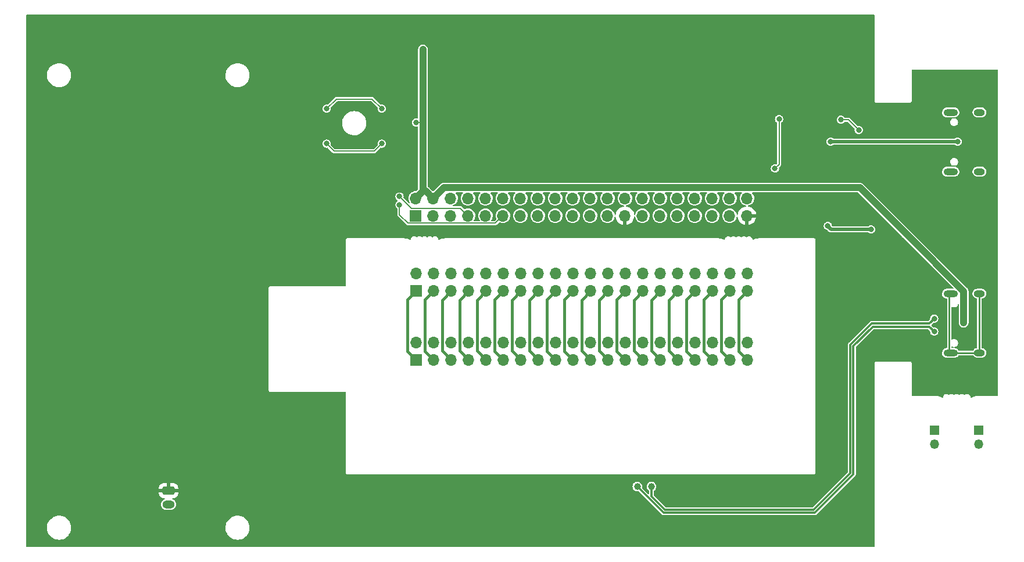
<source format=gbr>
G04 #@! TF.GenerationSoftware,KiCad,Pcbnew,6.0.5-a6ca702e91~116~ubuntu20.04.1*
G04 #@! TF.CreationDate,2022-05-27T16:06:54+02:00*
G04 #@! TF.ProjectId,mainboard,6d61696e-626f-4617-9264-2e6b69636164,rev?*
G04 #@! TF.SameCoordinates,Original*
G04 #@! TF.FileFunction,Copper,L2,Bot*
G04 #@! TF.FilePolarity,Positive*
%FSLAX46Y46*%
G04 Gerber Fmt 4.6, Leading zero omitted, Abs format (unit mm)*
G04 Created by KiCad (PCBNEW 6.0.5-a6ca702e91~116~ubuntu20.04.1) date 2022-05-27 16:06:54*
%MOMM*%
%LPD*%
G01*
G04 APERTURE LIST*
G04 Aperture macros list*
%AMRoundRect*
0 Rectangle with rounded corners*
0 $1 Rounding radius*
0 $2 $3 $4 $5 $6 $7 $8 $9 X,Y pos of 4 corners*
0 Add a 4 corners polygon primitive as box body*
4,1,4,$2,$3,$4,$5,$6,$7,$8,$9,$2,$3,0*
0 Add four circle primitives for the rounded corners*
1,1,$1+$1,$2,$3*
1,1,$1+$1,$4,$5*
1,1,$1+$1,$6,$7*
1,1,$1+$1,$8,$9*
0 Add four rect primitives between the rounded corners*
20,1,$1+$1,$2,$3,$4,$5,0*
20,1,$1+$1,$4,$5,$6,$7,0*
20,1,$1+$1,$6,$7,$8,$9,0*
20,1,$1+$1,$8,$9,$2,$3,0*%
G04 Aperture macros list end*
G04 #@! TA.AperFunction,ComponentPad*
%ADD10R,1.700000X1.700000*%
G04 #@! TD*
G04 #@! TA.AperFunction,ComponentPad*
%ADD11O,1.700000X1.700000*%
G04 #@! TD*
G04 #@! TA.AperFunction,ComponentPad*
%ADD12RoundRect,0.250000X-0.650000X0.350000X-0.650000X-0.350000X0.650000X-0.350000X0.650000X0.350000X0*%
G04 #@! TD*
G04 #@! TA.AperFunction,ComponentPad*
%ADD13O,1.800000X1.200000*%
G04 #@! TD*
G04 #@! TA.AperFunction,ComponentPad*
%ADD14R,1.350000X1.350000*%
G04 #@! TD*
G04 #@! TA.AperFunction,ComponentPad*
%ADD15O,1.350000X1.350000*%
G04 #@! TD*
G04 #@! TA.AperFunction,ComponentPad*
%ADD16O,2.100000X1.000000*%
G04 #@! TD*
G04 #@! TA.AperFunction,ComponentPad*
%ADD17O,1.600000X1.000000*%
G04 #@! TD*
G04 #@! TA.AperFunction,SMDPad,CuDef*
%ADD18C,1.000000*%
G04 #@! TD*
G04 #@! TA.AperFunction,ViaPad*
%ADD19C,0.800000*%
G04 #@! TD*
G04 #@! TA.AperFunction,Conductor*
%ADD20C,1.000000*%
G04 #@! TD*
G04 #@! TA.AperFunction,Conductor*
%ADD21C,0.200000*%
G04 #@! TD*
G04 #@! TA.AperFunction,Conductor*
%ADD22C,0.400000*%
G04 #@! TD*
G04 #@! TA.AperFunction,Conductor*
%ADD23C,0.250000*%
G04 #@! TD*
G04 #@! TA.AperFunction,Conductor*
%ADD24C,0.300000*%
G04 #@! TD*
G04 #@! TA.AperFunction,Conductor*
%ADD25C,0.500000*%
G04 #@! TD*
G04 APERTURE END LIST*
D10*
X134820000Y-85900000D03*
D11*
X134820000Y-83360000D03*
X137360000Y-85900000D03*
X137360000Y-83360000D03*
X139900000Y-85900000D03*
X139900000Y-83360000D03*
X142440000Y-85900000D03*
X142440000Y-83360000D03*
X144980000Y-85900000D03*
X144980000Y-83360000D03*
X147520000Y-85900000D03*
X147520000Y-83360000D03*
X150060000Y-85900000D03*
X150060000Y-83360000D03*
X152600000Y-85900000D03*
X152600000Y-83360000D03*
X155140000Y-85900000D03*
X155140000Y-83360000D03*
X157680000Y-85900000D03*
X157680000Y-83360000D03*
X160220000Y-85900000D03*
X160220000Y-83360000D03*
X162760000Y-85900000D03*
X162760000Y-83360000D03*
X165300000Y-85900000D03*
X165300000Y-83360000D03*
X167840000Y-85900000D03*
X167840000Y-83360000D03*
X170380000Y-85900000D03*
X170380000Y-83360000D03*
X172920000Y-85900000D03*
X172920000Y-83360000D03*
X175460000Y-85900000D03*
X175460000Y-83360000D03*
X178000000Y-85900000D03*
X178000000Y-83360000D03*
X180540000Y-85900000D03*
X180540000Y-83360000D03*
X183080000Y-85900000D03*
X183080000Y-83360000D03*
D12*
X98810000Y-126000000D03*
D13*
X98810000Y-128000000D03*
D10*
X134860000Y-96900000D03*
D11*
X134860000Y-94360000D03*
X137400000Y-96900000D03*
X137400000Y-94360000D03*
X139940000Y-96900000D03*
X139940000Y-94360000D03*
X142480000Y-96900000D03*
X142480000Y-94360000D03*
X145020000Y-96900000D03*
X145020000Y-94360000D03*
X147560000Y-96900000D03*
X147560000Y-94360000D03*
X150100000Y-96900000D03*
X150100000Y-94360000D03*
X152640000Y-96900000D03*
X152640000Y-94360000D03*
X155180000Y-96900000D03*
X155180000Y-94360000D03*
X157720000Y-96900000D03*
X157720000Y-94360000D03*
X160260000Y-96900000D03*
X160260000Y-94360000D03*
X162800000Y-96900000D03*
X162800000Y-94360000D03*
X165340000Y-96900000D03*
X165340000Y-94360000D03*
X167880000Y-96900000D03*
X167880000Y-94360000D03*
X170420000Y-96900000D03*
X170420000Y-94360000D03*
X172960000Y-96900000D03*
X172960000Y-94360000D03*
X175500000Y-96900000D03*
X175500000Y-94360000D03*
X178040000Y-96900000D03*
X178040000Y-94360000D03*
X180580000Y-96900000D03*
X180580000Y-94360000D03*
X183120000Y-96900000D03*
X183120000Y-94360000D03*
D14*
X216860000Y-117200000D03*
D15*
X216860000Y-119200000D03*
D14*
X210360000Y-117200000D03*
D15*
X210360000Y-119200000D03*
D16*
X212755000Y-97260000D03*
D17*
X216935000Y-97260000D03*
D16*
X212755000Y-105900000D03*
D17*
X216935000Y-105900000D03*
X216935000Y-79470000D03*
D16*
X212755000Y-70830000D03*
X212755000Y-79470000D03*
D17*
X216935000Y-70830000D03*
D10*
X134860000Y-106900000D03*
D11*
X134860000Y-104360000D03*
X137400000Y-106900000D03*
X137400000Y-104360000D03*
X139940000Y-106900000D03*
X139940000Y-104360000D03*
X142480000Y-106900000D03*
X142480000Y-104360000D03*
X145020000Y-106900000D03*
X145020000Y-104360000D03*
X147560000Y-106900000D03*
X147560000Y-104360000D03*
X150100000Y-106900000D03*
X150100000Y-104360000D03*
X152640000Y-106900000D03*
X152640000Y-104360000D03*
X155180000Y-106900000D03*
X155180000Y-104360000D03*
X157720000Y-106900000D03*
X157720000Y-104360000D03*
X160260000Y-106900000D03*
X160260000Y-104360000D03*
X162800000Y-106900000D03*
X162800000Y-104360000D03*
X165340000Y-106900000D03*
X165340000Y-104360000D03*
X167880000Y-106900000D03*
X167880000Y-104360000D03*
X170420000Y-106900000D03*
X170420000Y-104360000D03*
X172960000Y-106900000D03*
X172960000Y-104360000D03*
X175500000Y-106900000D03*
X175500000Y-104360000D03*
X178040000Y-106900000D03*
X178040000Y-104360000D03*
X180580000Y-106900000D03*
X180580000Y-104360000D03*
X183120000Y-106900000D03*
X183120000Y-104360000D03*
D18*
X167110000Y-125400000D03*
X169160000Y-125400000D03*
D19*
X135860000Y-61650000D03*
X134860000Y-72300000D03*
X214660000Y-101500000D03*
X129860000Y-70300000D03*
X206250688Y-88509312D03*
X121860000Y-70300000D03*
X132460000Y-83100000D03*
X121860000Y-75400000D03*
X129860000Y-75400000D03*
X132460000Y-84300000D03*
X210360000Y-100900000D03*
X210360000Y-102800000D03*
X213760000Y-75100000D03*
X195260000Y-75100000D03*
X187760000Y-71800000D03*
X187160000Y-79000000D03*
X196760000Y-71900000D03*
X199360000Y-73400000D03*
X194860000Y-87400000D03*
X201160000Y-87900000D03*
D20*
X135860000Y-82320000D02*
X134820000Y-83360000D01*
D21*
X135460000Y-72300000D02*
X135860000Y-71900000D01*
X134860000Y-72300000D02*
X135460000Y-72300000D01*
X121860000Y-70300000D02*
X123260000Y-68900000D01*
D20*
X206250688Y-88509312D02*
X214660000Y-96918623D01*
D21*
X128460000Y-68900000D02*
X129860000Y-70300000D01*
X123260000Y-68900000D02*
X128460000Y-68900000D01*
D20*
X135860000Y-82320000D02*
X136320000Y-82320000D01*
X136320000Y-82320000D02*
X137360000Y-83360000D01*
X135860000Y-71900000D02*
X135860000Y-82320000D01*
X214660000Y-96918623D02*
X214660000Y-101500000D01*
X138909511Y-81810489D02*
X189570489Y-81810489D01*
X137360000Y-83360000D02*
X138909511Y-81810489D01*
X199551866Y-81810489D02*
X206250688Y-88509312D01*
X189570489Y-81810489D02*
X199551866Y-81810489D01*
X135860000Y-61650000D02*
X135860000Y-71900000D01*
D21*
X134160489Y-84800489D02*
X132460000Y-83100000D01*
X142440000Y-85900000D02*
X141340489Y-84800489D01*
X141340489Y-84800489D02*
X134160489Y-84800489D01*
X122960000Y-76500000D02*
X121860000Y-75400000D01*
X129860000Y-75400000D02*
X128760000Y-76500000D01*
X128760000Y-76500000D02*
X122960000Y-76500000D01*
D22*
X133610489Y-105650489D02*
X133610489Y-98149511D01*
X133610489Y-98149511D02*
X134860000Y-96900000D01*
X134860000Y-106900000D02*
X133610489Y-105650489D01*
X136150489Y-98149511D02*
X136150489Y-105650489D01*
X136150489Y-105650489D02*
X137400000Y-106900000D01*
X137400000Y-96900000D02*
X136150489Y-98149511D01*
X138649511Y-105609511D02*
X139940000Y-106900000D01*
X138649511Y-98190489D02*
X138649511Y-105609511D01*
X139940000Y-96900000D02*
X138649511Y-98190489D01*
X141189511Y-98190489D02*
X142480000Y-96900000D01*
X142480000Y-106900000D02*
X141189511Y-105609511D01*
X141189511Y-105609511D02*
X141189511Y-98190489D01*
X143729511Y-98190489D02*
X143729511Y-105609511D01*
X143729511Y-105609511D02*
X145020000Y-106900000D01*
X145020000Y-96900000D02*
X143729511Y-98190489D01*
X146310489Y-98149511D02*
X146310489Y-105650489D01*
X146310489Y-105650489D02*
X147560000Y-106900000D01*
X147560000Y-96900000D02*
X146310489Y-98149511D01*
X150100000Y-106900000D02*
X148809511Y-105609511D01*
X148809511Y-105609511D02*
X148809511Y-98190489D01*
X148809511Y-98190489D02*
X150100000Y-96900000D01*
X151349511Y-98190489D02*
X151349511Y-105609511D01*
X152640000Y-96900000D02*
X151349511Y-98190489D01*
X151349511Y-105609511D02*
X152640000Y-106900000D01*
X153930489Y-98149511D02*
X155180000Y-96900000D01*
X155180000Y-106900000D02*
X153930489Y-105650489D01*
X153930489Y-105650489D02*
X153930489Y-98149511D01*
X156470489Y-105650489D02*
X157720000Y-106900000D01*
X157720000Y-96900000D02*
X156470489Y-98149511D01*
X156470489Y-98149511D02*
X156470489Y-105650489D01*
X158969511Y-98190489D02*
X160260000Y-96900000D01*
X158969511Y-105609511D02*
X158969511Y-98190489D01*
X160260000Y-106900000D02*
X158969511Y-105609511D01*
X162800000Y-96900000D02*
X161509511Y-98190489D01*
X161509511Y-105609511D02*
X162800000Y-106900000D01*
X161509511Y-98190489D02*
X161509511Y-105609511D01*
X164090489Y-105650489D02*
X164090489Y-98149511D01*
X164090489Y-98149511D02*
X165340000Y-96900000D01*
X165340000Y-106900000D02*
X164090489Y-105650489D01*
X166589511Y-105609511D02*
X167880000Y-106900000D01*
X166589511Y-98190489D02*
X166589511Y-105609511D01*
X167880000Y-96900000D02*
X166589511Y-98190489D01*
X169129511Y-105609511D02*
X170420000Y-106900000D01*
X169129511Y-98190489D02*
X169129511Y-105609511D01*
X170420000Y-96900000D02*
X169129511Y-98190489D01*
X172960000Y-106900000D02*
X171669511Y-105609511D01*
X171669511Y-98190489D02*
X172960000Y-96900000D01*
X171669511Y-105609511D02*
X171669511Y-98190489D01*
X174250489Y-105650489D02*
X175500000Y-106900000D01*
X174250489Y-98149511D02*
X174250489Y-105650489D01*
X175500000Y-96900000D02*
X174250489Y-98149511D01*
X176790489Y-98149511D02*
X176790489Y-105650489D01*
X178040000Y-96900000D02*
X176790489Y-98149511D01*
X176790489Y-105650489D02*
X178040000Y-106900000D01*
X179330489Y-105650489D02*
X179330489Y-98149511D01*
X179330489Y-98149511D02*
X180580000Y-96900000D01*
X180580000Y-106900000D02*
X179330489Y-105650489D01*
X181870489Y-98149511D02*
X183120000Y-96900000D01*
X183120000Y-106900000D02*
X181870489Y-105650489D01*
X181870489Y-105650489D02*
X181870489Y-98149511D01*
D21*
X132460000Y-85739022D02*
X132460000Y-84300000D01*
X133720489Y-86999511D02*
X132460000Y-85739022D01*
X147520000Y-85900000D02*
X146420489Y-86999511D01*
X146420489Y-86999511D02*
X133720489Y-86999511D01*
D23*
X216935000Y-97260000D02*
X216935000Y-105900000D01*
X212755000Y-105900000D02*
X216935000Y-105900000D01*
X212755000Y-97260000D02*
X212555479Y-97459521D01*
X212555479Y-105700479D02*
X212755000Y-105900000D01*
X212555479Y-97459521D02*
X212555479Y-105700479D01*
D24*
X210360000Y-100900000D02*
X209635001Y-101624999D01*
X209635001Y-101624999D02*
X201216801Y-101624999D01*
X169160000Y-126813603D02*
X169160000Y-125400000D01*
X171121397Y-128775000D02*
X169160000Y-126813603D01*
X198135000Y-104706800D02*
X198135000Y-123406800D01*
X192766800Y-128775000D02*
X171121397Y-128775000D01*
X201216801Y-101624999D02*
X198135000Y-104706800D01*
X198135000Y-123406800D02*
X192766800Y-128775000D01*
X209635001Y-102075001D02*
X201403199Y-102075001D01*
X201403199Y-102075001D02*
X198585000Y-104893200D01*
X170935000Y-129225000D02*
X167110000Y-125400000D01*
X198585000Y-123593200D02*
X192953200Y-129225000D01*
X192953200Y-129225000D02*
X170935000Y-129225000D01*
X198585000Y-104893200D02*
X198585000Y-123593200D01*
X210360000Y-102800000D02*
X209635001Y-102075001D01*
D25*
X213760000Y-75100000D02*
X195260000Y-75100000D01*
D21*
X187160000Y-79000000D02*
X187760000Y-78400000D01*
X187760000Y-78400000D02*
X187760000Y-71800000D01*
X196760000Y-71900000D02*
X197860000Y-71900000D01*
X197860000Y-71900000D02*
X199360000Y-73400000D01*
D25*
X195360000Y-87900000D02*
X201160000Y-87900000D01*
X194860000Y-87400000D02*
X195360000Y-87900000D01*
G04 #@! TA.AperFunction,Conductor*
G36*
X201633066Y-56617813D02*
G01*
X201658376Y-56661650D01*
X201659500Y-56674500D01*
X201659500Y-69194108D01*
X201659455Y-69245563D01*
X201665927Y-69259041D01*
X201671361Y-69274602D01*
X201674688Y-69289185D01*
X201679882Y-69295703D01*
X201683852Y-69300685D01*
X201692685Y-69314765D01*
X201699052Y-69328024D01*
X201705555Y-69333225D01*
X201705557Y-69333227D01*
X201710727Y-69337361D01*
X201722381Y-69349036D01*
X201731695Y-69360724D01*
X201744938Y-69367111D01*
X201759006Y-69375970D01*
X201770492Y-69385156D01*
X201785069Y-69388508D01*
X201800627Y-69393973D01*
X201814087Y-69400465D01*
X201837041Y-69400485D01*
X201837156Y-69400485D01*
X201837219Y-69400500D01*
X201854108Y-69400500D01*
X201905296Y-69400545D01*
X201905563Y-69400545D01*
X201905645Y-69400506D01*
X201905697Y-69400500D01*
X206854108Y-69400500D01*
X206897230Y-69400538D01*
X206897231Y-69400538D01*
X206905563Y-69400545D01*
X206919041Y-69394073D01*
X206934602Y-69388639D01*
X206949185Y-69385312D01*
X206960685Y-69376148D01*
X206974765Y-69367315D01*
X206988024Y-69360948D01*
X206993225Y-69354445D01*
X206993227Y-69354443D01*
X206997361Y-69349273D01*
X207009036Y-69337619D01*
X207014204Y-69333501D01*
X207014205Y-69333500D01*
X207020724Y-69328305D01*
X207027111Y-69315062D01*
X207035970Y-69300994D01*
X207039951Y-69296016D01*
X207045156Y-69289508D01*
X207048508Y-69274931D01*
X207053974Y-69259369D01*
X207056844Y-69253419D01*
X207060465Y-69245913D01*
X207060485Y-69222845D01*
X207060500Y-69222781D01*
X207060500Y-69205892D01*
X207060545Y-69154437D01*
X207060506Y-69154355D01*
X207060500Y-69154303D01*
X207060500Y-64674500D01*
X207077813Y-64626934D01*
X207121650Y-64601624D01*
X207134500Y-64600500D01*
X219585500Y-64600500D01*
X219633066Y-64617813D01*
X219658376Y-64661650D01*
X219659500Y-64674500D01*
X219659500Y-112125500D01*
X219642187Y-112173066D01*
X219598350Y-112198376D01*
X219585500Y-112199500D01*
X216691423Y-112199500D01*
X216674713Y-112197589D01*
X216673617Y-112197335D01*
X216660718Y-112194345D01*
X216660000Y-112194344D01*
X216658849Y-112194607D01*
X216657431Y-112194443D01*
X216657467Y-112194922D01*
X216408604Y-112213571D01*
X216408603Y-112213571D01*
X216405843Y-112213778D01*
X216403151Y-112214392D01*
X216403147Y-112214393D01*
X216160057Y-112269877D01*
X216157363Y-112270492D01*
X215920112Y-112363607D01*
X215917720Y-112364988D01*
X215795727Y-112435420D01*
X215745877Y-112444210D01*
X215702040Y-112418900D01*
X215684728Y-112370883D01*
X215684937Y-112336646D01*
X215684937Y-112336645D01*
X215684969Y-112331376D01*
X215645572Y-112193529D01*
X215639234Y-112183483D01*
X215571882Y-112076737D01*
X215569070Y-112072280D01*
X215461612Y-111977377D01*
X215331837Y-111916447D01*
X215326632Y-111915637D01*
X215326630Y-111915636D01*
X215225812Y-111899939D01*
X215225809Y-111899939D01*
X215222991Y-111899500D01*
X215148060Y-111899500D01*
X215071195Y-111910508D01*
X215047297Y-111913930D01*
X215047296Y-111913930D01*
X215042082Y-111914677D01*
X214911572Y-111974016D01*
X214881775Y-111999691D01*
X214845189Y-112031215D01*
X214797853Y-112049149D01*
X214747900Y-112030621D01*
X214691563Y-111980866D01*
X214691561Y-111980865D01*
X214687612Y-111977377D01*
X214557837Y-111916447D01*
X214552632Y-111915637D01*
X214552630Y-111915636D01*
X214451812Y-111899939D01*
X214451809Y-111899939D01*
X214448991Y-111899500D01*
X214374060Y-111899500D01*
X214297195Y-111910508D01*
X214273297Y-111913930D01*
X214273296Y-111913930D01*
X214268082Y-111914677D01*
X214137572Y-111974016D01*
X214099780Y-112006580D01*
X214083337Y-112020748D01*
X214036002Y-112038682D01*
X213986048Y-112020154D01*
X213941563Y-111980866D01*
X213941561Y-111980865D01*
X213937612Y-111977377D01*
X213807837Y-111916447D01*
X213802632Y-111915637D01*
X213802630Y-111915636D01*
X213701812Y-111899939D01*
X213701809Y-111899939D01*
X213698991Y-111899500D01*
X213624060Y-111899500D01*
X213547195Y-111910508D01*
X213523297Y-111913930D01*
X213523296Y-111913930D01*
X213518082Y-111914677D01*
X213387572Y-111974016D01*
X213349780Y-112006580D01*
X213333337Y-112020748D01*
X213286002Y-112038682D01*
X213236048Y-112020154D01*
X213191563Y-111980866D01*
X213191561Y-111980865D01*
X213187612Y-111977377D01*
X213057837Y-111916447D01*
X213052632Y-111915637D01*
X213052630Y-111915636D01*
X212951812Y-111899939D01*
X212951809Y-111899939D01*
X212948991Y-111899500D01*
X212874060Y-111899500D01*
X212797195Y-111910508D01*
X212773297Y-111913930D01*
X212773296Y-111913930D01*
X212768082Y-111914677D01*
X212637572Y-111974016D01*
X212577263Y-112025982D01*
X212529928Y-112043916D01*
X212479973Y-112025387D01*
X212429563Y-111980866D01*
X212429561Y-111980865D01*
X212425612Y-111977377D01*
X212295837Y-111916447D01*
X212290632Y-111915637D01*
X212290630Y-111915636D01*
X212189812Y-111899939D01*
X212189809Y-111899939D01*
X212186991Y-111899500D01*
X212112060Y-111899500D01*
X212035195Y-111910508D01*
X212011297Y-111913930D01*
X212011296Y-111913930D01*
X212006082Y-111914677D01*
X211875572Y-111974016D01*
X211766963Y-112067600D01*
X211764099Y-112072019D01*
X211764097Y-112072021D01*
X211738228Y-112111932D01*
X211688985Y-112187905D01*
X211647907Y-112325261D01*
X211647749Y-112351098D01*
X211647579Y-112378893D01*
X211629975Y-112426352D01*
X211585984Y-112451393D01*
X211536581Y-112442526D01*
X211399888Y-112363607D01*
X211162637Y-112270492D01*
X211159943Y-112269877D01*
X210916853Y-112214393D01*
X210916849Y-112214392D01*
X210914157Y-112213778D01*
X210911397Y-112213571D01*
X210911396Y-112213571D01*
X210663528Y-112194996D01*
X210663540Y-112194834D01*
X210662799Y-112194827D01*
X210660718Y-112194345D01*
X210660000Y-112194344D01*
X210655928Y-112195273D01*
X210655927Y-112195273D01*
X210645520Y-112197647D01*
X210629063Y-112199500D01*
X207134500Y-112199500D01*
X207086934Y-112182187D01*
X207061624Y-112138350D01*
X207060500Y-112125500D01*
X207060500Y-107405892D01*
X207060538Y-107362770D01*
X207060538Y-107362769D01*
X207060545Y-107354437D01*
X207054073Y-107340959D01*
X207048639Y-107325398D01*
X207045312Y-107310815D01*
X207036148Y-107299315D01*
X207027313Y-107285232D01*
X207024553Y-107279484D01*
X207020948Y-107271976D01*
X207014445Y-107266775D01*
X207014443Y-107266773D01*
X207009273Y-107262639D01*
X206997619Y-107250964D01*
X206993501Y-107245796D01*
X206993500Y-107245795D01*
X206988305Y-107239276D01*
X206975062Y-107232889D01*
X206960994Y-107224030D01*
X206956016Y-107220049D01*
X206956017Y-107220049D01*
X206949508Y-107214844D01*
X206934931Y-107211492D01*
X206919373Y-107206027D01*
X206905913Y-107199535D01*
X206882959Y-107199515D01*
X206882844Y-107199515D01*
X206882781Y-107199500D01*
X206865892Y-107199500D01*
X206814704Y-107199455D01*
X206814437Y-107199455D01*
X206814355Y-107199494D01*
X206814303Y-107199500D01*
X201865892Y-107199500D01*
X201822770Y-107199462D01*
X201822769Y-107199462D01*
X201814437Y-107199455D01*
X201800959Y-107205927D01*
X201785398Y-107211361D01*
X201770815Y-107214688D01*
X201764297Y-107219882D01*
X201759315Y-107223852D01*
X201745235Y-107232685D01*
X201731976Y-107239052D01*
X201726775Y-107245555D01*
X201726773Y-107245557D01*
X201722639Y-107250727D01*
X201710964Y-107262381D01*
X201699276Y-107271695D01*
X201692890Y-107284936D01*
X201684030Y-107299006D01*
X201674844Y-107310492D01*
X201671492Y-107325069D01*
X201666027Y-107340627D01*
X201659535Y-107354087D01*
X201659515Y-107377155D01*
X201659500Y-107377219D01*
X201659500Y-107394108D01*
X201659455Y-107445563D01*
X201659494Y-107445645D01*
X201659500Y-107445697D01*
X201659500Y-134125500D01*
X201642187Y-134173066D01*
X201598350Y-134198376D01*
X201585500Y-134199500D01*
X78134500Y-134199500D01*
X78086934Y-134182187D01*
X78061624Y-134138350D01*
X78060500Y-134125500D01*
X78060500Y-131507165D01*
X81107866Y-131507165D01*
X81142952Y-131764970D01*
X81215758Y-132014757D01*
X81324686Y-132251039D01*
X81467341Y-132468625D01*
X81469169Y-132470673D01*
X81469172Y-132470677D01*
X81501331Y-132506708D01*
X81640591Y-132662735D01*
X81840629Y-132829105D01*
X82063061Y-132964080D01*
X82065590Y-132965141D01*
X82065591Y-132965141D01*
X82111531Y-132984405D01*
X82303001Y-133064695D01*
X82305664Y-133065371D01*
X82305666Y-133065372D01*
X82552518Y-133128064D01*
X82552522Y-133128065D01*
X82555177Y-133128739D01*
X82665195Y-133139817D01*
X82769444Y-133150315D01*
X82769453Y-133150315D01*
X82771286Y-133150500D01*
X82926044Y-133150500D01*
X82927386Y-133150400D01*
X82927393Y-133150400D01*
X83116737Y-133136329D01*
X83116740Y-133136329D01*
X83119466Y-133136126D01*
X83373232Y-133078705D01*
X83615723Y-132984405D01*
X83841612Y-132855299D01*
X84045936Y-132694223D01*
X84224208Y-132504714D01*
X84372511Y-132290937D01*
X84487586Y-132057587D01*
X84566906Y-131809792D01*
X84608728Y-131552994D01*
X84609328Y-131507165D01*
X107107866Y-131507165D01*
X107142952Y-131764970D01*
X107215758Y-132014757D01*
X107324686Y-132251039D01*
X107467341Y-132468625D01*
X107469169Y-132470673D01*
X107469172Y-132470677D01*
X107501331Y-132506708D01*
X107640591Y-132662735D01*
X107840629Y-132829105D01*
X108063061Y-132964080D01*
X108065590Y-132965141D01*
X108065591Y-132965141D01*
X108111531Y-132984405D01*
X108303001Y-133064695D01*
X108305664Y-133065371D01*
X108305666Y-133065372D01*
X108552518Y-133128064D01*
X108552522Y-133128065D01*
X108555177Y-133128739D01*
X108665195Y-133139817D01*
X108769444Y-133150315D01*
X108769453Y-133150315D01*
X108771286Y-133150500D01*
X108926044Y-133150500D01*
X108927386Y-133150400D01*
X108927393Y-133150400D01*
X109116737Y-133136329D01*
X109116740Y-133136329D01*
X109119466Y-133136126D01*
X109373232Y-133078705D01*
X109615723Y-132984405D01*
X109841612Y-132855299D01*
X110045936Y-132694223D01*
X110224208Y-132504714D01*
X110372511Y-132290937D01*
X110487586Y-132057587D01*
X110566906Y-131809792D01*
X110608728Y-131552994D01*
X110612134Y-131292835D01*
X110577048Y-131035030D01*
X110504242Y-130785243D01*
X110395314Y-130548961D01*
X110252659Y-130331375D01*
X110220449Y-130295286D01*
X110081240Y-130139316D01*
X110081237Y-130139313D01*
X110079409Y-130137265D01*
X109879371Y-129970895D01*
X109656939Y-129835920D01*
X109611710Y-129816954D01*
X109419532Y-129736367D01*
X109419530Y-129736366D01*
X109416999Y-129735305D01*
X109414336Y-129734629D01*
X109414334Y-129734628D01*
X109167482Y-129671936D01*
X109167478Y-129671935D01*
X109164823Y-129671261D01*
X109054805Y-129660183D01*
X108950556Y-129649685D01*
X108950547Y-129649685D01*
X108948714Y-129649500D01*
X108793956Y-129649500D01*
X108792614Y-129649600D01*
X108792607Y-129649600D01*
X108603263Y-129663671D01*
X108603260Y-129663671D01*
X108600534Y-129663874D01*
X108346768Y-129721295D01*
X108104277Y-129815595D01*
X107878388Y-129944701D01*
X107674064Y-130105777D01*
X107495792Y-130295286D01*
X107347489Y-130509063D01*
X107232414Y-130742413D01*
X107153094Y-130990208D01*
X107111272Y-131247006D01*
X107107866Y-131507165D01*
X84609328Y-131507165D01*
X84612134Y-131292835D01*
X84577048Y-131035030D01*
X84504242Y-130785243D01*
X84395314Y-130548961D01*
X84252659Y-130331375D01*
X84220449Y-130295286D01*
X84081240Y-130139316D01*
X84081237Y-130139313D01*
X84079409Y-130137265D01*
X83879371Y-129970895D01*
X83656939Y-129835920D01*
X83611710Y-129816954D01*
X83419532Y-129736367D01*
X83419530Y-129736366D01*
X83416999Y-129735305D01*
X83414336Y-129734629D01*
X83414334Y-129734628D01*
X83167482Y-129671936D01*
X83167478Y-129671935D01*
X83164823Y-129671261D01*
X83054805Y-129660183D01*
X82950556Y-129649685D01*
X82950547Y-129649685D01*
X82948714Y-129649500D01*
X82793956Y-129649500D01*
X82792614Y-129649600D01*
X82792607Y-129649600D01*
X82603263Y-129663671D01*
X82603260Y-129663671D01*
X82600534Y-129663874D01*
X82346768Y-129721295D01*
X82104277Y-129815595D01*
X81878388Y-129944701D01*
X81674064Y-130105777D01*
X81495792Y-130295286D01*
X81347489Y-130509063D01*
X81232414Y-130742413D01*
X81153094Y-130990208D01*
X81111272Y-131247006D01*
X81107866Y-131507165D01*
X78060500Y-131507165D01*
X78060500Y-126398454D01*
X97402001Y-126398454D01*
X97402198Y-126402259D01*
X97412550Y-126502034D01*
X97414251Y-126509908D01*
X97467544Y-126669650D01*
X97471169Y-126677389D01*
X97559653Y-126820377D01*
X97564964Y-126827076D01*
X97683962Y-126945868D01*
X97690672Y-126951168D01*
X97833816Y-127039403D01*
X97841555Y-127043011D01*
X98001402Y-127096031D01*
X98009263Y-127097716D01*
X98107758Y-127107807D01*
X98111529Y-127108000D01*
X98199707Y-127108000D01*
X98247273Y-127125313D01*
X98272583Y-127169150D01*
X98263793Y-127219000D01*
X98224043Y-127251884D01*
X98161927Y-127273515D01*
X98074262Y-127328294D01*
X98013134Y-127366491D01*
X98013132Y-127366493D01*
X98009625Y-127368684D01*
X97882193Y-127495230D01*
X97785963Y-127646864D01*
X97725719Y-127816049D01*
X97704455Y-127994376D01*
X97723227Y-128172983D01*
X97724559Y-128176895D01*
X97779771Y-128339082D01*
X97779773Y-128339087D01*
X97781103Y-128342993D01*
X97875206Y-128495955D01*
X98000859Y-128624268D01*
X98004338Y-128626510D01*
X98148339Y-128719313D01*
X98148342Y-128719314D01*
X98151817Y-128721554D01*
X98155706Y-128722969D01*
X98155707Y-128722970D01*
X98217823Y-128745578D01*
X98320578Y-128782978D01*
X98324680Y-128783496D01*
X98324679Y-128783496D01*
X98456984Y-128800210D01*
X98456991Y-128800210D01*
X98459283Y-128800500D01*
X99155155Y-128800500D01*
X99288472Y-128785546D01*
X99292376Y-128784186D01*
X99292378Y-128784186D01*
X99338939Y-128767971D01*
X99458073Y-128726485D01*
X99545738Y-128671706D01*
X99606866Y-128633509D01*
X99606868Y-128633507D01*
X99610375Y-128631316D01*
X99737807Y-128504770D01*
X99834037Y-128353136D01*
X99894281Y-128183951D01*
X99915545Y-128005624D01*
X99896773Y-127827017D01*
X99879032Y-127774903D01*
X99840229Y-127660918D01*
X99840227Y-127660913D01*
X99838897Y-127657007D01*
X99744794Y-127504045D01*
X99619141Y-127375732D01*
X99595892Y-127360749D01*
X99471661Y-127280687D01*
X99471658Y-127280686D01*
X99468183Y-127278446D01*
X99394248Y-127251536D01*
X99355472Y-127218999D01*
X99346682Y-127169149D01*
X99371992Y-127125312D01*
X99419558Y-127107999D01*
X99508454Y-127107999D01*
X99512259Y-127107802D01*
X99612034Y-127097450D01*
X99619908Y-127095749D01*
X99779650Y-127042456D01*
X99787389Y-127038831D01*
X99930377Y-126950347D01*
X99937076Y-126945036D01*
X100055868Y-126826038D01*
X100061168Y-126819328D01*
X100149403Y-126676184D01*
X100153011Y-126668445D01*
X100206031Y-126508598D01*
X100207716Y-126500737D01*
X100217807Y-126402242D01*
X100218000Y-126398471D01*
X100218000Y-126267048D01*
X100214362Y-126257052D01*
X100209075Y-126254000D01*
X97415049Y-126254000D01*
X97405053Y-126257638D01*
X97402001Y-126262925D01*
X97402001Y-126398454D01*
X78060500Y-126398454D01*
X78060500Y-125732952D01*
X97402000Y-125732952D01*
X97405638Y-125742948D01*
X97410925Y-125746000D01*
X98542952Y-125746000D01*
X98552948Y-125742362D01*
X98556000Y-125737075D01*
X98556000Y-125732952D01*
X99064000Y-125732952D01*
X99067638Y-125742948D01*
X99072925Y-125746000D01*
X100204951Y-125746000D01*
X100214947Y-125742362D01*
X100217999Y-125737075D01*
X100217999Y-125601546D01*
X100217802Y-125597741D01*
X100207450Y-125497966D01*
X100205749Y-125490092D01*
X100173227Y-125392611D01*
X166404394Y-125392611D01*
X166407106Y-125417174D01*
X166421649Y-125548904D01*
X166422999Y-125561135D01*
X166424532Y-125565324D01*
X166432381Y-125586771D01*
X166481266Y-125720356D01*
X166575830Y-125861083D01*
X166701233Y-125975191D01*
X166850235Y-126056092D01*
X167014233Y-126099116D01*
X167098997Y-126100448D01*
X167179303Y-126101709D01*
X167183760Y-126101779D01*
X167217031Y-126094159D01*
X167251535Y-126086257D01*
X167301766Y-126092514D01*
X167320381Y-126106063D01*
X170655132Y-129440813D01*
X170664973Y-129452999D01*
X170668855Y-129459011D01*
X170672175Y-129464152D01*
X170676977Y-129467938D01*
X170676981Y-129467942D01*
X170698495Y-129484902D01*
X170705008Y-129490689D01*
X170707747Y-129493428D01*
X170710227Y-129495200D01*
X170710229Y-129495202D01*
X170723068Y-129504377D01*
X170725830Y-129506450D01*
X170763811Y-129536392D01*
X170769581Y-129538418D01*
X170770617Y-129538988D01*
X170771320Y-129539430D01*
X170771860Y-129539711D01*
X170772617Y-129540028D01*
X170773693Y-129540555D01*
X170778669Y-129544111D01*
X170784531Y-129545864D01*
X170824977Y-129557960D01*
X170828293Y-129559037D01*
X170835626Y-129561612D01*
X170873906Y-129575055D01*
X170879044Y-129575500D01*
X170880381Y-129575500D01*
X170884912Y-129575884D01*
X170890464Y-129577544D01*
X170896574Y-129577304D01*
X170896575Y-129577304D01*
X170941037Y-129575557D01*
X170943942Y-129575500D01*
X192907913Y-129575500D01*
X192923488Y-129577158D01*
X192936461Y-129579951D01*
X192942536Y-129579232D01*
X192942537Y-129579232D01*
X192969733Y-129576013D01*
X192978431Y-129575500D01*
X192982315Y-129575500D01*
X192985329Y-129574998D01*
X192985333Y-129574998D01*
X193000901Y-129572407D01*
X193004351Y-129571916D01*
X193046265Y-129566955D01*
X193046266Y-129566955D01*
X193052338Y-129566236D01*
X193057850Y-129563589D01*
X193058987Y-129563259D01*
X193059795Y-129563075D01*
X193060380Y-129562890D01*
X193061132Y-129562582D01*
X193062271Y-129562192D01*
X193068303Y-129561188D01*
X193096703Y-129545864D01*
X193110845Y-129538234D01*
X193113951Y-129536652D01*
X193153325Y-129517745D01*
X193153335Y-129517738D01*
X193157526Y-129515726D01*
X193161474Y-129512408D01*
X193162427Y-129511455D01*
X193165890Y-129508532D01*
X193170994Y-129505778D01*
X193205340Y-129468623D01*
X193207354Y-129466528D01*
X195997698Y-126676184D01*
X198800813Y-123873068D01*
X198812999Y-123863227D01*
X198819011Y-123859345D01*
X198819013Y-123859343D01*
X198824152Y-123856025D01*
X198827938Y-123851223D01*
X198827942Y-123851219D01*
X198844902Y-123829705D01*
X198850689Y-123823192D01*
X198853428Y-123820453D01*
X198864377Y-123805132D01*
X198866450Y-123802370D01*
X198896392Y-123764389D01*
X198898418Y-123758619D01*
X198898988Y-123757583D01*
X198899430Y-123756880D01*
X198899711Y-123756340D01*
X198900028Y-123755583D01*
X198900555Y-123754507D01*
X198904111Y-123749531D01*
X198917960Y-123703223D01*
X198919037Y-123699907D01*
X198921612Y-123692574D01*
X198935055Y-123654294D01*
X198935500Y-123649156D01*
X198935500Y-123647819D01*
X198935884Y-123643288D01*
X198937544Y-123637736D01*
X198935557Y-123587163D01*
X198935500Y-123584258D01*
X198935500Y-105069034D01*
X198952813Y-105021468D01*
X198957174Y-105016708D01*
X201526707Y-102447175D01*
X201572583Y-102425783D01*
X201579033Y-102425501D01*
X209459167Y-102425501D01*
X209506733Y-102442814D01*
X209511493Y-102447175D01*
X209741311Y-102676993D01*
X209762703Y-102722869D01*
X209762352Y-102738975D01*
X209754318Y-102800000D01*
X209774956Y-102956762D01*
X209835464Y-103102841D01*
X209838414Y-103106685D01*
X209838416Y-103106689D01*
X209928763Y-103224431D01*
X209931718Y-103228282D01*
X209935569Y-103231237D01*
X210053311Y-103321584D01*
X210053315Y-103321586D01*
X210057159Y-103324536D01*
X210203238Y-103385044D01*
X210208040Y-103385676D01*
X210208043Y-103385677D01*
X210355192Y-103405049D01*
X210360000Y-103405682D01*
X210364808Y-103405049D01*
X210511957Y-103385677D01*
X210511960Y-103385676D01*
X210516762Y-103385044D01*
X210662841Y-103324536D01*
X210666685Y-103321586D01*
X210666689Y-103321584D01*
X210784431Y-103231237D01*
X210788282Y-103228282D01*
X210791237Y-103224431D01*
X210881584Y-103106689D01*
X210881586Y-103106685D01*
X210884536Y-103102841D01*
X210945044Y-102956762D01*
X210965682Y-102800000D01*
X210945044Y-102643238D01*
X210884536Y-102497159D01*
X210881586Y-102493315D01*
X210881584Y-102493311D01*
X210791237Y-102375569D01*
X210788282Y-102371718D01*
X210784431Y-102368763D01*
X210666689Y-102278416D01*
X210666685Y-102278414D01*
X210662841Y-102275464D01*
X210516762Y-102214956D01*
X210511960Y-102214324D01*
X210511957Y-102214323D01*
X210364808Y-102194951D01*
X210360000Y-102194318D01*
X210298977Y-102202352D01*
X210249559Y-102191396D01*
X210236993Y-102181311D01*
X209958008Y-101902326D01*
X209936616Y-101856450D01*
X209949717Y-101807555D01*
X209958008Y-101797674D01*
X210236993Y-101518689D01*
X210282869Y-101497297D01*
X210298975Y-101497648D01*
X210360000Y-101505682D01*
X210364808Y-101505049D01*
X210511957Y-101485677D01*
X210511960Y-101485676D01*
X210516762Y-101485044D01*
X210662841Y-101424536D01*
X210666685Y-101421586D01*
X210666689Y-101421584D01*
X210784431Y-101331237D01*
X210788282Y-101328282D01*
X210799742Y-101313347D01*
X210881584Y-101206689D01*
X210881586Y-101206685D01*
X210884536Y-101202841D01*
X210945044Y-101056762D01*
X210951143Y-101010441D01*
X210965049Y-100904808D01*
X210965682Y-100900000D01*
X210945044Y-100743238D01*
X210884536Y-100597159D01*
X210881586Y-100593315D01*
X210881584Y-100593311D01*
X210791237Y-100475569D01*
X210788282Y-100471718D01*
X210784431Y-100468763D01*
X210666689Y-100378416D01*
X210666685Y-100378414D01*
X210662841Y-100375464D01*
X210516762Y-100314956D01*
X210511960Y-100314324D01*
X210511957Y-100314323D01*
X210364808Y-100294951D01*
X210360000Y-100294318D01*
X210355192Y-100294951D01*
X210208043Y-100314323D01*
X210208040Y-100314324D01*
X210203238Y-100314956D01*
X210057159Y-100375464D01*
X210053315Y-100378414D01*
X210053311Y-100378416D01*
X209935569Y-100468763D01*
X209931718Y-100471718D01*
X209928763Y-100475569D01*
X209838416Y-100593311D01*
X209838414Y-100593315D01*
X209835464Y-100597159D01*
X209774956Y-100743238D01*
X209754318Y-100900000D01*
X209754951Y-100904808D01*
X209762352Y-100961022D01*
X209751396Y-101010441D01*
X209741311Y-101023007D01*
X209511493Y-101252825D01*
X209465617Y-101274217D01*
X209459167Y-101274499D01*
X201262093Y-101274499D01*
X201246519Y-101272841D01*
X201233541Y-101270047D01*
X201227466Y-101270766D01*
X201227465Y-101270766D01*
X201200263Y-101273986D01*
X201191565Y-101274499D01*
X201187686Y-101274499D01*
X201184675Y-101275000D01*
X201184665Y-101275001D01*
X201169108Y-101277591D01*
X201165666Y-101278081D01*
X201140435Y-101281068D01*
X201123736Y-101283044D01*
X201123735Y-101283044D01*
X201117663Y-101283763D01*
X201112151Y-101286410D01*
X201111014Y-101286740D01*
X201110206Y-101286924D01*
X201109621Y-101287109D01*
X201108869Y-101287417D01*
X201107730Y-101287807D01*
X201101698Y-101288811D01*
X201078477Y-101301340D01*
X201059156Y-101311765D01*
X201056050Y-101313347D01*
X201016676Y-101332254D01*
X201016666Y-101332261D01*
X201012475Y-101334273D01*
X201008527Y-101337591D01*
X201007574Y-101338544D01*
X201004111Y-101341467D01*
X200999007Y-101344221D01*
X200994851Y-101348716D01*
X200994852Y-101348716D01*
X200964661Y-101381376D01*
X200962647Y-101383471D01*
X197919184Y-104426934D01*
X197906998Y-104436775D01*
X197900989Y-104440655D01*
X197900987Y-104440657D01*
X197895848Y-104443975D01*
X197892060Y-104448780D01*
X197875106Y-104470286D01*
X197869319Y-104476799D01*
X197866572Y-104479546D01*
X197864801Y-104482024D01*
X197864797Y-104482029D01*
X197855614Y-104494880D01*
X197853540Y-104497643D01*
X197823608Y-104535611D01*
X197821582Y-104541380D01*
X197821012Y-104542417D01*
X197820570Y-104543120D01*
X197820289Y-104543660D01*
X197819972Y-104544417D01*
X197819445Y-104545493D01*
X197815889Y-104550469D01*
X197814136Y-104556331D01*
X197802040Y-104596777D01*
X197800963Y-104600093D01*
X197784945Y-104645706D01*
X197784500Y-104650844D01*
X197784500Y-104652181D01*
X197784116Y-104656712D01*
X197782456Y-104662264D01*
X197782696Y-104668374D01*
X197782696Y-104668375D01*
X197784443Y-104712837D01*
X197784500Y-104715742D01*
X197784500Y-123230966D01*
X197767187Y-123278532D01*
X197762826Y-123283292D01*
X192643292Y-128402826D01*
X192597416Y-128424218D01*
X192590966Y-128424500D01*
X171297231Y-128424500D01*
X171249665Y-128407187D01*
X171244905Y-128402826D01*
X169532174Y-126690095D01*
X169510782Y-126644219D01*
X169510500Y-126637769D01*
X169510500Y-126053356D01*
X169527813Y-126005790D01*
X169543550Y-125991719D01*
X169546509Y-125989753D01*
X169550498Y-125987747D01*
X169553890Y-125984850D01*
X169553893Y-125984848D01*
X169676030Y-125880532D01*
X169679423Y-125877634D01*
X169728892Y-125808790D01*
X169775757Y-125743571D01*
X169775757Y-125743570D01*
X169778361Y-125739947D01*
X169784749Y-125724058D01*
X169839938Y-125586771D01*
X169839938Y-125586770D01*
X169841601Y-125582634D01*
X169865490Y-125414778D01*
X169865645Y-125400000D01*
X169845276Y-125231680D01*
X169785345Y-125073077D01*
X169750721Y-125022699D01*
X169691843Y-124937031D01*
X169691841Y-124937029D01*
X169689312Y-124933349D01*
X169642750Y-124891863D01*
X169566055Y-124823530D01*
X169566052Y-124823528D01*
X169562721Y-124820560D01*
X169412881Y-124741224D01*
X169408554Y-124740137D01*
X169252769Y-124701006D01*
X169252768Y-124701006D01*
X169248441Y-124699919D01*
X169163078Y-124699472D01*
X169083354Y-124699054D01*
X169083351Y-124699054D01*
X169078895Y-124699031D01*
X169074560Y-124700072D01*
X169074558Y-124700072D01*
X169019126Y-124713381D01*
X168914032Y-124738612D01*
X168763369Y-124816375D01*
X168760011Y-124819304D01*
X168760010Y-124819305D01*
X168661720Y-124905049D01*
X168635604Y-124927831D01*
X168538113Y-125066547D01*
X168476524Y-125224513D01*
X168454394Y-125392611D01*
X168457106Y-125417174D01*
X168471649Y-125548904D01*
X168472999Y-125561135D01*
X168474532Y-125565324D01*
X168482381Y-125586771D01*
X168531266Y-125720356D01*
X168625830Y-125861083D01*
X168751233Y-125975191D01*
X168755156Y-125977321D01*
X168770810Y-125985821D01*
X168804351Y-126023732D01*
X168809500Y-126050853D01*
X168809500Y-126425166D01*
X168792187Y-126472732D01*
X168748350Y-126498042D01*
X168698500Y-126489252D01*
X168683174Y-126477492D01*
X167817338Y-125611656D01*
X167795946Y-125565780D01*
X167796402Y-125548904D01*
X167815149Y-125417177D01*
X167815149Y-125417171D01*
X167815490Y-125414778D01*
X167815645Y-125400000D01*
X167795276Y-125231680D01*
X167735345Y-125073077D01*
X167700721Y-125022699D01*
X167641843Y-124937031D01*
X167641841Y-124937029D01*
X167639312Y-124933349D01*
X167592750Y-124891863D01*
X167516055Y-124823530D01*
X167516052Y-124823528D01*
X167512721Y-124820560D01*
X167362881Y-124741224D01*
X167358554Y-124740137D01*
X167202769Y-124701006D01*
X167202768Y-124701006D01*
X167198441Y-124699919D01*
X167113078Y-124699472D01*
X167033354Y-124699054D01*
X167033351Y-124699054D01*
X167028895Y-124699031D01*
X167024560Y-124700072D01*
X167024558Y-124700072D01*
X166969126Y-124713381D01*
X166864032Y-124738612D01*
X166713369Y-124816375D01*
X166710011Y-124819304D01*
X166710010Y-124819305D01*
X166611720Y-124905049D01*
X166585604Y-124927831D01*
X166488113Y-125066547D01*
X166426524Y-125224513D01*
X166404394Y-125392611D01*
X100173227Y-125392611D01*
X100152456Y-125330350D01*
X100148831Y-125322611D01*
X100060347Y-125179623D01*
X100055036Y-125172924D01*
X99936038Y-125054132D01*
X99929328Y-125048832D01*
X99786184Y-124960597D01*
X99778445Y-124956989D01*
X99618598Y-124903969D01*
X99610737Y-124902284D01*
X99512242Y-124892193D01*
X99508471Y-124892000D01*
X99077048Y-124892000D01*
X99067052Y-124895638D01*
X99064000Y-124900925D01*
X99064000Y-125732952D01*
X98556000Y-125732952D01*
X98556000Y-124905049D01*
X98552362Y-124895053D01*
X98547075Y-124892001D01*
X98111546Y-124892001D01*
X98107741Y-124892198D01*
X98007966Y-124902550D01*
X98000092Y-124904251D01*
X97840350Y-124957544D01*
X97832611Y-124961169D01*
X97689623Y-125049653D01*
X97682924Y-125054964D01*
X97564132Y-125173962D01*
X97558832Y-125180672D01*
X97470597Y-125323816D01*
X97466989Y-125331555D01*
X97413969Y-125491402D01*
X97412284Y-125499263D01*
X97402193Y-125597758D01*
X97402000Y-125601529D01*
X97402000Y-125732952D01*
X78060500Y-125732952D01*
X78060500Y-111445563D01*
X113409455Y-111445563D01*
X113415927Y-111459041D01*
X113421361Y-111474602D01*
X113424688Y-111489185D01*
X113429882Y-111495703D01*
X113433852Y-111500685D01*
X113442685Y-111514765D01*
X113449052Y-111528024D01*
X113455555Y-111533225D01*
X113455557Y-111533227D01*
X113460727Y-111537361D01*
X113472381Y-111549036D01*
X113481695Y-111560724D01*
X113494938Y-111567111D01*
X113509006Y-111575970D01*
X113520492Y-111585156D01*
X113535069Y-111588508D01*
X113550627Y-111593973D01*
X113564087Y-111600465D01*
X113587041Y-111600485D01*
X113587156Y-111600485D01*
X113587219Y-111600500D01*
X113604108Y-111600500D01*
X113655296Y-111600545D01*
X113655563Y-111600545D01*
X113655645Y-111600506D01*
X113655697Y-111600500D01*
X124585500Y-111600500D01*
X124633066Y-111617813D01*
X124658376Y-111661650D01*
X124659500Y-111674500D01*
X124659500Y-123394108D01*
X124659455Y-123445563D01*
X124665927Y-123459041D01*
X124671361Y-123474602D01*
X124674688Y-123489185D01*
X124679882Y-123495703D01*
X124683852Y-123500685D01*
X124692685Y-123514765D01*
X124699052Y-123528024D01*
X124705555Y-123533225D01*
X124705557Y-123533227D01*
X124710727Y-123537361D01*
X124722381Y-123549036D01*
X124731695Y-123560724D01*
X124744938Y-123567111D01*
X124759006Y-123575970D01*
X124770492Y-123585156D01*
X124785069Y-123588508D01*
X124800627Y-123593973D01*
X124814087Y-123600465D01*
X124837041Y-123600485D01*
X124837156Y-123600485D01*
X124837219Y-123600500D01*
X124854108Y-123600500D01*
X124905296Y-123600545D01*
X124905563Y-123600545D01*
X124905645Y-123600506D01*
X124905697Y-123600500D01*
X192854108Y-123600500D01*
X192897230Y-123600538D01*
X192897231Y-123600538D01*
X192905563Y-123600545D01*
X192919041Y-123594073D01*
X192934602Y-123588639D01*
X192949185Y-123585312D01*
X192960685Y-123576148D01*
X192974765Y-123567315D01*
X192988024Y-123560948D01*
X192993225Y-123554445D01*
X192993227Y-123554443D01*
X192997361Y-123549273D01*
X193009036Y-123537619D01*
X193014204Y-123533501D01*
X193014205Y-123533500D01*
X193020724Y-123528305D01*
X193027111Y-123515062D01*
X193035970Y-123500994D01*
X193039951Y-123496016D01*
X193045156Y-123489508D01*
X193048508Y-123474931D01*
X193053974Y-123459369D01*
X193056844Y-123453419D01*
X193060465Y-123445913D01*
X193060485Y-123422845D01*
X193060500Y-123422781D01*
X193060500Y-123405892D01*
X193060545Y-123354437D01*
X193060506Y-123354355D01*
X193060500Y-123354303D01*
X193060500Y-89405892D01*
X193060538Y-89362770D01*
X193060538Y-89362769D01*
X193060545Y-89354437D01*
X193054073Y-89340959D01*
X193048639Y-89325398D01*
X193045312Y-89310815D01*
X193036148Y-89299315D01*
X193027313Y-89285232D01*
X193024553Y-89279484D01*
X193020948Y-89271976D01*
X193014445Y-89266775D01*
X193014443Y-89266773D01*
X193009273Y-89262639D01*
X192997619Y-89250964D01*
X192993501Y-89245796D01*
X192993500Y-89245795D01*
X192988305Y-89239276D01*
X192975062Y-89232889D01*
X192960994Y-89224030D01*
X192956016Y-89220049D01*
X192956017Y-89220049D01*
X192949508Y-89214844D01*
X192934931Y-89211492D01*
X192919373Y-89206027D01*
X192905913Y-89199535D01*
X192882959Y-89199515D01*
X192882844Y-89199515D01*
X192882781Y-89199500D01*
X192865892Y-89199500D01*
X192814704Y-89199455D01*
X192814437Y-89199455D01*
X192814355Y-89199494D01*
X192814303Y-89199500D01*
X184891423Y-89199500D01*
X184874713Y-89197589D01*
X184873617Y-89197335D01*
X184860718Y-89194345D01*
X184860000Y-89194344D01*
X184858849Y-89194607D01*
X184857431Y-89194443D01*
X184857467Y-89194922D01*
X184608604Y-89213571D01*
X184608603Y-89213571D01*
X184605843Y-89213778D01*
X184603151Y-89214392D01*
X184603147Y-89214393D01*
X184360057Y-89269877D01*
X184357363Y-89270492D01*
X184120112Y-89363607D01*
X184117720Y-89364988D01*
X183995727Y-89435420D01*
X183945877Y-89444210D01*
X183902040Y-89418900D01*
X183884728Y-89370883D01*
X183884937Y-89336646D01*
X183884937Y-89336645D01*
X183884969Y-89331376D01*
X183845572Y-89193529D01*
X183839234Y-89183483D01*
X183771882Y-89076737D01*
X183769070Y-89072280D01*
X183661612Y-88977377D01*
X183531837Y-88916447D01*
X183526632Y-88915637D01*
X183526630Y-88915636D01*
X183425812Y-88899939D01*
X183425809Y-88899939D01*
X183422991Y-88899500D01*
X183348060Y-88899500D01*
X183271195Y-88910508D01*
X183247297Y-88913930D01*
X183247296Y-88913930D01*
X183242082Y-88914677D01*
X183111572Y-88974016D01*
X183081775Y-88999691D01*
X183045189Y-89031215D01*
X182997853Y-89049149D01*
X182947900Y-89030621D01*
X182891563Y-88980866D01*
X182891561Y-88980865D01*
X182887612Y-88977377D01*
X182757837Y-88916447D01*
X182752632Y-88915637D01*
X182752630Y-88915636D01*
X182651812Y-88899939D01*
X182651809Y-88899939D01*
X182648991Y-88899500D01*
X182574060Y-88899500D01*
X182497195Y-88910508D01*
X182473297Y-88913930D01*
X182473296Y-88913930D01*
X182468082Y-88914677D01*
X182337572Y-88974016D01*
X182299780Y-89006580D01*
X182283337Y-89020748D01*
X182236002Y-89038682D01*
X182186048Y-89020154D01*
X182141563Y-88980866D01*
X182141561Y-88980865D01*
X182137612Y-88977377D01*
X182007837Y-88916447D01*
X182002632Y-88915637D01*
X182002630Y-88915636D01*
X181901812Y-88899939D01*
X181901809Y-88899939D01*
X181898991Y-88899500D01*
X181824060Y-88899500D01*
X181747195Y-88910508D01*
X181723297Y-88913930D01*
X181723296Y-88913930D01*
X181718082Y-88914677D01*
X181587572Y-88974016D01*
X181549780Y-89006580D01*
X181533337Y-89020748D01*
X181486002Y-89038682D01*
X181436048Y-89020154D01*
X181391563Y-88980866D01*
X181391561Y-88980865D01*
X181387612Y-88977377D01*
X181257837Y-88916447D01*
X181252632Y-88915637D01*
X181252630Y-88915636D01*
X181151812Y-88899939D01*
X181151809Y-88899939D01*
X181148991Y-88899500D01*
X181074060Y-88899500D01*
X180997195Y-88910508D01*
X180973297Y-88913930D01*
X180973296Y-88913930D01*
X180968082Y-88914677D01*
X180837572Y-88974016D01*
X180777263Y-89025982D01*
X180729928Y-89043916D01*
X180679973Y-89025387D01*
X180629563Y-88980866D01*
X180629561Y-88980865D01*
X180625612Y-88977377D01*
X180495837Y-88916447D01*
X180490632Y-88915637D01*
X180490630Y-88915636D01*
X180389812Y-88899939D01*
X180389809Y-88899939D01*
X180386991Y-88899500D01*
X180312060Y-88899500D01*
X180235195Y-88910508D01*
X180211297Y-88913930D01*
X180211296Y-88913930D01*
X180206082Y-88914677D01*
X180075572Y-88974016D01*
X179966963Y-89067600D01*
X179964099Y-89072019D01*
X179964097Y-89072021D01*
X179938228Y-89111932D01*
X179888985Y-89187905D01*
X179865399Y-89266773D01*
X179854177Y-89304297D01*
X179847907Y-89325261D01*
X179847813Y-89340631D01*
X179847579Y-89378893D01*
X179829975Y-89426352D01*
X179785984Y-89451393D01*
X179736581Y-89442526D01*
X179599888Y-89363607D01*
X179362637Y-89270492D01*
X179359943Y-89269877D01*
X179116853Y-89214393D01*
X179116849Y-89214392D01*
X179114157Y-89213778D01*
X179111397Y-89213571D01*
X179111396Y-89213571D01*
X178863528Y-89194996D01*
X178863540Y-89194834D01*
X178862799Y-89194827D01*
X178860718Y-89194345D01*
X178860000Y-89194344D01*
X178855928Y-89195273D01*
X178855927Y-89195273D01*
X178845520Y-89197647D01*
X178829063Y-89199500D01*
X139141423Y-89199500D01*
X139124713Y-89197589D01*
X139123617Y-89197335D01*
X139110718Y-89194345D01*
X139110000Y-89194344D01*
X139108849Y-89194607D01*
X139107431Y-89194443D01*
X139107467Y-89194922D01*
X138858604Y-89213571D01*
X138858603Y-89213571D01*
X138855843Y-89213778D01*
X138853151Y-89214392D01*
X138853147Y-89214393D01*
X138610057Y-89269877D01*
X138607363Y-89270492D01*
X138370112Y-89363607D01*
X138367720Y-89364988D01*
X138245727Y-89435420D01*
X138195877Y-89444210D01*
X138152040Y-89418900D01*
X138134728Y-89370883D01*
X138134937Y-89336646D01*
X138134937Y-89336645D01*
X138134969Y-89331376D01*
X138095572Y-89193529D01*
X138089234Y-89183483D01*
X138021882Y-89076737D01*
X138019070Y-89072280D01*
X137911612Y-88977377D01*
X137781837Y-88916447D01*
X137776632Y-88915637D01*
X137776630Y-88915636D01*
X137675812Y-88899939D01*
X137675809Y-88899939D01*
X137672991Y-88899500D01*
X137598060Y-88899500D01*
X137521195Y-88910508D01*
X137497297Y-88913930D01*
X137497296Y-88913930D01*
X137492082Y-88914677D01*
X137361572Y-88974016D01*
X137331775Y-88999691D01*
X137295189Y-89031215D01*
X137247853Y-89049149D01*
X137197900Y-89030621D01*
X137141563Y-88980866D01*
X137141561Y-88980865D01*
X137137612Y-88977377D01*
X137007837Y-88916447D01*
X137002632Y-88915637D01*
X137002630Y-88915636D01*
X136901812Y-88899939D01*
X136901809Y-88899939D01*
X136898991Y-88899500D01*
X136824060Y-88899500D01*
X136747195Y-88910508D01*
X136723297Y-88913930D01*
X136723296Y-88913930D01*
X136718082Y-88914677D01*
X136587572Y-88974016D01*
X136549780Y-89006580D01*
X136533337Y-89020748D01*
X136486002Y-89038682D01*
X136436048Y-89020154D01*
X136391563Y-88980866D01*
X136391561Y-88980865D01*
X136387612Y-88977377D01*
X136257837Y-88916447D01*
X136252632Y-88915637D01*
X136252630Y-88915636D01*
X136151812Y-88899939D01*
X136151809Y-88899939D01*
X136148991Y-88899500D01*
X136074060Y-88899500D01*
X135997195Y-88910508D01*
X135973297Y-88913930D01*
X135973296Y-88913930D01*
X135968082Y-88914677D01*
X135837572Y-88974016D01*
X135799780Y-89006580D01*
X135783337Y-89020748D01*
X135736002Y-89038682D01*
X135686048Y-89020154D01*
X135641563Y-88980866D01*
X135641561Y-88980865D01*
X135637612Y-88977377D01*
X135507837Y-88916447D01*
X135502632Y-88915637D01*
X135502630Y-88915636D01*
X135401812Y-88899939D01*
X135401809Y-88899939D01*
X135398991Y-88899500D01*
X135324060Y-88899500D01*
X135247195Y-88910508D01*
X135223297Y-88913930D01*
X135223296Y-88913930D01*
X135218082Y-88914677D01*
X135087572Y-88974016D01*
X135027263Y-89025982D01*
X134979928Y-89043916D01*
X134929973Y-89025387D01*
X134879563Y-88980866D01*
X134879561Y-88980865D01*
X134875612Y-88977377D01*
X134745837Y-88916447D01*
X134740632Y-88915637D01*
X134740630Y-88915636D01*
X134639812Y-88899939D01*
X134639809Y-88899939D01*
X134636991Y-88899500D01*
X134562060Y-88899500D01*
X134485195Y-88910508D01*
X134461297Y-88913930D01*
X134461296Y-88913930D01*
X134456082Y-88914677D01*
X134325572Y-88974016D01*
X134216963Y-89067600D01*
X134214099Y-89072019D01*
X134214097Y-89072021D01*
X134188228Y-89111932D01*
X134138985Y-89187905D01*
X134115399Y-89266773D01*
X134104177Y-89304297D01*
X134097907Y-89325261D01*
X134097813Y-89340631D01*
X134097579Y-89378893D01*
X134079975Y-89426352D01*
X134035984Y-89451393D01*
X133986581Y-89442526D01*
X133849888Y-89363607D01*
X133612637Y-89270492D01*
X133609943Y-89269877D01*
X133366853Y-89214393D01*
X133366849Y-89214392D01*
X133364157Y-89213778D01*
X133361397Y-89213571D01*
X133361396Y-89213571D01*
X133113528Y-89194996D01*
X133113540Y-89194834D01*
X133112799Y-89194827D01*
X133110718Y-89194345D01*
X133110000Y-89194344D01*
X133105928Y-89195273D01*
X133105927Y-89195273D01*
X133095520Y-89197647D01*
X133079063Y-89199500D01*
X124865892Y-89199500D01*
X124822770Y-89199462D01*
X124822769Y-89199462D01*
X124814437Y-89199455D01*
X124800959Y-89205927D01*
X124785398Y-89211361D01*
X124770815Y-89214688D01*
X124764297Y-89219882D01*
X124759315Y-89223852D01*
X124745235Y-89232685D01*
X124731976Y-89239052D01*
X124726775Y-89245555D01*
X124726773Y-89245557D01*
X124722639Y-89250727D01*
X124710964Y-89262381D01*
X124699276Y-89271695D01*
X124692890Y-89284936D01*
X124684030Y-89299006D01*
X124674844Y-89310492D01*
X124671492Y-89325069D01*
X124666027Y-89340627D01*
X124659535Y-89354087D01*
X124659515Y-89377155D01*
X124659500Y-89377219D01*
X124659500Y-89394108D01*
X124659458Y-89442526D01*
X124659455Y-89445563D01*
X124659494Y-89445645D01*
X124659500Y-89445697D01*
X124659500Y-96125500D01*
X124642187Y-96173066D01*
X124598350Y-96198376D01*
X124585500Y-96199500D01*
X113615892Y-96199500D01*
X113572770Y-96199462D01*
X113572769Y-96199462D01*
X113564437Y-96199455D01*
X113550959Y-96205927D01*
X113535398Y-96211361D01*
X113520815Y-96214688D01*
X113514297Y-96219882D01*
X113509315Y-96223852D01*
X113495235Y-96232685D01*
X113481976Y-96239052D01*
X113476775Y-96245555D01*
X113476773Y-96245557D01*
X113472639Y-96250727D01*
X113460964Y-96262381D01*
X113449276Y-96271695D01*
X113442890Y-96284936D01*
X113434030Y-96299006D01*
X113424844Y-96310492D01*
X113421492Y-96325069D01*
X113416027Y-96340627D01*
X113409535Y-96354087D01*
X113409515Y-96377155D01*
X113409500Y-96377219D01*
X113409500Y-96394108D01*
X113409455Y-96445563D01*
X113409494Y-96445645D01*
X113409500Y-96445697D01*
X113409500Y-111394108D01*
X113409455Y-111445563D01*
X78060500Y-111445563D01*
X78060500Y-87400000D01*
X194254318Y-87400000D01*
X194254951Y-87404808D01*
X194258822Y-87434208D01*
X194274956Y-87556762D01*
X194335464Y-87702841D01*
X194338414Y-87706685D01*
X194338416Y-87706689D01*
X194428763Y-87824431D01*
X194431718Y-87828282D01*
X194435569Y-87831237D01*
X194553311Y-87921584D01*
X194553315Y-87921586D01*
X194557159Y-87924536D01*
X194703238Y-87985044D01*
X194708040Y-87985676D01*
X194708043Y-87985677D01*
X194765109Y-87993189D01*
X194798911Y-87997639D01*
X194841577Y-88018680D01*
X195019423Y-88196526D01*
X195025210Y-88203039D01*
X195048128Y-88232110D01*
X195097079Y-88265942D01*
X195098922Y-88267259D01*
X195146817Y-88302635D01*
X195151881Y-88304413D01*
X195152183Y-88304597D01*
X195152429Y-88304717D01*
X195154500Y-88305773D01*
X195154800Y-88305932D01*
X195155157Y-88306081D01*
X195159569Y-88309131D01*
X195164840Y-88310798D01*
X195164848Y-88310802D01*
X195216271Y-88327065D01*
X195218476Y-88327800D01*
X195245742Y-88337375D01*
X195274631Y-88347520D01*
X195279999Y-88347731D01*
X195281025Y-88347990D01*
X195284702Y-88348707D01*
X195288730Y-88349980D01*
X195295337Y-88350500D01*
X195349029Y-88350500D01*
X195351934Y-88350557D01*
X195404470Y-88352621D01*
X195409994Y-88352838D01*
X195415336Y-88351421D01*
X195419635Y-88350947D01*
X195427754Y-88350500D01*
X200735554Y-88350500D01*
X200780602Y-88365792D01*
X200853311Y-88421584D01*
X200853314Y-88421586D01*
X200857159Y-88424536D01*
X201003238Y-88485044D01*
X201008040Y-88485676D01*
X201008043Y-88485677D01*
X201155192Y-88505049D01*
X201160000Y-88505682D01*
X201164808Y-88505049D01*
X201311957Y-88485677D01*
X201311960Y-88485676D01*
X201316762Y-88485044D01*
X201462841Y-88424536D01*
X201466685Y-88421586D01*
X201466689Y-88421584D01*
X201584431Y-88331237D01*
X201588282Y-88328282D01*
X201610481Y-88299352D01*
X201681584Y-88206689D01*
X201681586Y-88206685D01*
X201684536Y-88202841D01*
X201745044Y-88056762D01*
X201754403Y-87985677D01*
X201765049Y-87904808D01*
X201765682Y-87900000D01*
X201745044Y-87743238D01*
X201684536Y-87597159D01*
X201681586Y-87593315D01*
X201681584Y-87593311D01*
X201591237Y-87475569D01*
X201588282Y-87471718D01*
X201531081Y-87427826D01*
X201466689Y-87378416D01*
X201466685Y-87378414D01*
X201462841Y-87375464D01*
X201316762Y-87314956D01*
X201311960Y-87314324D01*
X201311957Y-87314323D01*
X201170995Y-87295765D01*
X201160000Y-87294318D01*
X201149005Y-87295765D01*
X201008043Y-87314323D01*
X201008040Y-87314324D01*
X201003238Y-87314956D01*
X200857159Y-87375464D01*
X200853314Y-87378414D01*
X200853311Y-87378416D01*
X200780602Y-87434208D01*
X200735554Y-87449500D01*
X195577255Y-87449500D01*
X195529689Y-87432187D01*
X195524929Y-87427826D01*
X195478680Y-87381577D01*
X195457639Y-87338910D01*
X195445677Y-87248043D01*
X195445676Y-87248040D01*
X195445044Y-87243238D01*
X195384536Y-87097159D01*
X195381586Y-87093315D01*
X195381584Y-87093311D01*
X195291237Y-86975569D01*
X195288282Y-86971718D01*
X195233704Y-86929839D01*
X195166689Y-86878416D01*
X195166685Y-86878414D01*
X195162841Y-86875464D01*
X195016762Y-86814956D01*
X195011960Y-86814324D01*
X195011957Y-86814323D01*
X194864808Y-86794951D01*
X194860000Y-86794318D01*
X194855192Y-86794951D01*
X194708043Y-86814323D01*
X194708040Y-86814324D01*
X194703238Y-86814956D01*
X194557159Y-86875464D01*
X194553315Y-86878414D01*
X194553311Y-86878416D01*
X194486296Y-86929839D01*
X194431718Y-86971718D01*
X194428763Y-86975569D01*
X194338416Y-87093311D01*
X194338414Y-87093315D01*
X194335464Y-87097159D01*
X194274956Y-87243238D01*
X194274324Y-87248040D01*
X194274323Y-87248043D01*
X194259082Y-87363815D01*
X194254318Y-87400000D01*
X78060500Y-87400000D01*
X78060500Y-84300000D01*
X131854318Y-84300000D01*
X131854951Y-84304808D01*
X131872261Y-84436288D01*
X131874956Y-84456762D01*
X131935464Y-84602841D01*
X131938414Y-84606685D01*
X131938416Y-84606689D01*
X131967982Y-84645220D01*
X132031718Y-84728282D01*
X132035569Y-84731237D01*
X132130548Y-84804117D01*
X132157746Y-84846809D01*
X132159500Y-84862825D01*
X132159500Y-85684455D01*
X132159098Y-85689928D01*
X132157575Y-85694364D01*
X132157831Y-85701188D01*
X132157831Y-85701189D01*
X132159448Y-85744263D01*
X132159500Y-85747039D01*
X132159500Y-85766970D01*
X132160124Y-85770322D01*
X132160437Y-85773713D01*
X132160247Y-85773731D01*
X132160706Y-85777777D01*
X132161774Y-85806230D01*
X132164471Y-85812507D01*
X132164472Y-85812512D01*
X132167416Y-85819365D01*
X132172174Y-85835024D01*
X132174791Y-85849075D01*
X132178376Y-85854890D01*
X132178377Y-85854894D01*
X132189730Y-85873312D01*
X132194726Y-85882929D01*
X132202947Y-85902062D01*
X132205964Y-85909085D01*
X132209978Y-85913971D01*
X132216409Y-85920402D01*
X132227076Y-85933897D01*
X132233532Y-85944370D01*
X132238971Y-85948506D01*
X132258112Y-85963061D01*
X132265646Y-85969639D01*
X133469419Y-87173412D01*
X133473004Y-87177565D01*
X133475064Y-87181780D01*
X133504576Y-87209156D01*
X133511670Y-87215737D01*
X133513670Y-87217663D01*
X133527766Y-87231759D01*
X133530577Y-87233687D01*
X133533196Y-87235864D01*
X133533086Y-87235996D01*
X133536262Y-87238550D01*
X133546726Y-87248256D01*
X133557135Y-87257912D01*
X133570408Y-87263207D01*
X133584844Y-87270915D01*
X133596635Y-87279004D01*
X133618808Y-87284266D01*
X133624337Y-87285578D01*
X133634670Y-87288846D01*
X133656258Y-87297458D01*
X133661111Y-87299394D01*
X133667404Y-87300011D01*
X133676497Y-87300011D01*
X133693583Y-87302011D01*
X133698903Y-87303273D01*
X133698906Y-87303273D01*
X133705555Y-87304851D01*
X133712323Y-87303930D01*
X133712326Y-87303930D01*
X133736152Y-87300687D01*
X133746131Y-87300011D01*
X146365922Y-87300011D01*
X146371395Y-87300413D01*
X146375831Y-87301936D01*
X146382655Y-87301680D01*
X146382656Y-87301680D01*
X146425730Y-87300063D01*
X146428506Y-87300011D01*
X146448437Y-87300011D01*
X146451789Y-87299387D01*
X146455180Y-87299074D01*
X146455198Y-87299264D01*
X146459244Y-87298805D01*
X146487697Y-87297737D01*
X146493974Y-87295040D01*
X146493979Y-87295039D01*
X146500832Y-87292095D01*
X146516491Y-87287337D01*
X146523825Y-87285971D01*
X146530542Y-87284720D01*
X146536357Y-87281135D01*
X146536361Y-87281134D01*
X146554779Y-87269781D01*
X146564396Y-87264785D01*
X146585751Y-87255610D01*
X146585753Y-87255609D01*
X146590552Y-87253547D01*
X146595438Y-87249533D01*
X146601869Y-87243102D01*
X146615365Y-87232434D01*
X146616060Y-87232006D01*
X146625837Y-87225979D01*
X146638630Y-87209156D01*
X146644528Y-87201399D01*
X146651106Y-87193865D01*
X146981023Y-86863948D01*
X147026899Y-86842556D01*
X147069451Y-86851678D01*
X147094239Y-86865532D01*
X147094243Y-86865534D01*
X147097398Y-86867297D01*
X147100834Y-86868414D01*
X147100840Y-86868416D01*
X147225256Y-86908841D01*
X147293329Y-86930959D01*
X147357176Y-86938572D01*
X147494294Y-86954922D01*
X147494297Y-86954922D01*
X147497894Y-86955351D01*
X147566714Y-86950056D01*
X147699689Y-86939824D01*
X147699691Y-86939824D01*
X147703300Y-86939546D01*
X147901725Y-86884145D01*
X147904952Y-86882515D01*
X148082376Y-86792892D01*
X148082379Y-86792890D01*
X148085610Y-86791258D01*
X148247951Y-86664424D01*
X148304339Y-86599097D01*
X148380201Y-86511210D01*
X148380203Y-86511208D01*
X148382564Y-86508472D01*
X148384347Y-86505333D01*
X148384350Y-86505329D01*
X148471739Y-86351495D01*
X148484323Y-86329344D01*
X148496812Y-86291803D01*
X148548208Y-86137299D01*
X148549351Y-86133863D01*
X148554823Y-86090553D01*
X148574913Y-85931519D01*
X148574913Y-85931513D01*
X148575171Y-85929474D01*
X148575583Y-85900000D01*
X148574138Y-85885262D01*
X149004520Y-85885262D01*
X149004823Y-85888871D01*
X149004823Y-85888873D01*
X149009831Y-85948506D01*
X149021759Y-86090553D01*
X149078544Y-86288586D01*
X149080196Y-86291800D01*
X149080197Y-86291803D01*
X149135142Y-86398714D01*
X149172712Y-86471818D01*
X149300677Y-86633270D01*
X149303430Y-86635613D01*
X149303433Y-86635616D01*
X149306071Y-86637861D01*
X149457564Y-86766791D01*
X149504266Y-86792892D01*
X149634239Y-86865532D01*
X149634243Y-86865534D01*
X149637398Y-86867297D01*
X149640834Y-86868414D01*
X149640840Y-86868416D01*
X149765256Y-86908841D01*
X149833329Y-86930959D01*
X149897176Y-86938572D01*
X150034294Y-86954922D01*
X150034297Y-86954922D01*
X150037894Y-86955351D01*
X150106714Y-86950056D01*
X150239689Y-86939824D01*
X150239691Y-86939824D01*
X150243300Y-86939546D01*
X150441725Y-86884145D01*
X150444952Y-86882515D01*
X150622376Y-86792892D01*
X150622379Y-86792890D01*
X150625610Y-86791258D01*
X150787951Y-86664424D01*
X150844339Y-86599097D01*
X150920201Y-86511210D01*
X150920203Y-86511208D01*
X150922564Y-86508472D01*
X150924347Y-86505333D01*
X150924350Y-86505329D01*
X151011739Y-86351495D01*
X151024323Y-86329344D01*
X151036812Y-86291803D01*
X151088208Y-86137299D01*
X151089351Y-86133863D01*
X151094823Y-86090553D01*
X151114913Y-85931519D01*
X151114913Y-85931513D01*
X151115171Y-85929474D01*
X151115583Y-85900000D01*
X151114138Y-85885262D01*
X151544520Y-85885262D01*
X151544823Y-85888871D01*
X151544823Y-85888873D01*
X151549831Y-85948506D01*
X151561759Y-86090553D01*
X151618544Y-86288586D01*
X151620196Y-86291800D01*
X151620197Y-86291803D01*
X151675142Y-86398714D01*
X151712712Y-86471818D01*
X151840677Y-86633270D01*
X151843430Y-86635613D01*
X151843433Y-86635616D01*
X151846071Y-86637861D01*
X151997564Y-86766791D01*
X152044266Y-86792892D01*
X152174239Y-86865532D01*
X152174243Y-86865534D01*
X152177398Y-86867297D01*
X152180834Y-86868414D01*
X152180840Y-86868416D01*
X152305256Y-86908841D01*
X152373329Y-86930959D01*
X152437176Y-86938572D01*
X152574294Y-86954922D01*
X152574297Y-86954922D01*
X152577894Y-86955351D01*
X152646714Y-86950056D01*
X152779689Y-86939824D01*
X152779691Y-86939824D01*
X152783300Y-86939546D01*
X152981725Y-86884145D01*
X152984952Y-86882515D01*
X153162376Y-86792892D01*
X153162379Y-86792890D01*
X153165610Y-86791258D01*
X153327951Y-86664424D01*
X153384339Y-86599097D01*
X153460201Y-86511210D01*
X153460203Y-86511208D01*
X153462564Y-86508472D01*
X153464347Y-86505333D01*
X153464350Y-86505329D01*
X153551739Y-86351495D01*
X153564323Y-86329344D01*
X153576812Y-86291803D01*
X153628208Y-86137299D01*
X153629351Y-86133863D01*
X153634823Y-86090553D01*
X153654913Y-85931519D01*
X153654913Y-85931513D01*
X153655171Y-85929474D01*
X153655583Y-85900000D01*
X153654138Y-85885262D01*
X154084520Y-85885262D01*
X154084823Y-85888871D01*
X154084823Y-85888873D01*
X154089831Y-85948506D01*
X154101759Y-86090553D01*
X154158544Y-86288586D01*
X154160196Y-86291800D01*
X154160197Y-86291803D01*
X154215142Y-86398714D01*
X154252712Y-86471818D01*
X154380677Y-86633270D01*
X154383430Y-86635613D01*
X154383433Y-86635616D01*
X154386071Y-86637861D01*
X154537564Y-86766791D01*
X154584266Y-86792892D01*
X154714239Y-86865532D01*
X154714243Y-86865534D01*
X154717398Y-86867297D01*
X154720834Y-86868414D01*
X154720840Y-86868416D01*
X154845256Y-86908841D01*
X154913329Y-86930959D01*
X154977176Y-86938572D01*
X155114294Y-86954922D01*
X155114297Y-86954922D01*
X155117894Y-86955351D01*
X155186714Y-86950056D01*
X155319689Y-86939824D01*
X155319691Y-86939824D01*
X155323300Y-86939546D01*
X155521725Y-86884145D01*
X155524952Y-86882515D01*
X155702376Y-86792892D01*
X155702379Y-86792890D01*
X155705610Y-86791258D01*
X155867951Y-86664424D01*
X155924339Y-86599097D01*
X156000201Y-86511210D01*
X156000203Y-86511208D01*
X156002564Y-86508472D01*
X156004347Y-86505333D01*
X156004350Y-86505329D01*
X156091739Y-86351495D01*
X156104323Y-86329344D01*
X156116812Y-86291803D01*
X156168208Y-86137299D01*
X156169351Y-86133863D01*
X156174823Y-86090553D01*
X156194913Y-85931519D01*
X156194913Y-85931513D01*
X156195171Y-85929474D01*
X156195583Y-85900000D01*
X156194138Y-85885262D01*
X156624520Y-85885262D01*
X156624823Y-85888871D01*
X156624823Y-85888873D01*
X156629831Y-85948506D01*
X156641759Y-86090553D01*
X156698544Y-86288586D01*
X156700196Y-86291800D01*
X156700197Y-86291803D01*
X156755142Y-86398714D01*
X156792712Y-86471818D01*
X156920677Y-86633270D01*
X156923430Y-86635613D01*
X156923433Y-86635616D01*
X156926071Y-86637861D01*
X157077564Y-86766791D01*
X157124266Y-86792892D01*
X157254239Y-86865532D01*
X157254243Y-86865534D01*
X157257398Y-86867297D01*
X157260834Y-86868414D01*
X157260840Y-86868416D01*
X157385256Y-86908841D01*
X157453329Y-86930959D01*
X157517176Y-86938572D01*
X157654294Y-86954922D01*
X157654297Y-86954922D01*
X157657894Y-86955351D01*
X157726714Y-86950056D01*
X157859689Y-86939824D01*
X157859691Y-86939824D01*
X157863300Y-86939546D01*
X158061725Y-86884145D01*
X158064952Y-86882515D01*
X158242376Y-86792892D01*
X158242379Y-86792890D01*
X158245610Y-86791258D01*
X158407951Y-86664424D01*
X158464339Y-86599097D01*
X158540201Y-86511210D01*
X158540203Y-86511208D01*
X158542564Y-86508472D01*
X158544347Y-86505333D01*
X158544350Y-86505329D01*
X158631739Y-86351495D01*
X158644323Y-86329344D01*
X158656812Y-86291803D01*
X158708208Y-86137299D01*
X158709351Y-86133863D01*
X158714823Y-86090553D01*
X158734913Y-85931519D01*
X158734913Y-85931513D01*
X158735171Y-85929474D01*
X158735583Y-85900000D01*
X158734138Y-85885262D01*
X159164520Y-85885262D01*
X159164823Y-85888871D01*
X159164823Y-85888873D01*
X159169831Y-85948506D01*
X159181759Y-86090553D01*
X159238544Y-86288586D01*
X159240196Y-86291800D01*
X159240197Y-86291803D01*
X159295142Y-86398714D01*
X159332712Y-86471818D01*
X159460677Y-86633270D01*
X159463430Y-86635613D01*
X159463433Y-86635616D01*
X159466071Y-86637861D01*
X159617564Y-86766791D01*
X159664266Y-86792892D01*
X159794239Y-86865532D01*
X159794243Y-86865534D01*
X159797398Y-86867297D01*
X159800834Y-86868414D01*
X159800840Y-86868416D01*
X159925256Y-86908841D01*
X159993329Y-86930959D01*
X160057176Y-86938572D01*
X160194294Y-86954922D01*
X160194297Y-86954922D01*
X160197894Y-86955351D01*
X160266714Y-86950056D01*
X160399689Y-86939824D01*
X160399691Y-86939824D01*
X160403300Y-86939546D01*
X160601725Y-86884145D01*
X160604952Y-86882515D01*
X160782376Y-86792892D01*
X160782379Y-86792890D01*
X160785610Y-86791258D01*
X160947951Y-86664424D01*
X161004339Y-86599097D01*
X161080201Y-86511210D01*
X161080203Y-86511208D01*
X161082564Y-86508472D01*
X161084347Y-86505333D01*
X161084350Y-86505329D01*
X161171739Y-86351495D01*
X161184323Y-86329344D01*
X161196812Y-86291803D01*
X161248208Y-86137299D01*
X161249351Y-86133863D01*
X161254823Y-86090553D01*
X161274913Y-85931519D01*
X161274913Y-85931513D01*
X161275171Y-85929474D01*
X161275583Y-85900000D01*
X161272967Y-85873312D01*
X161255833Y-85698570D01*
X161255480Y-85694970D01*
X161195935Y-85497749D01*
X161099218Y-85315849D01*
X160969011Y-85156200D01*
X160810275Y-85024882D01*
X160799384Y-85018993D01*
X160632238Y-84928618D01*
X160629055Y-84926897D01*
X160625605Y-84925829D01*
X160625600Y-84925827D01*
X160474925Y-84879186D01*
X160432254Y-84865977D01*
X160227369Y-84844443D01*
X160223765Y-84844771D01*
X160223764Y-84844771D01*
X160223215Y-84844821D01*
X160022203Y-84863114D01*
X159973247Y-84877522D01*
X159828043Y-84920258D01*
X159828039Y-84920260D01*
X159824572Y-84921280D01*
X159755971Y-84957144D01*
X159645209Y-85015049D01*
X159645206Y-85015051D01*
X159642002Y-85016726D01*
X159639184Y-85018992D01*
X159639182Y-85018993D01*
X159484266Y-85143548D01*
X159484263Y-85143551D01*
X159481447Y-85145815D01*
X159479121Y-85148587D01*
X159479119Y-85148589D01*
X159351351Y-85300856D01*
X159351348Y-85300860D01*
X159349024Y-85303630D01*
X159249776Y-85484162D01*
X159248682Y-85487611D01*
X159190053Y-85672434D01*
X159187484Y-85680532D01*
X159187081Y-85684123D01*
X159187081Y-85684124D01*
X159185461Y-85698570D01*
X159164520Y-85885262D01*
X158734138Y-85885262D01*
X158732967Y-85873312D01*
X158715833Y-85698570D01*
X158715480Y-85694970D01*
X158655935Y-85497749D01*
X158559218Y-85315849D01*
X158429011Y-85156200D01*
X158270275Y-85024882D01*
X158259384Y-85018993D01*
X158092238Y-84928618D01*
X158089055Y-84926897D01*
X158085605Y-84925829D01*
X158085600Y-84925827D01*
X157934925Y-84879186D01*
X157892254Y-84865977D01*
X157687369Y-84844443D01*
X157683765Y-84844771D01*
X157683764Y-84844771D01*
X157683215Y-84844821D01*
X157482203Y-84863114D01*
X157433247Y-84877522D01*
X157288043Y-84920258D01*
X157288039Y-84920260D01*
X157284572Y-84921280D01*
X157215971Y-84957144D01*
X157105209Y-85015049D01*
X157105206Y-85015051D01*
X157102002Y-85016726D01*
X157099184Y-85018992D01*
X157099182Y-85018993D01*
X156944266Y-85143548D01*
X156944263Y-85143551D01*
X156941447Y-85145815D01*
X156939121Y-85148587D01*
X156939119Y-85148589D01*
X156811351Y-85300856D01*
X156811348Y-85300860D01*
X156809024Y-85303630D01*
X156709776Y-85484162D01*
X156708682Y-85487611D01*
X156650053Y-85672434D01*
X156647484Y-85680532D01*
X156647081Y-85684123D01*
X156647081Y-85684124D01*
X156645461Y-85698570D01*
X156624520Y-85885262D01*
X156194138Y-85885262D01*
X156192967Y-85873312D01*
X156175833Y-85698570D01*
X156175480Y-85694970D01*
X156115935Y-85497749D01*
X156019218Y-85315849D01*
X155889011Y-85156200D01*
X155730275Y-85024882D01*
X155719384Y-85018993D01*
X155552238Y-84928618D01*
X155549055Y-84926897D01*
X155545605Y-84925829D01*
X155545600Y-84925827D01*
X155394925Y-84879186D01*
X155352254Y-84865977D01*
X155147369Y-84844443D01*
X155143765Y-84844771D01*
X155143764Y-84844771D01*
X155143215Y-84844821D01*
X154942203Y-84863114D01*
X154893247Y-84877522D01*
X154748043Y-84920258D01*
X154748039Y-84920260D01*
X154744572Y-84921280D01*
X154675971Y-84957144D01*
X154565209Y-85015049D01*
X154565206Y-85015051D01*
X154562002Y-85016726D01*
X154559184Y-85018992D01*
X154559182Y-85018993D01*
X154404266Y-85143548D01*
X154404263Y-85143551D01*
X154401447Y-85145815D01*
X154399121Y-85148587D01*
X154399119Y-85148589D01*
X154271351Y-85300856D01*
X154271348Y-85300860D01*
X154269024Y-85303630D01*
X154169776Y-85484162D01*
X154168682Y-85487611D01*
X154110053Y-85672434D01*
X154107484Y-85680532D01*
X154107081Y-85684123D01*
X154107081Y-85684124D01*
X154105461Y-85698570D01*
X154084520Y-85885262D01*
X153654138Y-85885262D01*
X153652967Y-85873312D01*
X153635833Y-85698570D01*
X153635480Y-85694970D01*
X153575935Y-85497749D01*
X153479218Y-85315849D01*
X153349011Y-85156200D01*
X153190275Y-85024882D01*
X153179384Y-85018993D01*
X153012238Y-84928618D01*
X153009055Y-84926897D01*
X153005605Y-84925829D01*
X153005600Y-84925827D01*
X152854925Y-84879186D01*
X152812254Y-84865977D01*
X152607369Y-84844443D01*
X152603765Y-84844771D01*
X152603764Y-84844771D01*
X152603215Y-84844821D01*
X152402203Y-84863114D01*
X152353247Y-84877522D01*
X152208043Y-84920258D01*
X152208039Y-84920260D01*
X152204572Y-84921280D01*
X152135971Y-84957144D01*
X152025209Y-85015049D01*
X152025206Y-85015051D01*
X152022002Y-85016726D01*
X152019184Y-85018992D01*
X152019182Y-85018993D01*
X151864266Y-85143548D01*
X151864263Y-85143551D01*
X151861447Y-85145815D01*
X151859121Y-85148587D01*
X151859119Y-85148589D01*
X151731351Y-85300856D01*
X151731348Y-85300860D01*
X151729024Y-85303630D01*
X151629776Y-85484162D01*
X151628682Y-85487611D01*
X151570053Y-85672434D01*
X151567484Y-85680532D01*
X151567081Y-85684123D01*
X151567081Y-85684124D01*
X151565461Y-85698570D01*
X151544520Y-85885262D01*
X151114138Y-85885262D01*
X151112967Y-85873312D01*
X151095833Y-85698570D01*
X151095480Y-85694970D01*
X151035935Y-85497749D01*
X150939218Y-85315849D01*
X150809011Y-85156200D01*
X150650275Y-85024882D01*
X150639384Y-85018993D01*
X150472238Y-84928618D01*
X150469055Y-84926897D01*
X150465605Y-84925829D01*
X150465600Y-84925827D01*
X150314925Y-84879186D01*
X150272254Y-84865977D01*
X150067369Y-84844443D01*
X150063765Y-84844771D01*
X150063764Y-84844771D01*
X150063215Y-84844821D01*
X149862203Y-84863114D01*
X149813247Y-84877522D01*
X149668043Y-84920258D01*
X149668039Y-84920260D01*
X149664572Y-84921280D01*
X149595971Y-84957144D01*
X149485209Y-85015049D01*
X149485206Y-85015051D01*
X149482002Y-85016726D01*
X149479184Y-85018992D01*
X149479182Y-85018993D01*
X149324266Y-85143548D01*
X149324263Y-85143551D01*
X149321447Y-85145815D01*
X149319121Y-85148587D01*
X149319119Y-85148589D01*
X149191351Y-85300856D01*
X149191348Y-85300860D01*
X149189024Y-85303630D01*
X149089776Y-85484162D01*
X149088682Y-85487611D01*
X149030053Y-85672434D01*
X149027484Y-85680532D01*
X149027081Y-85684123D01*
X149027081Y-85684124D01*
X149025461Y-85698570D01*
X149004520Y-85885262D01*
X148574138Y-85885262D01*
X148572967Y-85873312D01*
X148555833Y-85698570D01*
X148555480Y-85694970D01*
X148495935Y-85497749D01*
X148399218Y-85315849D01*
X148269011Y-85156200D01*
X148110275Y-85024882D01*
X148099384Y-85018993D01*
X147932238Y-84928618D01*
X147929055Y-84926897D01*
X147925605Y-84925829D01*
X147925600Y-84925827D01*
X147774925Y-84879186D01*
X147732254Y-84865977D01*
X147527369Y-84844443D01*
X147523765Y-84844771D01*
X147523764Y-84844771D01*
X147523215Y-84844821D01*
X147322203Y-84863114D01*
X147273247Y-84877522D01*
X147128043Y-84920258D01*
X147128039Y-84920260D01*
X147124572Y-84921280D01*
X147055971Y-84957144D01*
X146945209Y-85015049D01*
X146945206Y-85015051D01*
X146942002Y-85016726D01*
X146939184Y-85018992D01*
X146939182Y-85018993D01*
X146784266Y-85143548D01*
X146784263Y-85143551D01*
X146781447Y-85145815D01*
X146779121Y-85148587D01*
X146779119Y-85148589D01*
X146651351Y-85300856D01*
X146651348Y-85300860D01*
X146649024Y-85303630D01*
X146549776Y-85484162D01*
X146548682Y-85487611D01*
X146490053Y-85672434D01*
X146487484Y-85680532D01*
X146487081Y-85684123D01*
X146487081Y-85684124D01*
X146485461Y-85698570D01*
X146464520Y-85885262D01*
X146464823Y-85888871D01*
X146464823Y-85888873D01*
X146469831Y-85948506D01*
X146481759Y-86090553D01*
X146538544Y-86288586D01*
X146540196Y-86291800D01*
X146540197Y-86291803D01*
X146570874Y-86351495D01*
X146577218Y-86401715D01*
X146557383Y-86437646D01*
X146317692Y-86677337D01*
X146271816Y-86698729D01*
X146265366Y-86699011D01*
X145839726Y-86699011D01*
X145792160Y-86681698D01*
X145766850Y-86637861D01*
X145775640Y-86588011D01*
X145783708Y-86576658D01*
X145840201Y-86511210D01*
X145840203Y-86511208D01*
X145842564Y-86508472D01*
X145844347Y-86505333D01*
X145844350Y-86505329D01*
X145931739Y-86351495D01*
X145944323Y-86329344D01*
X145956812Y-86291803D01*
X146008208Y-86137299D01*
X146009351Y-86133863D01*
X146014823Y-86090553D01*
X146034913Y-85931519D01*
X146034913Y-85931513D01*
X146035171Y-85929474D01*
X146035583Y-85900000D01*
X146032967Y-85873312D01*
X146015833Y-85698570D01*
X146015480Y-85694970D01*
X145955935Y-85497749D01*
X145859218Y-85315849D01*
X145729011Y-85156200D01*
X145570275Y-85024882D01*
X145559384Y-85018993D01*
X145392238Y-84928618D01*
X145389055Y-84926897D01*
X145385605Y-84925829D01*
X145385600Y-84925827D01*
X145234925Y-84879186D01*
X145192254Y-84865977D01*
X144987369Y-84844443D01*
X144983765Y-84844771D01*
X144983764Y-84844771D01*
X144983215Y-84844821D01*
X144782203Y-84863114D01*
X144733247Y-84877522D01*
X144588043Y-84920258D01*
X144588039Y-84920260D01*
X144584572Y-84921280D01*
X144515971Y-84957144D01*
X144405209Y-85015049D01*
X144405206Y-85015051D01*
X144402002Y-85016726D01*
X144399184Y-85018992D01*
X144399182Y-85018993D01*
X144244266Y-85143548D01*
X144244263Y-85143551D01*
X144241447Y-85145815D01*
X144239121Y-85148587D01*
X144239119Y-85148589D01*
X144111351Y-85300856D01*
X144111348Y-85300860D01*
X144109024Y-85303630D01*
X144009776Y-85484162D01*
X144008682Y-85487611D01*
X143950053Y-85672434D01*
X143947484Y-85680532D01*
X143947081Y-85684123D01*
X143947081Y-85684124D01*
X143945461Y-85698570D01*
X143924520Y-85885262D01*
X143924823Y-85888871D01*
X143924823Y-85888873D01*
X143929831Y-85948506D01*
X143941759Y-86090553D01*
X143998544Y-86288586D01*
X144000196Y-86291800D01*
X144000197Y-86291803D01*
X144055142Y-86398714D01*
X144092712Y-86471818D01*
X144175807Y-86576658D01*
X144177700Y-86579046D01*
X144193678Y-86627077D01*
X144175044Y-86674141D01*
X144130517Y-86698217D01*
X144119707Y-86699011D01*
X143299726Y-86699011D01*
X143252160Y-86681698D01*
X143226850Y-86637861D01*
X143235640Y-86588011D01*
X143243708Y-86576658D01*
X143300201Y-86511210D01*
X143300203Y-86511208D01*
X143302564Y-86508472D01*
X143304347Y-86505333D01*
X143304350Y-86505329D01*
X143391739Y-86351495D01*
X143404323Y-86329344D01*
X143416812Y-86291803D01*
X143468208Y-86137299D01*
X143469351Y-86133863D01*
X143474823Y-86090553D01*
X143494913Y-85931519D01*
X143494913Y-85931513D01*
X143495171Y-85929474D01*
X143495583Y-85900000D01*
X143492967Y-85873312D01*
X143475833Y-85698570D01*
X143475480Y-85694970D01*
X143415935Y-85497749D01*
X143319218Y-85315849D01*
X143189011Y-85156200D01*
X143030275Y-85024882D01*
X143019384Y-85018993D01*
X142852238Y-84928618D01*
X142849055Y-84926897D01*
X142845605Y-84925829D01*
X142845600Y-84925827D01*
X142694925Y-84879186D01*
X142652254Y-84865977D01*
X142447369Y-84844443D01*
X142443765Y-84844771D01*
X142443764Y-84844771D01*
X142443215Y-84844821D01*
X142242203Y-84863114D01*
X142193247Y-84877522D01*
X142048043Y-84920258D01*
X142048039Y-84920260D01*
X142044572Y-84921280D01*
X141988777Y-84950449D01*
X141938603Y-84957144D01*
X141902167Y-84937196D01*
X141591559Y-84626588D01*
X141587974Y-84622435D01*
X141585914Y-84618220D01*
X141549307Y-84584262D01*
X141547308Y-84582337D01*
X141533212Y-84568241D01*
X141530401Y-84566313D01*
X141527782Y-84564136D01*
X141527892Y-84564004D01*
X141524716Y-84561450D01*
X141508853Y-84546735D01*
X141508852Y-84546734D01*
X141503843Y-84542088D01*
X141497501Y-84539558D01*
X141497495Y-84539554D01*
X141490566Y-84536790D01*
X141476130Y-84529082D01*
X141469982Y-84524865D01*
X141469981Y-84524864D01*
X141464343Y-84520997D01*
X141457693Y-84519419D01*
X141457691Y-84519418D01*
X141436649Y-84514425D01*
X141426313Y-84511157D01*
X141424421Y-84510402D01*
X141399867Y-84500606D01*
X141393574Y-84499989D01*
X141384477Y-84499989D01*
X141367390Y-84497989D01*
X141362074Y-84496727D01*
X141362072Y-84496727D01*
X141355423Y-84495149D01*
X141334555Y-84497989D01*
X141324826Y-84499313D01*
X141314847Y-84499989D01*
X140263767Y-84499989D01*
X140216201Y-84482676D01*
X140190891Y-84438839D01*
X140199681Y-84388989D01*
X140238458Y-84356452D01*
X140243867Y-84354715D01*
X140278244Y-84345117D01*
X140278245Y-84345117D01*
X140281725Y-84344145D01*
X140312863Y-84328416D01*
X140462376Y-84252892D01*
X140462379Y-84252890D01*
X140465610Y-84251258D01*
X140627951Y-84124424D01*
X140678930Y-84065364D01*
X140760201Y-83971210D01*
X140760203Y-83971208D01*
X140762564Y-83968472D01*
X140764347Y-83965333D01*
X140764350Y-83965329D01*
X140819207Y-83868763D01*
X140864323Y-83789344D01*
X140867959Y-83778416D01*
X140928208Y-83597299D01*
X140929351Y-83593863D01*
X140934823Y-83550553D01*
X140954913Y-83391519D01*
X140954913Y-83391513D01*
X140955171Y-83389474D01*
X140955583Y-83360000D01*
X140953785Y-83341657D01*
X140935833Y-83158570D01*
X140935480Y-83154970D01*
X140875935Y-82957749D01*
X140779218Y-82775849D01*
X140749963Y-82739978D01*
X140661701Y-82631759D01*
X140645054Y-82583956D01*
X140663029Y-82536636D01*
X140707216Y-82511941D01*
X140719047Y-82510989D01*
X141622322Y-82510989D01*
X141669888Y-82528302D01*
X141695198Y-82572139D01*
X141686408Y-82621989D01*
X141679009Y-82632555D01*
X141571351Y-82760856D01*
X141571348Y-82760860D01*
X141569024Y-82763630D01*
X141469776Y-82944162D01*
X141468682Y-82947611D01*
X141409879Y-83132983D01*
X141407484Y-83140532D01*
X141407081Y-83144123D01*
X141407081Y-83144124D01*
X141405461Y-83158570D01*
X141384520Y-83345262D01*
X141384823Y-83348871D01*
X141384823Y-83348873D01*
X141388404Y-83391519D01*
X141401759Y-83550553D01*
X141458544Y-83748586D01*
X141460196Y-83751800D01*
X141460197Y-83751803D01*
X141481106Y-83792487D01*
X141552712Y-83931818D01*
X141680677Y-84093270D01*
X141683430Y-84095613D01*
X141683433Y-84095616D01*
X141714062Y-84121683D01*
X141837564Y-84226791D01*
X141884266Y-84252892D01*
X142014239Y-84325532D01*
X142014243Y-84325534D01*
X142017398Y-84327297D01*
X142020834Y-84328414D01*
X142020840Y-84328416D01*
X142145256Y-84368841D01*
X142213329Y-84390959D01*
X142277176Y-84398572D01*
X142414294Y-84414922D01*
X142414297Y-84414922D01*
X142417894Y-84415351D01*
X142486714Y-84410056D01*
X142619689Y-84399824D01*
X142619691Y-84399824D01*
X142623300Y-84399546D01*
X142780658Y-84355611D01*
X142818244Y-84345117D01*
X142818245Y-84345117D01*
X142821725Y-84344145D01*
X142852863Y-84328416D01*
X143002376Y-84252892D01*
X143002379Y-84252890D01*
X143005610Y-84251258D01*
X143167951Y-84124424D01*
X143218930Y-84065364D01*
X143300201Y-83971210D01*
X143300203Y-83971208D01*
X143302564Y-83968472D01*
X143304347Y-83965333D01*
X143304350Y-83965329D01*
X143359207Y-83868763D01*
X143404323Y-83789344D01*
X143407959Y-83778416D01*
X143468208Y-83597299D01*
X143469351Y-83593863D01*
X143474823Y-83550553D01*
X143494913Y-83391519D01*
X143494913Y-83391513D01*
X143495171Y-83389474D01*
X143495583Y-83360000D01*
X143493785Y-83341657D01*
X143475833Y-83158570D01*
X143475480Y-83154970D01*
X143415935Y-82957749D01*
X143319218Y-82775849D01*
X143289963Y-82739978D01*
X143201701Y-82631759D01*
X143185054Y-82583956D01*
X143203029Y-82536636D01*
X143247216Y-82511941D01*
X143259047Y-82510989D01*
X144162322Y-82510989D01*
X144209888Y-82528302D01*
X144235198Y-82572139D01*
X144226408Y-82621989D01*
X144219009Y-82632555D01*
X144111351Y-82760856D01*
X144111348Y-82760860D01*
X144109024Y-82763630D01*
X144009776Y-82944162D01*
X144008682Y-82947611D01*
X143949879Y-83132983D01*
X143947484Y-83140532D01*
X143947081Y-83144123D01*
X143947081Y-83144124D01*
X143945461Y-83158570D01*
X143924520Y-83345262D01*
X143924823Y-83348871D01*
X143924823Y-83348873D01*
X143928404Y-83391519D01*
X143941759Y-83550553D01*
X143998544Y-83748586D01*
X144000196Y-83751800D01*
X144000197Y-83751803D01*
X144021106Y-83792487D01*
X144092712Y-83931818D01*
X144220677Y-84093270D01*
X144223430Y-84095613D01*
X144223433Y-84095616D01*
X144254062Y-84121683D01*
X144377564Y-84226791D01*
X144424266Y-84252892D01*
X144554239Y-84325532D01*
X144554243Y-84325534D01*
X144557398Y-84327297D01*
X144560834Y-84328414D01*
X144560840Y-84328416D01*
X144685256Y-84368841D01*
X144753329Y-84390959D01*
X144817176Y-84398572D01*
X144954294Y-84414922D01*
X144954297Y-84414922D01*
X144957894Y-84415351D01*
X145026714Y-84410056D01*
X145159689Y-84399824D01*
X145159691Y-84399824D01*
X145163300Y-84399546D01*
X145320658Y-84355611D01*
X145358244Y-84345117D01*
X145358245Y-84345117D01*
X145361725Y-84344145D01*
X145392863Y-84328416D01*
X145542376Y-84252892D01*
X145542379Y-84252890D01*
X145545610Y-84251258D01*
X145707951Y-84124424D01*
X145758930Y-84065364D01*
X145840201Y-83971210D01*
X145840203Y-83971208D01*
X145842564Y-83968472D01*
X145844347Y-83965333D01*
X145844350Y-83965329D01*
X145899207Y-83868763D01*
X145944323Y-83789344D01*
X145947959Y-83778416D01*
X146008208Y-83597299D01*
X146009351Y-83593863D01*
X146014823Y-83550553D01*
X146034913Y-83391519D01*
X146034913Y-83391513D01*
X146035171Y-83389474D01*
X146035583Y-83360000D01*
X146033785Y-83341657D01*
X146015833Y-83158570D01*
X146015480Y-83154970D01*
X145955935Y-82957749D01*
X145859218Y-82775849D01*
X145829963Y-82739978D01*
X145741701Y-82631759D01*
X145725054Y-82583956D01*
X145743029Y-82536636D01*
X145787216Y-82511941D01*
X145799047Y-82510989D01*
X146702322Y-82510989D01*
X146749888Y-82528302D01*
X146775198Y-82572139D01*
X146766408Y-82621989D01*
X146759009Y-82632555D01*
X146651351Y-82760856D01*
X146651348Y-82760860D01*
X146649024Y-82763630D01*
X146549776Y-82944162D01*
X146548682Y-82947611D01*
X146489879Y-83132983D01*
X146487484Y-83140532D01*
X146487081Y-83144123D01*
X146487081Y-83144124D01*
X146485461Y-83158570D01*
X146464520Y-83345262D01*
X146464823Y-83348871D01*
X146464823Y-83348873D01*
X146468404Y-83391519D01*
X146481759Y-83550553D01*
X146538544Y-83748586D01*
X146540196Y-83751800D01*
X146540197Y-83751803D01*
X146561106Y-83792487D01*
X146632712Y-83931818D01*
X146760677Y-84093270D01*
X146763430Y-84095613D01*
X146763433Y-84095616D01*
X146794062Y-84121683D01*
X146917564Y-84226791D01*
X146964266Y-84252892D01*
X147094239Y-84325532D01*
X147094243Y-84325534D01*
X147097398Y-84327297D01*
X147100834Y-84328414D01*
X147100840Y-84328416D01*
X147225256Y-84368841D01*
X147293329Y-84390959D01*
X147357176Y-84398572D01*
X147494294Y-84414922D01*
X147494297Y-84414922D01*
X147497894Y-84415351D01*
X147566714Y-84410056D01*
X147699689Y-84399824D01*
X147699691Y-84399824D01*
X147703300Y-84399546D01*
X147860658Y-84355611D01*
X147898244Y-84345117D01*
X147898245Y-84345117D01*
X147901725Y-84344145D01*
X147932863Y-84328416D01*
X148082376Y-84252892D01*
X148082379Y-84252890D01*
X148085610Y-84251258D01*
X148247951Y-84124424D01*
X148298930Y-84065364D01*
X148380201Y-83971210D01*
X148380203Y-83971208D01*
X148382564Y-83968472D01*
X148384347Y-83965333D01*
X148384350Y-83965329D01*
X148439207Y-83868763D01*
X148484323Y-83789344D01*
X148487959Y-83778416D01*
X148548208Y-83597299D01*
X148549351Y-83593863D01*
X148554823Y-83550553D01*
X148574913Y-83391519D01*
X148574913Y-83391513D01*
X148575171Y-83389474D01*
X148575583Y-83360000D01*
X148573785Y-83341657D01*
X148555833Y-83158570D01*
X148555480Y-83154970D01*
X148495935Y-82957749D01*
X148399218Y-82775849D01*
X148369963Y-82739978D01*
X148281701Y-82631759D01*
X148265054Y-82583956D01*
X148283029Y-82536636D01*
X148327216Y-82511941D01*
X148339047Y-82510989D01*
X149242322Y-82510989D01*
X149289888Y-82528302D01*
X149315198Y-82572139D01*
X149306408Y-82621989D01*
X149299009Y-82632555D01*
X149191351Y-82760856D01*
X149191348Y-82760860D01*
X149189024Y-82763630D01*
X149089776Y-82944162D01*
X149088682Y-82947611D01*
X149029879Y-83132983D01*
X149027484Y-83140532D01*
X149027081Y-83144123D01*
X149027081Y-83144124D01*
X149025461Y-83158570D01*
X149004520Y-83345262D01*
X149004823Y-83348871D01*
X149004823Y-83348873D01*
X149008404Y-83391519D01*
X149021759Y-83550553D01*
X149078544Y-83748586D01*
X149080196Y-83751800D01*
X149080197Y-83751803D01*
X149101106Y-83792487D01*
X149172712Y-83931818D01*
X149300677Y-84093270D01*
X149303430Y-84095613D01*
X149303433Y-84095616D01*
X149334062Y-84121683D01*
X149457564Y-84226791D01*
X149504266Y-84252892D01*
X149634239Y-84325532D01*
X149634243Y-84325534D01*
X149637398Y-84327297D01*
X149640834Y-84328414D01*
X149640840Y-84328416D01*
X149765256Y-84368841D01*
X149833329Y-84390959D01*
X149897176Y-84398572D01*
X150034294Y-84414922D01*
X150034297Y-84414922D01*
X150037894Y-84415351D01*
X150106714Y-84410056D01*
X150239689Y-84399824D01*
X150239691Y-84399824D01*
X150243300Y-84399546D01*
X150400658Y-84355611D01*
X150438244Y-84345117D01*
X150438245Y-84345117D01*
X150441725Y-84344145D01*
X150472863Y-84328416D01*
X150622376Y-84252892D01*
X150622379Y-84252890D01*
X150625610Y-84251258D01*
X150787951Y-84124424D01*
X150838930Y-84065364D01*
X150920201Y-83971210D01*
X150920203Y-83971208D01*
X150922564Y-83968472D01*
X150924347Y-83965333D01*
X150924350Y-83965329D01*
X150979207Y-83868763D01*
X151024323Y-83789344D01*
X151027959Y-83778416D01*
X151088208Y-83597299D01*
X151089351Y-83593863D01*
X151094823Y-83550553D01*
X151114913Y-83391519D01*
X151114913Y-83391513D01*
X151115171Y-83389474D01*
X151115583Y-83360000D01*
X151113785Y-83341657D01*
X151095833Y-83158570D01*
X151095480Y-83154970D01*
X151035935Y-82957749D01*
X150939218Y-82775849D01*
X150909963Y-82739978D01*
X150821701Y-82631759D01*
X150805054Y-82583956D01*
X150823029Y-82536636D01*
X150867216Y-82511941D01*
X150879047Y-82510989D01*
X151782322Y-82510989D01*
X151829888Y-82528302D01*
X151855198Y-82572139D01*
X151846408Y-82621989D01*
X151839009Y-82632555D01*
X151731351Y-82760856D01*
X151731348Y-82760860D01*
X151729024Y-82763630D01*
X151629776Y-82944162D01*
X151628682Y-82947611D01*
X151569879Y-83132983D01*
X151567484Y-83140532D01*
X151567081Y-83144123D01*
X151567081Y-83144124D01*
X151565461Y-83158570D01*
X151544520Y-83345262D01*
X151544823Y-83348871D01*
X151544823Y-83348873D01*
X151548404Y-83391519D01*
X151561759Y-83550553D01*
X151618544Y-83748586D01*
X151620196Y-83751800D01*
X151620197Y-83751803D01*
X151641106Y-83792487D01*
X151712712Y-83931818D01*
X151840677Y-84093270D01*
X151843430Y-84095613D01*
X151843433Y-84095616D01*
X151874062Y-84121683D01*
X151997564Y-84226791D01*
X152044266Y-84252892D01*
X152174239Y-84325532D01*
X152174243Y-84325534D01*
X152177398Y-84327297D01*
X152180834Y-84328414D01*
X152180840Y-84328416D01*
X152305256Y-84368841D01*
X152373329Y-84390959D01*
X152437176Y-84398572D01*
X152574294Y-84414922D01*
X152574297Y-84414922D01*
X152577894Y-84415351D01*
X152646714Y-84410056D01*
X152779689Y-84399824D01*
X152779691Y-84399824D01*
X152783300Y-84399546D01*
X152940658Y-84355611D01*
X152978244Y-84345117D01*
X152978245Y-84345117D01*
X152981725Y-84344145D01*
X153012863Y-84328416D01*
X153162376Y-84252892D01*
X153162379Y-84252890D01*
X153165610Y-84251258D01*
X153327951Y-84124424D01*
X153378930Y-84065364D01*
X153460201Y-83971210D01*
X153460203Y-83971208D01*
X153462564Y-83968472D01*
X153464347Y-83965333D01*
X153464350Y-83965329D01*
X153519207Y-83868763D01*
X153564323Y-83789344D01*
X153567959Y-83778416D01*
X153628208Y-83597299D01*
X153629351Y-83593863D01*
X153634823Y-83550553D01*
X153654913Y-83391519D01*
X153654913Y-83391513D01*
X153655171Y-83389474D01*
X153655583Y-83360000D01*
X153653785Y-83341657D01*
X153635833Y-83158570D01*
X153635480Y-83154970D01*
X153575935Y-82957749D01*
X153479218Y-82775849D01*
X153449963Y-82739978D01*
X153361701Y-82631759D01*
X153345054Y-82583956D01*
X153363029Y-82536636D01*
X153407216Y-82511941D01*
X153419047Y-82510989D01*
X154322322Y-82510989D01*
X154369888Y-82528302D01*
X154395198Y-82572139D01*
X154386408Y-82621989D01*
X154379009Y-82632555D01*
X154271351Y-82760856D01*
X154271348Y-82760860D01*
X154269024Y-82763630D01*
X154169776Y-82944162D01*
X154168682Y-82947611D01*
X154109879Y-83132983D01*
X154107484Y-83140532D01*
X154107081Y-83144123D01*
X154107081Y-83144124D01*
X154105461Y-83158570D01*
X154084520Y-83345262D01*
X154084823Y-83348871D01*
X154084823Y-83348873D01*
X154088404Y-83391519D01*
X154101759Y-83550553D01*
X154158544Y-83748586D01*
X154160196Y-83751800D01*
X154160197Y-83751803D01*
X154181106Y-83792487D01*
X154252712Y-83931818D01*
X154380677Y-84093270D01*
X154383430Y-84095613D01*
X154383433Y-84095616D01*
X154414062Y-84121683D01*
X154537564Y-84226791D01*
X154584266Y-84252892D01*
X154714239Y-84325532D01*
X154714243Y-84325534D01*
X154717398Y-84327297D01*
X154720834Y-84328414D01*
X154720840Y-84328416D01*
X154845256Y-84368841D01*
X154913329Y-84390959D01*
X154977176Y-84398572D01*
X155114294Y-84414922D01*
X155114297Y-84414922D01*
X155117894Y-84415351D01*
X155186714Y-84410056D01*
X155319689Y-84399824D01*
X155319691Y-84399824D01*
X155323300Y-84399546D01*
X155480658Y-84355611D01*
X155518244Y-84345117D01*
X155518245Y-84345117D01*
X155521725Y-84344145D01*
X155552863Y-84328416D01*
X155702376Y-84252892D01*
X155702379Y-84252890D01*
X155705610Y-84251258D01*
X155867951Y-84124424D01*
X155918930Y-84065364D01*
X156000201Y-83971210D01*
X156000203Y-83971208D01*
X156002564Y-83968472D01*
X156004347Y-83965333D01*
X156004350Y-83965329D01*
X156059207Y-83868763D01*
X156104323Y-83789344D01*
X156107959Y-83778416D01*
X156168208Y-83597299D01*
X156169351Y-83593863D01*
X156174823Y-83550553D01*
X156194913Y-83391519D01*
X156194913Y-83391513D01*
X156195171Y-83389474D01*
X156195583Y-83360000D01*
X156193785Y-83341657D01*
X156175833Y-83158570D01*
X156175480Y-83154970D01*
X156115935Y-82957749D01*
X156019218Y-82775849D01*
X155989963Y-82739978D01*
X155901701Y-82631759D01*
X155885054Y-82583956D01*
X155903029Y-82536636D01*
X155947216Y-82511941D01*
X155959047Y-82510989D01*
X156862322Y-82510989D01*
X156909888Y-82528302D01*
X156935198Y-82572139D01*
X156926408Y-82621989D01*
X156919009Y-82632555D01*
X156811351Y-82760856D01*
X156811348Y-82760860D01*
X156809024Y-82763630D01*
X156709776Y-82944162D01*
X156708682Y-82947611D01*
X156649879Y-83132983D01*
X156647484Y-83140532D01*
X156647081Y-83144123D01*
X156647081Y-83144124D01*
X156645461Y-83158570D01*
X156624520Y-83345262D01*
X156624823Y-83348871D01*
X156624823Y-83348873D01*
X156628404Y-83391519D01*
X156641759Y-83550553D01*
X156698544Y-83748586D01*
X156700196Y-83751800D01*
X156700197Y-83751803D01*
X156721106Y-83792487D01*
X156792712Y-83931818D01*
X156920677Y-84093270D01*
X156923430Y-84095613D01*
X156923433Y-84095616D01*
X156954062Y-84121683D01*
X157077564Y-84226791D01*
X157124266Y-84252892D01*
X157254239Y-84325532D01*
X157254243Y-84325534D01*
X157257398Y-84327297D01*
X157260834Y-84328414D01*
X157260840Y-84328416D01*
X157385256Y-84368841D01*
X157453329Y-84390959D01*
X157517176Y-84398572D01*
X157654294Y-84414922D01*
X157654297Y-84414922D01*
X157657894Y-84415351D01*
X157726714Y-84410056D01*
X157859689Y-84399824D01*
X157859691Y-84399824D01*
X157863300Y-84399546D01*
X158020658Y-84355611D01*
X158058244Y-84345117D01*
X158058245Y-84345117D01*
X158061725Y-84344145D01*
X158092863Y-84328416D01*
X158242376Y-84252892D01*
X158242379Y-84252890D01*
X158245610Y-84251258D01*
X158407951Y-84124424D01*
X158458930Y-84065364D01*
X158540201Y-83971210D01*
X158540203Y-83971208D01*
X158542564Y-83968472D01*
X158544347Y-83965333D01*
X158544350Y-83965329D01*
X158599207Y-83868763D01*
X158644323Y-83789344D01*
X158647959Y-83778416D01*
X158708208Y-83597299D01*
X158709351Y-83593863D01*
X158714823Y-83550553D01*
X158734913Y-83391519D01*
X158734913Y-83391513D01*
X158735171Y-83389474D01*
X158735583Y-83360000D01*
X158733785Y-83341657D01*
X158715833Y-83158570D01*
X158715480Y-83154970D01*
X158655935Y-82957749D01*
X158559218Y-82775849D01*
X158529963Y-82739978D01*
X158441701Y-82631759D01*
X158425054Y-82583956D01*
X158443029Y-82536636D01*
X158487216Y-82511941D01*
X158499047Y-82510989D01*
X159402322Y-82510989D01*
X159449888Y-82528302D01*
X159475198Y-82572139D01*
X159466408Y-82621989D01*
X159459009Y-82632555D01*
X159351351Y-82760856D01*
X159351348Y-82760860D01*
X159349024Y-82763630D01*
X159249776Y-82944162D01*
X159248682Y-82947611D01*
X159189879Y-83132983D01*
X159187484Y-83140532D01*
X159187081Y-83144123D01*
X159187081Y-83144124D01*
X159185461Y-83158570D01*
X159164520Y-83345262D01*
X159164823Y-83348871D01*
X159164823Y-83348873D01*
X159168404Y-83391519D01*
X159181759Y-83550553D01*
X159238544Y-83748586D01*
X159240196Y-83751800D01*
X159240197Y-83751803D01*
X159261106Y-83792487D01*
X159332712Y-83931818D01*
X159460677Y-84093270D01*
X159463430Y-84095613D01*
X159463433Y-84095616D01*
X159494062Y-84121683D01*
X159617564Y-84226791D01*
X159664266Y-84252892D01*
X159794239Y-84325532D01*
X159794243Y-84325534D01*
X159797398Y-84327297D01*
X159800834Y-84328414D01*
X159800840Y-84328416D01*
X159925256Y-84368841D01*
X159993329Y-84390959D01*
X160057176Y-84398572D01*
X160194294Y-84414922D01*
X160194297Y-84414922D01*
X160197894Y-84415351D01*
X160266714Y-84410056D01*
X160399689Y-84399824D01*
X160399691Y-84399824D01*
X160403300Y-84399546D01*
X160560658Y-84355611D01*
X160598244Y-84345117D01*
X160598245Y-84345117D01*
X160601725Y-84344145D01*
X160632863Y-84328416D01*
X160782376Y-84252892D01*
X160782379Y-84252890D01*
X160785610Y-84251258D01*
X160947951Y-84124424D01*
X160998930Y-84065364D01*
X161080201Y-83971210D01*
X161080203Y-83971208D01*
X161082564Y-83968472D01*
X161084347Y-83965333D01*
X161084350Y-83965329D01*
X161139207Y-83868763D01*
X161184323Y-83789344D01*
X161187959Y-83778416D01*
X161248208Y-83597299D01*
X161249351Y-83593863D01*
X161254823Y-83550553D01*
X161274913Y-83391519D01*
X161274913Y-83391513D01*
X161275171Y-83389474D01*
X161275583Y-83360000D01*
X161273785Y-83341657D01*
X161255833Y-83158570D01*
X161255480Y-83154970D01*
X161195935Y-82957749D01*
X161099218Y-82775849D01*
X161069963Y-82739978D01*
X160981701Y-82631759D01*
X160965054Y-82583956D01*
X160983029Y-82536636D01*
X161027216Y-82511941D01*
X161039047Y-82510989D01*
X161942322Y-82510989D01*
X161989888Y-82528302D01*
X162015198Y-82572139D01*
X162006408Y-82621989D01*
X161999009Y-82632555D01*
X161891351Y-82760856D01*
X161891348Y-82760860D01*
X161889024Y-82763630D01*
X161789776Y-82944162D01*
X161788682Y-82947611D01*
X161729879Y-83132983D01*
X161727484Y-83140532D01*
X161727081Y-83144123D01*
X161727081Y-83144124D01*
X161725461Y-83158570D01*
X161704520Y-83345262D01*
X161704823Y-83348871D01*
X161704823Y-83348873D01*
X161708404Y-83391519D01*
X161721759Y-83550553D01*
X161778544Y-83748586D01*
X161780196Y-83751800D01*
X161780197Y-83751803D01*
X161801106Y-83792487D01*
X161872712Y-83931818D01*
X162000677Y-84093270D01*
X162003430Y-84095613D01*
X162003433Y-84095616D01*
X162034062Y-84121683D01*
X162157564Y-84226791D01*
X162204266Y-84252892D01*
X162334239Y-84325532D01*
X162334243Y-84325534D01*
X162337398Y-84327297D01*
X162340834Y-84328414D01*
X162340840Y-84328416D01*
X162465256Y-84368841D01*
X162533329Y-84390959D01*
X162597176Y-84398572D01*
X162734294Y-84414922D01*
X162734297Y-84414922D01*
X162737894Y-84415351D01*
X162806714Y-84410056D01*
X162939689Y-84399824D01*
X162939691Y-84399824D01*
X162943300Y-84399546D01*
X163100658Y-84355611D01*
X163138244Y-84345117D01*
X163138245Y-84345117D01*
X163141725Y-84344145D01*
X163172863Y-84328416D01*
X163322376Y-84252892D01*
X163322379Y-84252890D01*
X163325610Y-84251258D01*
X163487951Y-84124424D01*
X163538930Y-84065364D01*
X163620201Y-83971210D01*
X163620203Y-83971208D01*
X163622564Y-83968472D01*
X163624347Y-83965333D01*
X163624350Y-83965329D01*
X163679207Y-83868763D01*
X163724323Y-83789344D01*
X163727959Y-83778416D01*
X163788208Y-83597299D01*
X163789351Y-83593863D01*
X163794823Y-83550553D01*
X163814913Y-83391519D01*
X163814913Y-83391513D01*
X163815171Y-83389474D01*
X163815583Y-83360000D01*
X163813785Y-83341657D01*
X163795833Y-83158570D01*
X163795480Y-83154970D01*
X163735935Y-82957749D01*
X163639218Y-82775849D01*
X163609963Y-82739978D01*
X163521701Y-82631759D01*
X163505054Y-82583956D01*
X163523029Y-82536636D01*
X163567216Y-82511941D01*
X163579047Y-82510989D01*
X164482322Y-82510989D01*
X164529888Y-82528302D01*
X164555198Y-82572139D01*
X164546408Y-82621989D01*
X164539009Y-82632555D01*
X164431351Y-82760856D01*
X164431348Y-82760860D01*
X164429024Y-82763630D01*
X164329776Y-82944162D01*
X164328682Y-82947611D01*
X164269879Y-83132983D01*
X164267484Y-83140532D01*
X164267081Y-83144123D01*
X164267081Y-83144124D01*
X164265461Y-83158570D01*
X164244520Y-83345262D01*
X164244823Y-83348871D01*
X164244823Y-83348873D01*
X164248404Y-83391519D01*
X164261759Y-83550553D01*
X164318544Y-83748586D01*
X164320196Y-83751800D01*
X164320197Y-83751803D01*
X164341106Y-83792487D01*
X164412712Y-83931818D01*
X164540677Y-84093270D01*
X164543430Y-84095613D01*
X164543433Y-84095616D01*
X164574062Y-84121683D01*
X164697564Y-84226791D01*
X164744266Y-84252892D01*
X164874239Y-84325532D01*
X164874243Y-84325534D01*
X164877398Y-84327297D01*
X164880834Y-84328414D01*
X164880840Y-84328416D01*
X165005256Y-84368841D01*
X165073329Y-84390959D01*
X165107154Y-84394992D01*
X165157243Y-84400965D01*
X165202425Y-84423787D01*
X165222366Y-84470313D01*
X165207735Y-84518772D01*
X165165379Y-84546489D01*
X165159674Y-84547593D01*
X164987212Y-84573983D01*
X164981316Y-84575388D01*
X164774834Y-84642876D01*
X164769260Y-84645220D01*
X164576563Y-84745531D01*
X164571451Y-84748750D01*
X164397728Y-84879186D01*
X164393199Y-84883207D01*
X164243115Y-85040260D01*
X164239308Y-85044962D01*
X164116895Y-85224413D01*
X164113896Y-85229691D01*
X164022440Y-85426717D01*
X164020347Y-85432406D01*
X163962293Y-85641739D01*
X163961159Y-85647685D01*
X163949086Y-85760660D01*
X163926817Y-85806118D01*
X163880538Y-85826626D01*
X163831905Y-85812588D01*
X163803672Y-85770574D01*
X163801858Y-85760018D01*
X163795833Y-85698570D01*
X163795480Y-85694970D01*
X163735935Y-85497749D01*
X163639218Y-85315849D01*
X163509011Y-85156200D01*
X163350275Y-85024882D01*
X163339384Y-85018993D01*
X163172238Y-84928618D01*
X163169055Y-84926897D01*
X163165605Y-84925829D01*
X163165600Y-84925827D01*
X163014925Y-84879186D01*
X162972254Y-84865977D01*
X162767369Y-84844443D01*
X162763765Y-84844771D01*
X162763764Y-84844771D01*
X162763215Y-84844821D01*
X162562203Y-84863114D01*
X162513247Y-84877522D01*
X162368043Y-84920258D01*
X162368039Y-84920260D01*
X162364572Y-84921280D01*
X162295971Y-84957144D01*
X162185209Y-85015049D01*
X162185206Y-85015051D01*
X162182002Y-85016726D01*
X162179184Y-85018992D01*
X162179182Y-85018993D01*
X162024266Y-85143548D01*
X162024263Y-85143551D01*
X162021447Y-85145815D01*
X162019121Y-85148587D01*
X162019119Y-85148589D01*
X161891351Y-85300856D01*
X161891348Y-85300860D01*
X161889024Y-85303630D01*
X161789776Y-85484162D01*
X161788682Y-85487611D01*
X161730053Y-85672434D01*
X161727484Y-85680532D01*
X161727081Y-85684123D01*
X161727081Y-85684124D01*
X161725461Y-85698570D01*
X161704520Y-85885262D01*
X161704823Y-85888871D01*
X161704823Y-85888873D01*
X161709831Y-85948506D01*
X161721759Y-86090553D01*
X161778544Y-86288586D01*
X161780196Y-86291800D01*
X161780197Y-86291803D01*
X161835142Y-86398714D01*
X161872712Y-86471818D01*
X162000677Y-86633270D01*
X162003430Y-86635613D01*
X162003433Y-86635616D01*
X162006071Y-86637861D01*
X162157564Y-86766791D01*
X162204266Y-86792892D01*
X162334239Y-86865532D01*
X162334243Y-86865534D01*
X162337398Y-86867297D01*
X162340834Y-86868414D01*
X162340840Y-86868416D01*
X162465256Y-86908841D01*
X162533329Y-86930959D01*
X162597176Y-86938572D01*
X162734294Y-86954922D01*
X162734297Y-86954922D01*
X162737894Y-86955351D01*
X162806714Y-86950056D01*
X162939689Y-86939824D01*
X162939691Y-86939824D01*
X162943300Y-86939546D01*
X163141725Y-86884145D01*
X163144952Y-86882515D01*
X163322376Y-86792892D01*
X163322379Y-86792890D01*
X163325610Y-86791258D01*
X163487951Y-86664424D01*
X163544339Y-86599097D01*
X163620201Y-86511210D01*
X163620203Y-86511208D01*
X163622564Y-86508472D01*
X163624347Y-86505333D01*
X163624350Y-86505329D01*
X163711739Y-86351495D01*
X163724323Y-86329344D01*
X163736812Y-86291803D01*
X163788208Y-86137299D01*
X163789351Y-86133863D01*
X163789805Y-86130269D01*
X163789808Y-86130256D01*
X163800888Y-86042548D01*
X163824025Y-85997527D01*
X163870689Y-85977911D01*
X163919044Y-85992880D01*
X163946465Y-86035429D01*
X163948181Y-86047564D01*
X163950432Y-86086618D01*
X163951272Y-86092598D01*
X163999035Y-86304533D01*
X164000843Y-86310301D01*
X164082569Y-86511571D01*
X164085304Y-86516984D01*
X164198802Y-86702197D01*
X164202383Y-86707090D01*
X164344614Y-86871285D01*
X164348934Y-86875516D01*
X164516079Y-87014282D01*
X164521038Y-87017755D01*
X164708591Y-87127352D01*
X164714056Y-87129970D01*
X164916987Y-87207462D01*
X164922819Y-87209156D01*
X165033213Y-87231615D01*
X165043734Y-87230043D01*
X165045946Y-87227543D01*
X165046000Y-87227256D01*
X165046000Y-85720000D01*
X165063313Y-85672434D01*
X165107150Y-85647124D01*
X165120000Y-85646000D01*
X165480000Y-85646000D01*
X165527566Y-85663313D01*
X165552876Y-85707150D01*
X165554000Y-85720000D01*
X165554000Y-87223584D01*
X165557638Y-87233580D01*
X165561304Y-87235696D01*
X165580304Y-87233262D01*
X165586214Y-87232006D01*
X165794296Y-87169579D01*
X165799925Y-87167372D01*
X165995010Y-87071801D01*
X166000208Y-87068702D01*
X166177073Y-86942547D01*
X166181680Y-86938654D01*
X166335560Y-86785309D01*
X166339489Y-86780692D01*
X166466250Y-86604285D01*
X166469367Y-86599097D01*
X166565616Y-86404354D01*
X166567849Y-86398714D01*
X166630998Y-86190866D01*
X166632276Y-86184957D01*
X166650956Y-86043067D01*
X166674329Y-85998167D01*
X166721095Y-85978796D01*
X166769371Y-85994018D01*
X166796569Y-86036710D01*
X166798061Y-86046513D01*
X166801759Y-86090553D01*
X166858544Y-86288586D01*
X166860196Y-86291800D01*
X166860197Y-86291803D01*
X166915142Y-86398714D01*
X166952712Y-86471818D01*
X167080677Y-86633270D01*
X167083430Y-86635613D01*
X167083433Y-86635616D01*
X167086071Y-86637861D01*
X167237564Y-86766791D01*
X167284266Y-86792892D01*
X167414239Y-86865532D01*
X167414243Y-86865534D01*
X167417398Y-86867297D01*
X167420834Y-86868414D01*
X167420840Y-86868416D01*
X167545256Y-86908841D01*
X167613329Y-86930959D01*
X167677176Y-86938572D01*
X167814294Y-86954922D01*
X167814297Y-86954922D01*
X167817894Y-86955351D01*
X167886714Y-86950056D01*
X168019689Y-86939824D01*
X168019691Y-86939824D01*
X168023300Y-86939546D01*
X168221725Y-86884145D01*
X168224952Y-86882515D01*
X168402376Y-86792892D01*
X168402379Y-86792890D01*
X168405610Y-86791258D01*
X168567951Y-86664424D01*
X168624339Y-86599097D01*
X168700201Y-86511210D01*
X168700203Y-86511208D01*
X168702564Y-86508472D01*
X168704347Y-86505333D01*
X168704350Y-86505329D01*
X168791739Y-86351495D01*
X168804323Y-86329344D01*
X168816812Y-86291803D01*
X168868208Y-86137299D01*
X168869351Y-86133863D01*
X168874823Y-86090553D01*
X168894913Y-85931519D01*
X168894913Y-85931513D01*
X168895171Y-85929474D01*
X168895583Y-85900000D01*
X168894138Y-85885262D01*
X169324520Y-85885262D01*
X169324823Y-85888871D01*
X169324823Y-85888873D01*
X169329831Y-85948506D01*
X169341759Y-86090553D01*
X169398544Y-86288586D01*
X169400196Y-86291800D01*
X169400197Y-86291803D01*
X169455142Y-86398714D01*
X169492712Y-86471818D01*
X169620677Y-86633270D01*
X169623430Y-86635613D01*
X169623433Y-86635616D01*
X169626071Y-86637861D01*
X169777564Y-86766791D01*
X169824266Y-86792892D01*
X169954239Y-86865532D01*
X169954243Y-86865534D01*
X169957398Y-86867297D01*
X169960834Y-86868414D01*
X169960840Y-86868416D01*
X170085256Y-86908841D01*
X170153329Y-86930959D01*
X170217176Y-86938572D01*
X170354294Y-86954922D01*
X170354297Y-86954922D01*
X170357894Y-86955351D01*
X170426714Y-86950056D01*
X170559689Y-86939824D01*
X170559691Y-86939824D01*
X170563300Y-86939546D01*
X170761725Y-86884145D01*
X170764952Y-86882515D01*
X170942376Y-86792892D01*
X170942379Y-86792890D01*
X170945610Y-86791258D01*
X171107951Y-86664424D01*
X171164339Y-86599097D01*
X171240201Y-86511210D01*
X171240203Y-86511208D01*
X171242564Y-86508472D01*
X171244347Y-86505333D01*
X171244350Y-86505329D01*
X171331739Y-86351495D01*
X171344323Y-86329344D01*
X171356812Y-86291803D01*
X171408208Y-86137299D01*
X171409351Y-86133863D01*
X171414823Y-86090553D01*
X171434913Y-85931519D01*
X171434913Y-85931513D01*
X171435171Y-85929474D01*
X171435583Y-85900000D01*
X171434138Y-85885262D01*
X171864520Y-85885262D01*
X171864823Y-85888871D01*
X171864823Y-85888873D01*
X171869831Y-85948506D01*
X171881759Y-86090553D01*
X171938544Y-86288586D01*
X171940196Y-86291800D01*
X171940197Y-86291803D01*
X171995142Y-86398714D01*
X172032712Y-86471818D01*
X172160677Y-86633270D01*
X172163430Y-86635613D01*
X172163433Y-86635616D01*
X172166071Y-86637861D01*
X172317564Y-86766791D01*
X172364266Y-86792892D01*
X172494239Y-86865532D01*
X172494243Y-86865534D01*
X172497398Y-86867297D01*
X172500834Y-86868414D01*
X172500840Y-86868416D01*
X172625256Y-86908841D01*
X172693329Y-86930959D01*
X172757176Y-86938572D01*
X172894294Y-86954922D01*
X172894297Y-86954922D01*
X172897894Y-86955351D01*
X172966714Y-86950056D01*
X173099689Y-86939824D01*
X173099691Y-86939824D01*
X173103300Y-86939546D01*
X173301725Y-86884145D01*
X173304952Y-86882515D01*
X173482376Y-86792892D01*
X173482379Y-86792890D01*
X173485610Y-86791258D01*
X173647951Y-86664424D01*
X173704339Y-86599097D01*
X173780201Y-86511210D01*
X173780203Y-86511208D01*
X173782564Y-86508472D01*
X173784347Y-86505333D01*
X173784350Y-86505329D01*
X173871739Y-86351495D01*
X173884323Y-86329344D01*
X173896812Y-86291803D01*
X173948208Y-86137299D01*
X173949351Y-86133863D01*
X173954823Y-86090553D01*
X173974913Y-85931519D01*
X173974913Y-85931513D01*
X173975171Y-85929474D01*
X173975583Y-85900000D01*
X173974138Y-85885262D01*
X174404520Y-85885262D01*
X174404823Y-85888871D01*
X174404823Y-85888873D01*
X174409831Y-85948506D01*
X174421759Y-86090553D01*
X174478544Y-86288586D01*
X174480196Y-86291800D01*
X174480197Y-86291803D01*
X174535142Y-86398714D01*
X174572712Y-86471818D01*
X174700677Y-86633270D01*
X174703430Y-86635613D01*
X174703433Y-86635616D01*
X174706071Y-86637861D01*
X174857564Y-86766791D01*
X174904266Y-86792892D01*
X175034239Y-86865532D01*
X175034243Y-86865534D01*
X175037398Y-86867297D01*
X175040834Y-86868414D01*
X175040840Y-86868416D01*
X175165256Y-86908841D01*
X175233329Y-86930959D01*
X175297176Y-86938572D01*
X175434294Y-86954922D01*
X175434297Y-86954922D01*
X175437894Y-86955351D01*
X175506714Y-86950056D01*
X175639689Y-86939824D01*
X175639691Y-86939824D01*
X175643300Y-86939546D01*
X175841725Y-86884145D01*
X175844952Y-86882515D01*
X176022376Y-86792892D01*
X176022379Y-86792890D01*
X176025610Y-86791258D01*
X176187951Y-86664424D01*
X176244339Y-86599097D01*
X176320201Y-86511210D01*
X176320203Y-86511208D01*
X176322564Y-86508472D01*
X176324347Y-86505333D01*
X176324350Y-86505329D01*
X176411739Y-86351495D01*
X176424323Y-86329344D01*
X176436812Y-86291803D01*
X176488208Y-86137299D01*
X176489351Y-86133863D01*
X176494823Y-86090553D01*
X176514913Y-85931519D01*
X176514913Y-85931513D01*
X176515171Y-85929474D01*
X176515583Y-85900000D01*
X176514138Y-85885262D01*
X176944520Y-85885262D01*
X176944823Y-85888871D01*
X176944823Y-85888873D01*
X176949831Y-85948506D01*
X176961759Y-86090553D01*
X177018544Y-86288586D01*
X177020196Y-86291800D01*
X177020197Y-86291803D01*
X177075142Y-86398714D01*
X177112712Y-86471818D01*
X177240677Y-86633270D01*
X177243430Y-86635613D01*
X177243433Y-86635616D01*
X177246071Y-86637861D01*
X177397564Y-86766791D01*
X177444266Y-86792892D01*
X177574239Y-86865532D01*
X177574243Y-86865534D01*
X177577398Y-86867297D01*
X177580834Y-86868414D01*
X177580840Y-86868416D01*
X177705256Y-86908841D01*
X177773329Y-86930959D01*
X177837176Y-86938572D01*
X177974294Y-86954922D01*
X177974297Y-86954922D01*
X177977894Y-86955351D01*
X178046714Y-86950056D01*
X178179689Y-86939824D01*
X178179691Y-86939824D01*
X178183300Y-86939546D01*
X178381725Y-86884145D01*
X178384952Y-86882515D01*
X178562376Y-86792892D01*
X178562379Y-86792890D01*
X178565610Y-86791258D01*
X178727951Y-86664424D01*
X178784339Y-86599097D01*
X178860201Y-86511210D01*
X178860203Y-86511208D01*
X178862564Y-86508472D01*
X178864347Y-86505333D01*
X178864350Y-86505329D01*
X178951739Y-86351495D01*
X178964323Y-86329344D01*
X178976812Y-86291803D01*
X179028208Y-86137299D01*
X179029351Y-86133863D01*
X179034823Y-86090553D01*
X179054913Y-85931519D01*
X179054913Y-85931513D01*
X179055171Y-85929474D01*
X179055583Y-85900000D01*
X179052967Y-85873312D01*
X179035833Y-85698570D01*
X179035480Y-85694970D01*
X178975935Y-85497749D01*
X178879218Y-85315849D01*
X178749011Y-85156200D01*
X178590275Y-85024882D01*
X178579384Y-85018993D01*
X178412238Y-84928618D01*
X178409055Y-84926897D01*
X178405605Y-84925829D01*
X178405600Y-84925827D01*
X178254925Y-84879186D01*
X178212254Y-84865977D01*
X178007369Y-84844443D01*
X178003765Y-84844771D01*
X178003764Y-84844771D01*
X178003215Y-84844821D01*
X177802203Y-84863114D01*
X177753247Y-84877522D01*
X177608043Y-84920258D01*
X177608039Y-84920260D01*
X177604572Y-84921280D01*
X177535971Y-84957144D01*
X177425209Y-85015049D01*
X177425206Y-85015051D01*
X177422002Y-85016726D01*
X177419184Y-85018992D01*
X177419182Y-85018993D01*
X177264266Y-85143548D01*
X177264263Y-85143551D01*
X177261447Y-85145815D01*
X177259121Y-85148587D01*
X177259119Y-85148589D01*
X177131351Y-85300856D01*
X177131348Y-85300860D01*
X177129024Y-85303630D01*
X177029776Y-85484162D01*
X177028682Y-85487611D01*
X176970053Y-85672434D01*
X176967484Y-85680532D01*
X176967081Y-85684123D01*
X176967081Y-85684124D01*
X176965461Y-85698570D01*
X176944520Y-85885262D01*
X176514138Y-85885262D01*
X176512967Y-85873312D01*
X176495833Y-85698570D01*
X176495480Y-85694970D01*
X176435935Y-85497749D01*
X176339218Y-85315849D01*
X176209011Y-85156200D01*
X176050275Y-85024882D01*
X176039384Y-85018993D01*
X175872238Y-84928618D01*
X175869055Y-84926897D01*
X175865605Y-84925829D01*
X175865600Y-84925827D01*
X175714925Y-84879186D01*
X175672254Y-84865977D01*
X175467369Y-84844443D01*
X175463765Y-84844771D01*
X175463764Y-84844771D01*
X175463215Y-84844821D01*
X175262203Y-84863114D01*
X175213247Y-84877522D01*
X175068043Y-84920258D01*
X175068039Y-84920260D01*
X175064572Y-84921280D01*
X174995971Y-84957144D01*
X174885209Y-85015049D01*
X174885206Y-85015051D01*
X174882002Y-85016726D01*
X174879184Y-85018992D01*
X174879182Y-85018993D01*
X174724266Y-85143548D01*
X174724263Y-85143551D01*
X174721447Y-85145815D01*
X174719121Y-85148587D01*
X174719119Y-85148589D01*
X174591351Y-85300856D01*
X174591348Y-85300860D01*
X174589024Y-85303630D01*
X174489776Y-85484162D01*
X174488682Y-85487611D01*
X174430053Y-85672434D01*
X174427484Y-85680532D01*
X174427081Y-85684123D01*
X174427081Y-85684124D01*
X174425461Y-85698570D01*
X174404520Y-85885262D01*
X173974138Y-85885262D01*
X173972967Y-85873312D01*
X173955833Y-85698570D01*
X173955480Y-85694970D01*
X173895935Y-85497749D01*
X173799218Y-85315849D01*
X173669011Y-85156200D01*
X173510275Y-85024882D01*
X173499384Y-85018993D01*
X173332238Y-84928618D01*
X173329055Y-84926897D01*
X173325605Y-84925829D01*
X173325600Y-84925827D01*
X173174925Y-84879186D01*
X173132254Y-84865977D01*
X172927369Y-84844443D01*
X172923765Y-84844771D01*
X172923764Y-84844771D01*
X172923215Y-84844821D01*
X172722203Y-84863114D01*
X172673247Y-84877522D01*
X172528043Y-84920258D01*
X172528039Y-84920260D01*
X172524572Y-84921280D01*
X172455971Y-84957144D01*
X172345209Y-85015049D01*
X172345206Y-85015051D01*
X172342002Y-85016726D01*
X172339184Y-85018992D01*
X172339182Y-85018993D01*
X172184266Y-85143548D01*
X172184263Y-85143551D01*
X172181447Y-85145815D01*
X172179121Y-85148587D01*
X172179119Y-85148589D01*
X172051351Y-85300856D01*
X172051348Y-85300860D01*
X172049024Y-85303630D01*
X171949776Y-85484162D01*
X171948682Y-85487611D01*
X171890053Y-85672434D01*
X171887484Y-85680532D01*
X171887081Y-85684123D01*
X171887081Y-85684124D01*
X171885461Y-85698570D01*
X171864520Y-85885262D01*
X171434138Y-85885262D01*
X171432967Y-85873312D01*
X171415833Y-85698570D01*
X171415480Y-85694970D01*
X171355935Y-85497749D01*
X171259218Y-85315849D01*
X171129011Y-85156200D01*
X170970275Y-85024882D01*
X170959384Y-85018993D01*
X170792238Y-84928618D01*
X170789055Y-84926897D01*
X170785605Y-84925829D01*
X170785600Y-84925827D01*
X170634925Y-84879186D01*
X170592254Y-84865977D01*
X170387369Y-84844443D01*
X170383765Y-84844771D01*
X170383764Y-84844771D01*
X170383215Y-84844821D01*
X170182203Y-84863114D01*
X170133247Y-84877522D01*
X169988043Y-84920258D01*
X169988039Y-84920260D01*
X169984572Y-84921280D01*
X169915971Y-84957144D01*
X169805209Y-85015049D01*
X169805206Y-85015051D01*
X169802002Y-85016726D01*
X169799184Y-85018992D01*
X169799182Y-85018993D01*
X169644266Y-85143548D01*
X169644263Y-85143551D01*
X169641447Y-85145815D01*
X169639121Y-85148587D01*
X169639119Y-85148589D01*
X169511351Y-85300856D01*
X169511348Y-85300860D01*
X169509024Y-85303630D01*
X169409776Y-85484162D01*
X169408682Y-85487611D01*
X169350053Y-85672434D01*
X169347484Y-85680532D01*
X169347081Y-85684123D01*
X169347081Y-85684124D01*
X169345461Y-85698570D01*
X169324520Y-85885262D01*
X168894138Y-85885262D01*
X168892967Y-85873312D01*
X168875833Y-85698570D01*
X168875480Y-85694970D01*
X168815935Y-85497749D01*
X168719218Y-85315849D01*
X168589011Y-85156200D01*
X168430275Y-85024882D01*
X168419384Y-85018993D01*
X168252238Y-84928618D01*
X168249055Y-84926897D01*
X168245605Y-84925829D01*
X168245600Y-84925827D01*
X168094925Y-84879186D01*
X168052254Y-84865977D01*
X167847369Y-84844443D01*
X167843765Y-84844771D01*
X167843764Y-84844771D01*
X167843215Y-84844821D01*
X167642203Y-84863114D01*
X167593247Y-84877522D01*
X167448043Y-84920258D01*
X167448039Y-84920260D01*
X167444572Y-84921280D01*
X167375971Y-84957144D01*
X167265209Y-85015049D01*
X167265206Y-85015051D01*
X167262002Y-85016726D01*
X167259184Y-85018992D01*
X167259182Y-85018993D01*
X167104266Y-85143548D01*
X167104263Y-85143551D01*
X167101447Y-85145815D01*
X167099121Y-85148587D01*
X167099119Y-85148589D01*
X166971351Y-85300856D01*
X166971348Y-85300860D01*
X166969024Y-85303630D01*
X166869776Y-85484162D01*
X166868682Y-85487611D01*
X166810053Y-85672434D01*
X166807484Y-85680532D01*
X166807081Y-85684123D01*
X166807081Y-85684124D01*
X166798388Y-85761625D01*
X166775881Y-85806965D01*
X166729496Y-85827230D01*
X166680936Y-85812938D01*
X166652924Y-85770777D01*
X166651098Y-85759439D01*
X166644606Y-85680471D01*
X166643617Y-85674495D01*
X166590694Y-85463803D01*
X166588748Y-85458087D01*
X166502120Y-85258856D01*
X166499266Y-85253532D01*
X166381265Y-85071131D01*
X166377575Y-85066339D01*
X166231370Y-84905663D01*
X166226945Y-84901536D01*
X166056460Y-84766896D01*
X166051425Y-84763551D01*
X165861245Y-84658565D01*
X165855717Y-84656081D01*
X165650954Y-84583570D01*
X165645087Y-84582020D01*
X165453572Y-84547907D01*
X165409779Y-84522522D01*
X165392549Y-84474925D01*
X165409945Y-84427389D01*
X165453826Y-84402156D01*
X165460871Y-84401272D01*
X165479690Y-84399824D01*
X165479692Y-84399824D01*
X165483300Y-84399546D01*
X165640658Y-84355611D01*
X165678244Y-84345117D01*
X165678245Y-84345117D01*
X165681725Y-84344145D01*
X165712863Y-84328416D01*
X165862376Y-84252892D01*
X165862379Y-84252890D01*
X165865610Y-84251258D01*
X166027951Y-84124424D01*
X166078930Y-84065364D01*
X166160201Y-83971210D01*
X166160203Y-83971208D01*
X166162564Y-83968472D01*
X166164347Y-83965333D01*
X166164350Y-83965329D01*
X166219207Y-83868763D01*
X166264323Y-83789344D01*
X166267959Y-83778416D01*
X166328208Y-83597299D01*
X166329351Y-83593863D01*
X166334823Y-83550553D01*
X166354913Y-83391519D01*
X166354913Y-83391513D01*
X166355171Y-83389474D01*
X166355583Y-83360000D01*
X166353785Y-83341657D01*
X166335833Y-83158570D01*
X166335480Y-83154970D01*
X166275935Y-82957749D01*
X166179218Y-82775849D01*
X166149963Y-82739978D01*
X166061701Y-82631759D01*
X166045054Y-82583956D01*
X166063029Y-82536636D01*
X166107216Y-82511941D01*
X166119047Y-82510989D01*
X167022322Y-82510989D01*
X167069888Y-82528302D01*
X167095198Y-82572139D01*
X167086408Y-82621989D01*
X167079009Y-82632555D01*
X166971351Y-82760856D01*
X166971348Y-82760860D01*
X166969024Y-82763630D01*
X166869776Y-82944162D01*
X166868682Y-82947611D01*
X166809879Y-83132983D01*
X166807484Y-83140532D01*
X166807081Y-83144123D01*
X166807081Y-83144124D01*
X166805461Y-83158570D01*
X166784520Y-83345262D01*
X166784823Y-83348871D01*
X166784823Y-83348873D01*
X166788404Y-83391519D01*
X166801759Y-83550553D01*
X166858544Y-83748586D01*
X166860196Y-83751800D01*
X166860197Y-83751803D01*
X166881106Y-83792487D01*
X166952712Y-83931818D01*
X167080677Y-84093270D01*
X167083430Y-84095613D01*
X167083433Y-84095616D01*
X167114062Y-84121683D01*
X167237564Y-84226791D01*
X167284266Y-84252892D01*
X167414239Y-84325532D01*
X167414243Y-84325534D01*
X167417398Y-84327297D01*
X167420834Y-84328414D01*
X167420840Y-84328416D01*
X167545256Y-84368841D01*
X167613329Y-84390959D01*
X167677176Y-84398572D01*
X167814294Y-84414922D01*
X167814297Y-84414922D01*
X167817894Y-84415351D01*
X167886714Y-84410056D01*
X168019689Y-84399824D01*
X168019691Y-84399824D01*
X168023300Y-84399546D01*
X168180658Y-84355611D01*
X168218244Y-84345117D01*
X168218245Y-84345117D01*
X168221725Y-84344145D01*
X168252863Y-84328416D01*
X168402376Y-84252892D01*
X168402379Y-84252890D01*
X168405610Y-84251258D01*
X168567951Y-84124424D01*
X168618930Y-84065364D01*
X168700201Y-83971210D01*
X168700203Y-83971208D01*
X168702564Y-83968472D01*
X168704347Y-83965333D01*
X168704350Y-83965329D01*
X168759207Y-83868763D01*
X168804323Y-83789344D01*
X168807959Y-83778416D01*
X168868208Y-83597299D01*
X168869351Y-83593863D01*
X168874823Y-83550553D01*
X168894913Y-83391519D01*
X168894913Y-83391513D01*
X168895171Y-83389474D01*
X168895583Y-83360000D01*
X168893785Y-83341657D01*
X168875833Y-83158570D01*
X168875480Y-83154970D01*
X168815935Y-82957749D01*
X168719218Y-82775849D01*
X168689963Y-82739978D01*
X168601701Y-82631759D01*
X168585054Y-82583956D01*
X168603029Y-82536636D01*
X168647216Y-82511941D01*
X168659047Y-82510989D01*
X169562322Y-82510989D01*
X169609888Y-82528302D01*
X169635198Y-82572139D01*
X169626408Y-82621989D01*
X169619009Y-82632555D01*
X169511351Y-82760856D01*
X169511348Y-82760860D01*
X169509024Y-82763630D01*
X169409776Y-82944162D01*
X169408682Y-82947611D01*
X169349879Y-83132983D01*
X169347484Y-83140532D01*
X169347081Y-83144123D01*
X169347081Y-83144124D01*
X169345461Y-83158570D01*
X169324520Y-83345262D01*
X169324823Y-83348871D01*
X169324823Y-83348873D01*
X169328404Y-83391519D01*
X169341759Y-83550553D01*
X169398544Y-83748586D01*
X169400196Y-83751800D01*
X169400197Y-83751803D01*
X169421106Y-83792487D01*
X169492712Y-83931818D01*
X169620677Y-84093270D01*
X169623430Y-84095613D01*
X169623433Y-84095616D01*
X169654062Y-84121683D01*
X169777564Y-84226791D01*
X169824266Y-84252892D01*
X169954239Y-84325532D01*
X169954243Y-84325534D01*
X169957398Y-84327297D01*
X169960834Y-84328414D01*
X169960840Y-84328416D01*
X170085256Y-84368841D01*
X170153329Y-84390959D01*
X170217176Y-84398572D01*
X170354294Y-84414922D01*
X170354297Y-84414922D01*
X170357894Y-84415351D01*
X170426714Y-84410056D01*
X170559689Y-84399824D01*
X170559691Y-84399824D01*
X170563300Y-84399546D01*
X170720658Y-84355611D01*
X170758244Y-84345117D01*
X170758245Y-84345117D01*
X170761725Y-84344145D01*
X170792863Y-84328416D01*
X170942376Y-84252892D01*
X170942379Y-84252890D01*
X170945610Y-84251258D01*
X171107951Y-84124424D01*
X171158930Y-84065364D01*
X171240201Y-83971210D01*
X171240203Y-83971208D01*
X171242564Y-83968472D01*
X171244347Y-83965333D01*
X171244350Y-83965329D01*
X171299207Y-83868763D01*
X171344323Y-83789344D01*
X171347959Y-83778416D01*
X171408208Y-83597299D01*
X171409351Y-83593863D01*
X171414823Y-83550553D01*
X171434913Y-83391519D01*
X171434913Y-83391513D01*
X171435171Y-83389474D01*
X171435583Y-83360000D01*
X171433785Y-83341657D01*
X171415833Y-83158570D01*
X171415480Y-83154970D01*
X171355935Y-82957749D01*
X171259218Y-82775849D01*
X171229963Y-82739978D01*
X171141701Y-82631759D01*
X171125054Y-82583956D01*
X171143029Y-82536636D01*
X171187216Y-82511941D01*
X171199047Y-82510989D01*
X172102322Y-82510989D01*
X172149888Y-82528302D01*
X172175198Y-82572139D01*
X172166408Y-82621989D01*
X172159009Y-82632555D01*
X172051351Y-82760856D01*
X172051348Y-82760860D01*
X172049024Y-82763630D01*
X171949776Y-82944162D01*
X171948682Y-82947611D01*
X171889879Y-83132983D01*
X171887484Y-83140532D01*
X171887081Y-83144123D01*
X171887081Y-83144124D01*
X171885461Y-83158570D01*
X171864520Y-83345262D01*
X171864823Y-83348871D01*
X171864823Y-83348873D01*
X171868404Y-83391519D01*
X171881759Y-83550553D01*
X171938544Y-83748586D01*
X171940196Y-83751800D01*
X171940197Y-83751803D01*
X171961106Y-83792487D01*
X172032712Y-83931818D01*
X172160677Y-84093270D01*
X172163430Y-84095613D01*
X172163433Y-84095616D01*
X172194062Y-84121683D01*
X172317564Y-84226791D01*
X172364266Y-84252892D01*
X172494239Y-84325532D01*
X172494243Y-84325534D01*
X172497398Y-84327297D01*
X172500834Y-84328414D01*
X172500840Y-84328416D01*
X172625256Y-84368841D01*
X172693329Y-84390959D01*
X172757176Y-84398572D01*
X172894294Y-84414922D01*
X172894297Y-84414922D01*
X172897894Y-84415351D01*
X172966714Y-84410056D01*
X173099689Y-84399824D01*
X173099691Y-84399824D01*
X173103300Y-84399546D01*
X173260658Y-84355611D01*
X173298244Y-84345117D01*
X173298245Y-84345117D01*
X173301725Y-84344145D01*
X173332863Y-84328416D01*
X173482376Y-84252892D01*
X173482379Y-84252890D01*
X173485610Y-84251258D01*
X173647951Y-84124424D01*
X173698930Y-84065364D01*
X173780201Y-83971210D01*
X173780203Y-83971208D01*
X173782564Y-83968472D01*
X173784347Y-83965333D01*
X173784350Y-83965329D01*
X173839207Y-83868763D01*
X173884323Y-83789344D01*
X173887959Y-83778416D01*
X173948208Y-83597299D01*
X173949351Y-83593863D01*
X173954823Y-83550553D01*
X173974913Y-83391519D01*
X173974913Y-83391513D01*
X173975171Y-83389474D01*
X173975583Y-83360000D01*
X173973785Y-83341657D01*
X173955833Y-83158570D01*
X173955480Y-83154970D01*
X173895935Y-82957749D01*
X173799218Y-82775849D01*
X173769963Y-82739978D01*
X173681701Y-82631759D01*
X173665054Y-82583956D01*
X173683029Y-82536636D01*
X173727216Y-82511941D01*
X173739047Y-82510989D01*
X174642322Y-82510989D01*
X174689888Y-82528302D01*
X174715198Y-82572139D01*
X174706408Y-82621989D01*
X174699009Y-82632555D01*
X174591351Y-82760856D01*
X174591348Y-82760860D01*
X174589024Y-82763630D01*
X174489776Y-82944162D01*
X174488682Y-82947611D01*
X174429879Y-83132983D01*
X174427484Y-83140532D01*
X174427081Y-83144123D01*
X174427081Y-83144124D01*
X174425461Y-83158570D01*
X174404520Y-83345262D01*
X174404823Y-83348871D01*
X174404823Y-83348873D01*
X174408404Y-83391519D01*
X174421759Y-83550553D01*
X174478544Y-83748586D01*
X174480196Y-83751800D01*
X174480197Y-83751803D01*
X174501106Y-83792487D01*
X174572712Y-83931818D01*
X174700677Y-84093270D01*
X174703430Y-84095613D01*
X174703433Y-84095616D01*
X174734062Y-84121683D01*
X174857564Y-84226791D01*
X174904266Y-84252892D01*
X175034239Y-84325532D01*
X175034243Y-84325534D01*
X175037398Y-84327297D01*
X175040834Y-84328414D01*
X175040840Y-84328416D01*
X175165256Y-84368841D01*
X175233329Y-84390959D01*
X175297176Y-84398572D01*
X175434294Y-84414922D01*
X175434297Y-84414922D01*
X175437894Y-84415351D01*
X175506714Y-84410056D01*
X175639689Y-84399824D01*
X175639691Y-84399824D01*
X175643300Y-84399546D01*
X175800658Y-84355611D01*
X175838244Y-84345117D01*
X175838245Y-84345117D01*
X175841725Y-84344145D01*
X175872863Y-84328416D01*
X176022376Y-84252892D01*
X176022379Y-84252890D01*
X176025610Y-84251258D01*
X176187951Y-84124424D01*
X176238930Y-84065364D01*
X176320201Y-83971210D01*
X176320203Y-83971208D01*
X176322564Y-83968472D01*
X176324347Y-83965333D01*
X176324350Y-83965329D01*
X176379207Y-83868763D01*
X176424323Y-83789344D01*
X176427959Y-83778416D01*
X176488208Y-83597299D01*
X176489351Y-83593863D01*
X176494823Y-83550553D01*
X176514913Y-83391519D01*
X176514913Y-83391513D01*
X176515171Y-83389474D01*
X176515583Y-83360000D01*
X176513785Y-83341657D01*
X176495833Y-83158570D01*
X176495480Y-83154970D01*
X176435935Y-82957749D01*
X176339218Y-82775849D01*
X176309963Y-82739978D01*
X176221701Y-82631759D01*
X176205054Y-82583956D01*
X176223029Y-82536636D01*
X176267216Y-82511941D01*
X176279047Y-82510989D01*
X177182322Y-82510989D01*
X177229888Y-82528302D01*
X177255198Y-82572139D01*
X177246408Y-82621989D01*
X177239009Y-82632555D01*
X177131351Y-82760856D01*
X177131348Y-82760860D01*
X177129024Y-82763630D01*
X177029776Y-82944162D01*
X177028682Y-82947611D01*
X176969879Y-83132983D01*
X176967484Y-83140532D01*
X176967081Y-83144123D01*
X176967081Y-83144124D01*
X176965461Y-83158570D01*
X176944520Y-83345262D01*
X176944823Y-83348871D01*
X176944823Y-83348873D01*
X176948404Y-83391519D01*
X176961759Y-83550553D01*
X177018544Y-83748586D01*
X177020196Y-83751800D01*
X177020197Y-83751803D01*
X177041106Y-83792487D01*
X177112712Y-83931818D01*
X177240677Y-84093270D01*
X177243430Y-84095613D01*
X177243433Y-84095616D01*
X177274062Y-84121683D01*
X177397564Y-84226791D01*
X177444266Y-84252892D01*
X177574239Y-84325532D01*
X177574243Y-84325534D01*
X177577398Y-84327297D01*
X177580834Y-84328414D01*
X177580840Y-84328416D01*
X177705256Y-84368841D01*
X177773329Y-84390959D01*
X177837176Y-84398572D01*
X177974294Y-84414922D01*
X177974297Y-84414922D01*
X177977894Y-84415351D01*
X178046714Y-84410056D01*
X178179689Y-84399824D01*
X178179691Y-84399824D01*
X178183300Y-84399546D01*
X178340658Y-84355611D01*
X178378244Y-84345117D01*
X178378245Y-84345117D01*
X178381725Y-84344145D01*
X178412863Y-84328416D01*
X178562376Y-84252892D01*
X178562379Y-84252890D01*
X178565610Y-84251258D01*
X178727951Y-84124424D01*
X178778930Y-84065364D01*
X178860201Y-83971210D01*
X178860203Y-83971208D01*
X178862564Y-83968472D01*
X178864347Y-83965333D01*
X178864350Y-83965329D01*
X178919207Y-83868763D01*
X178964323Y-83789344D01*
X178967959Y-83778416D01*
X179028208Y-83597299D01*
X179029351Y-83593863D01*
X179034823Y-83550553D01*
X179054913Y-83391519D01*
X179054913Y-83391513D01*
X179055171Y-83389474D01*
X179055583Y-83360000D01*
X179053785Y-83341657D01*
X179035833Y-83158570D01*
X179035480Y-83154970D01*
X178975935Y-82957749D01*
X178879218Y-82775849D01*
X178849963Y-82739978D01*
X178761701Y-82631759D01*
X178745054Y-82583956D01*
X178763029Y-82536636D01*
X178807216Y-82511941D01*
X178819047Y-82510989D01*
X179722322Y-82510989D01*
X179769888Y-82528302D01*
X179795198Y-82572139D01*
X179786408Y-82621989D01*
X179779009Y-82632555D01*
X179671351Y-82760856D01*
X179671348Y-82760860D01*
X179669024Y-82763630D01*
X179569776Y-82944162D01*
X179568682Y-82947611D01*
X179509879Y-83132983D01*
X179507484Y-83140532D01*
X179507081Y-83144123D01*
X179507081Y-83144124D01*
X179505461Y-83158570D01*
X179484520Y-83345262D01*
X179484823Y-83348871D01*
X179484823Y-83348873D01*
X179488404Y-83391519D01*
X179501759Y-83550553D01*
X179558544Y-83748586D01*
X179560196Y-83751800D01*
X179560197Y-83751803D01*
X179581106Y-83792487D01*
X179652712Y-83931818D01*
X179780677Y-84093270D01*
X179783430Y-84095613D01*
X179783433Y-84095616D01*
X179814062Y-84121683D01*
X179937564Y-84226791D01*
X179984266Y-84252892D01*
X180114239Y-84325532D01*
X180114243Y-84325534D01*
X180117398Y-84327297D01*
X180120834Y-84328414D01*
X180120840Y-84328416D01*
X180245256Y-84368841D01*
X180313329Y-84390959D01*
X180377176Y-84398572D01*
X180514294Y-84414922D01*
X180514297Y-84414922D01*
X180517894Y-84415351D01*
X180586714Y-84410056D01*
X180719689Y-84399824D01*
X180719691Y-84399824D01*
X180723300Y-84399546D01*
X180880658Y-84355611D01*
X180918244Y-84345117D01*
X180918245Y-84345117D01*
X180921725Y-84344145D01*
X180952863Y-84328416D01*
X181102376Y-84252892D01*
X181102379Y-84252890D01*
X181105610Y-84251258D01*
X181267951Y-84124424D01*
X181318930Y-84065364D01*
X181400201Y-83971210D01*
X181400203Y-83971208D01*
X181402564Y-83968472D01*
X181404347Y-83965333D01*
X181404350Y-83965329D01*
X181459207Y-83868763D01*
X181504323Y-83789344D01*
X181507959Y-83778416D01*
X181568208Y-83597299D01*
X181569351Y-83593863D01*
X181574823Y-83550553D01*
X181594913Y-83391519D01*
X181594913Y-83391513D01*
X181595171Y-83389474D01*
X181595583Y-83360000D01*
X181593785Y-83341657D01*
X181575833Y-83158570D01*
X181575480Y-83154970D01*
X181515935Y-82957749D01*
X181419218Y-82775849D01*
X181389963Y-82739978D01*
X181301701Y-82631759D01*
X181285054Y-82583956D01*
X181303029Y-82536636D01*
X181347216Y-82511941D01*
X181359047Y-82510989D01*
X182262322Y-82510989D01*
X182309888Y-82528302D01*
X182335198Y-82572139D01*
X182326408Y-82621989D01*
X182319009Y-82632555D01*
X182211351Y-82760856D01*
X182211348Y-82760860D01*
X182209024Y-82763630D01*
X182109776Y-82944162D01*
X182108682Y-82947611D01*
X182049879Y-83132983D01*
X182047484Y-83140532D01*
X182047081Y-83144123D01*
X182047081Y-83144124D01*
X182045461Y-83158570D01*
X182024520Y-83345262D01*
X182024823Y-83348871D01*
X182024823Y-83348873D01*
X182028404Y-83391519D01*
X182041759Y-83550553D01*
X182098544Y-83748586D01*
X182100196Y-83751800D01*
X182100197Y-83751803D01*
X182121106Y-83792487D01*
X182192712Y-83931818D01*
X182320677Y-84093270D01*
X182323430Y-84095613D01*
X182323433Y-84095616D01*
X182354062Y-84121683D01*
X182477564Y-84226791D01*
X182524266Y-84252892D01*
X182654239Y-84325532D01*
X182654243Y-84325534D01*
X182657398Y-84327297D01*
X182660834Y-84328414D01*
X182660840Y-84328416D01*
X182785256Y-84368841D01*
X182853329Y-84390959D01*
X182887154Y-84394992D01*
X182937243Y-84400965D01*
X182982425Y-84423787D01*
X183002366Y-84470313D01*
X182987735Y-84518772D01*
X182945379Y-84546489D01*
X182939674Y-84547593D01*
X182767212Y-84573983D01*
X182761316Y-84575388D01*
X182554834Y-84642876D01*
X182549260Y-84645220D01*
X182356563Y-84745531D01*
X182351451Y-84748750D01*
X182177728Y-84879186D01*
X182173199Y-84883207D01*
X182023115Y-85040260D01*
X182019308Y-85044962D01*
X181896895Y-85224413D01*
X181893896Y-85229691D01*
X181802440Y-85426717D01*
X181800347Y-85432406D01*
X181742293Y-85641739D01*
X181741159Y-85647685D01*
X181729086Y-85760660D01*
X181706817Y-85806118D01*
X181660538Y-85826626D01*
X181611905Y-85812588D01*
X181583672Y-85770574D01*
X181581858Y-85760018D01*
X181575833Y-85698570D01*
X181575480Y-85694970D01*
X181515935Y-85497749D01*
X181419218Y-85315849D01*
X181289011Y-85156200D01*
X181130275Y-85024882D01*
X181119384Y-85018993D01*
X180952238Y-84928618D01*
X180949055Y-84926897D01*
X180945605Y-84925829D01*
X180945600Y-84925827D01*
X180794925Y-84879186D01*
X180752254Y-84865977D01*
X180547369Y-84844443D01*
X180543765Y-84844771D01*
X180543764Y-84844771D01*
X180543215Y-84844821D01*
X180342203Y-84863114D01*
X180293247Y-84877522D01*
X180148043Y-84920258D01*
X180148039Y-84920260D01*
X180144572Y-84921280D01*
X180075971Y-84957144D01*
X179965209Y-85015049D01*
X179965206Y-85015051D01*
X179962002Y-85016726D01*
X179959184Y-85018992D01*
X179959182Y-85018993D01*
X179804266Y-85143548D01*
X179804263Y-85143551D01*
X179801447Y-85145815D01*
X179799121Y-85148587D01*
X179799119Y-85148589D01*
X179671351Y-85300856D01*
X179671348Y-85300860D01*
X179669024Y-85303630D01*
X179569776Y-85484162D01*
X179568682Y-85487611D01*
X179510053Y-85672434D01*
X179507484Y-85680532D01*
X179507081Y-85684123D01*
X179507081Y-85684124D01*
X179505461Y-85698570D01*
X179484520Y-85885262D01*
X179484823Y-85888871D01*
X179484823Y-85888873D01*
X179489831Y-85948506D01*
X179501759Y-86090553D01*
X179558544Y-86288586D01*
X179560196Y-86291800D01*
X179560197Y-86291803D01*
X179615142Y-86398714D01*
X179652712Y-86471818D01*
X179780677Y-86633270D01*
X179783430Y-86635613D01*
X179783433Y-86635616D01*
X179786071Y-86637861D01*
X179937564Y-86766791D01*
X179984266Y-86792892D01*
X180114239Y-86865532D01*
X180114243Y-86865534D01*
X180117398Y-86867297D01*
X180120834Y-86868414D01*
X180120840Y-86868416D01*
X180245256Y-86908841D01*
X180313329Y-86930959D01*
X180377176Y-86938572D01*
X180514294Y-86954922D01*
X180514297Y-86954922D01*
X180517894Y-86955351D01*
X180586714Y-86950056D01*
X180719689Y-86939824D01*
X180719691Y-86939824D01*
X180723300Y-86939546D01*
X180921725Y-86884145D01*
X180924952Y-86882515D01*
X181102376Y-86792892D01*
X181102379Y-86792890D01*
X181105610Y-86791258D01*
X181267951Y-86664424D01*
X181324339Y-86599097D01*
X181400201Y-86511210D01*
X181400203Y-86511208D01*
X181402564Y-86508472D01*
X181404347Y-86505333D01*
X181404350Y-86505329D01*
X181491739Y-86351495D01*
X181504323Y-86329344D01*
X181516812Y-86291803D01*
X181568208Y-86137299D01*
X181569351Y-86133863D01*
X181569805Y-86130269D01*
X181569808Y-86130256D01*
X181580888Y-86042548D01*
X181604025Y-85997527D01*
X181650689Y-85977911D01*
X181699044Y-85992880D01*
X181726465Y-86035429D01*
X181728181Y-86047564D01*
X181730432Y-86086618D01*
X181731272Y-86092598D01*
X181779035Y-86304533D01*
X181780843Y-86310301D01*
X181862569Y-86511571D01*
X181865304Y-86516984D01*
X181978802Y-86702197D01*
X181982383Y-86707090D01*
X182124614Y-86871285D01*
X182128934Y-86875516D01*
X182296079Y-87014282D01*
X182301038Y-87017755D01*
X182488591Y-87127352D01*
X182494056Y-87129970D01*
X182696987Y-87207462D01*
X182702819Y-87209156D01*
X182813213Y-87231615D01*
X182823734Y-87230043D01*
X182825946Y-87227543D01*
X182826000Y-87227256D01*
X182826000Y-87223584D01*
X183334000Y-87223584D01*
X183337638Y-87233580D01*
X183341304Y-87235696D01*
X183360304Y-87233262D01*
X183366214Y-87232006D01*
X183574296Y-87169579D01*
X183579925Y-87167372D01*
X183775010Y-87071801D01*
X183780208Y-87068702D01*
X183957073Y-86942547D01*
X183961680Y-86938654D01*
X184115560Y-86785309D01*
X184119489Y-86780692D01*
X184246250Y-86604285D01*
X184249367Y-86599097D01*
X184345616Y-86404354D01*
X184347849Y-86398714D01*
X184410996Y-86190873D01*
X184412277Y-86184948D01*
X184414648Y-86166937D01*
X184412346Y-86156551D01*
X184409021Y-86154000D01*
X183347048Y-86154000D01*
X183337052Y-86157638D01*
X183334000Y-86162925D01*
X183334000Y-87223584D01*
X182826000Y-87223584D01*
X182826000Y-85720000D01*
X182843313Y-85672434D01*
X182887150Y-85647124D01*
X182900000Y-85646000D01*
X184403411Y-85646000D01*
X184413407Y-85642362D01*
X184414621Y-85640258D01*
X184414555Y-85638422D01*
X184370694Y-85463803D01*
X184368748Y-85458087D01*
X184282120Y-85258856D01*
X184279266Y-85253532D01*
X184161265Y-85071131D01*
X184157575Y-85066339D01*
X184011370Y-84905663D01*
X184006945Y-84901536D01*
X183836460Y-84766896D01*
X183831425Y-84763551D01*
X183641245Y-84658565D01*
X183635717Y-84656081D01*
X183430954Y-84583570D01*
X183425087Y-84582020D01*
X183233572Y-84547907D01*
X183189779Y-84522522D01*
X183172549Y-84474925D01*
X183189945Y-84427389D01*
X183233826Y-84402156D01*
X183240871Y-84401272D01*
X183259690Y-84399824D01*
X183259692Y-84399824D01*
X183263300Y-84399546D01*
X183420658Y-84355611D01*
X183458244Y-84345117D01*
X183458245Y-84345117D01*
X183461725Y-84344145D01*
X183492863Y-84328416D01*
X183642376Y-84252892D01*
X183642379Y-84252890D01*
X183645610Y-84251258D01*
X183807951Y-84124424D01*
X183858930Y-84065364D01*
X183940201Y-83971210D01*
X183940203Y-83971208D01*
X183942564Y-83968472D01*
X183944347Y-83965333D01*
X183944350Y-83965329D01*
X183999207Y-83868763D01*
X184044323Y-83789344D01*
X184047959Y-83778416D01*
X184108208Y-83597299D01*
X184109351Y-83593863D01*
X184114823Y-83550553D01*
X184134913Y-83391519D01*
X184134913Y-83391513D01*
X184135171Y-83389474D01*
X184135583Y-83360000D01*
X184133785Y-83341657D01*
X184115833Y-83158570D01*
X184115480Y-83154970D01*
X184055935Y-82957749D01*
X183959218Y-82775849D01*
X183929963Y-82739978D01*
X183841701Y-82631759D01*
X183825054Y-82583956D01*
X183843029Y-82536636D01*
X183887216Y-82511941D01*
X183899047Y-82510989D01*
X199231058Y-82510989D01*
X199278624Y-82528302D01*
X199283384Y-82532663D01*
X205785423Y-89034704D01*
X205785428Y-89034708D01*
X209530567Y-92779846D01*
X213183895Y-96433174D01*
X213205287Y-96479050D01*
X213192186Y-96527945D01*
X213150722Y-96556979D01*
X213131569Y-96559500D01*
X212162484Y-96559500D01*
X212160271Y-96559768D01*
X212160268Y-96559768D01*
X212041109Y-96574188D01*
X212036680Y-96574724D01*
X211980719Y-96595870D01*
X211882247Y-96633079D01*
X211882245Y-96633080D01*
X211878077Y-96634655D01*
X211874402Y-96637181D01*
X211742031Y-96728157D01*
X211742029Y-96728159D01*
X211738349Y-96730688D01*
X211735377Y-96734024D01*
X211660408Y-96818167D01*
X211625560Y-96857279D01*
X211546224Y-97007119D01*
X211545137Y-97011445D01*
X211545137Y-97011446D01*
X211513525Y-97137299D01*
X211504919Y-97171559D01*
X211504472Y-97256922D01*
X211504093Y-97329344D01*
X211504031Y-97341105D01*
X211543612Y-97505968D01*
X211621375Y-97656631D01*
X211624304Y-97659989D01*
X211624305Y-97659990D01*
X211720053Y-97769748D01*
X211732831Y-97784396D01*
X211736485Y-97786964D01*
X211736486Y-97786965D01*
X211789623Y-97824310D01*
X211871547Y-97881887D01*
X212029513Y-97943476D01*
X212158826Y-97960500D01*
X212160880Y-97960500D01*
X212207147Y-97980854D01*
X212229539Y-98026252D01*
X212229979Y-98034313D01*
X212229979Y-105125892D01*
X212212666Y-105173458D01*
X212168829Y-105198768D01*
X212162619Y-105199500D01*
X212162484Y-105199500D01*
X212160289Y-105199766D01*
X212160282Y-105199766D01*
X212041109Y-105214188D01*
X212036680Y-105214724D01*
X211935671Y-105252892D01*
X211882247Y-105273079D01*
X211882245Y-105273080D01*
X211878077Y-105274655D01*
X211874402Y-105277181D01*
X211742031Y-105368157D01*
X211742029Y-105368159D01*
X211738349Y-105370688D01*
X211698938Y-105414922D01*
X211654060Y-105465292D01*
X211625560Y-105497279D01*
X211546224Y-105647119D01*
X211545137Y-105651445D01*
X211545137Y-105651446D01*
X211512599Y-105780986D01*
X211504919Y-105811559D01*
X211504514Y-105888831D01*
X211504183Y-105952152D01*
X211504031Y-105981105D01*
X211543612Y-106145968D01*
X211621375Y-106296631D01*
X211624304Y-106299989D01*
X211624305Y-106299990D01*
X211626688Y-106302721D01*
X211732831Y-106424396D01*
X211736485Y-106426964D01*
X211736486Y-106426965D01*
X211743427Y-106431843D01*
X211871547Y-106521887D01*
X212029513Y-106583476D01*
X212158826Y-106600500D01*
X213347516Y-106600500D01*
X213349729Y-106600232D01*
X213349732Y-106600232D01*
X213468891Y-106585812D01*
X213473320Y-106585276D01*
X213603289Y-106536165D01*
X213627753Y-106526921D01*
X213627755Y-106526920D01*
X213631923Y-106525345D01*
X213682301Y-106490721D01*
X213767969Y-106431843D01*
X213767971Y-106431841D01*
X213771651Y-106429312D01*
X213869897Y-106319044D01*
X213881470Y-106306055D01*
X213881472Y-106306052D01*
X213884440Y-106302721D01*
X213886530Y-106298774D01*
X213904479Y-106264874D01*
X213942037Y-106230937D01*
X213969878Y-106225500D01*
X215969580Y-106225500D01*
X216017146Y-106242813D01*
X216035338Y-106265560D01*
X216051375Y-106296631D01*
X216054304Y-106299989D01*
X216054305Y-106299990D01*
X216056688Y-106302721D01*
X216162831Y-106424396D01*
X216166485Y-106426964D01*
X216166486Y-106426965D01*
X216173427Y-106431843D01*
X216301547Y-106521887D01*
X216459513Y-106583476D01*
X216588826Y-106600500D01*
X217277516Y-106600500D01*
X217279729Y-106600232D01*
X217279732Y-106600232D01*
X217398891Y-106585812D01*
X217403320Y-106585276D01*
X217533289Y-106536165D01*
X217557753Y-106526921D01*
X217557755Y-106526920D01*
X217561923Y-106525345D01*
X217612301Y-106490721D01*
X217697969Y-106431843D01*
X217697971Y-106431841D01*
X217701651Y-106429312D01*
X217799897Y-106319044D01*
X217811470Y-106306055D01*
X217811472Y-106306052D01*
X217814440Y-106302721D01*
X217893776Y-106152881D01*
X217894863Y-106148554D01*
X217933994Y-105992769D01*
X217933994Y-105992768D01*
X217935081Y-105988441D01*
X217935717Y-105867048D01*
X217935946Y-105823354D01*
X217935946Y-105823351D01*
X217935969Y-105818895D01*
X217932448Y-105804227D01*
X217915783Y-105734815D01*
X217896388Y-105654032D01*
X217818625Y-105503369D01*
X217815695Y-105500010D01*
X217710104Y-105378968D01*
X217710102Y-105378966D01*
X217707169Y-105375604D01*
X217700175Y-105370688D01*
X217638435Y-105327297D01*
X217568453Y-105278113D01*
X217410487Y-105216524D01*
X217324840Y-105205249D01*
X217279942Y-105181876D01*
X217260500Y-105131882D01*
X217260500Y-98028144D01*
X217277813Y-97980578D01*
X217325610Y-97954680D01*
X217398891Y-97945812D01*
X217403320Y-97945276D01*
X217510746Y-97904683D01*
X217557753Y-97886921D01*
X217557755Y-97886920D01*
X217561923Y-97885345D01*
X217645024Y-97828231D01*
X217697969Y-97791843D01*
X217697971Y-97791841D01*
X217701651Y-97789312D01*
X217743137Y-97742750D01*
X217811470Y-97666055D01*
X217811472Y-97666052D01*
X217814440Y-97662721D01*
X217893776Y-97512881D01*
X217894863Y-97508554D01*
X217933994Y-97352769D01*
X217933994Y-97352768D01*
X217935081Y-97348441D01*
X217935969Y-97178895D01*
X217925983Y-97137299D01*
X217897430Y-97018374D01*
X217896388Y-97014032D01*
X217818625Y-96863369D01*
X217815695Y-96860010D01*
X217710104Y-96738968D01*
X217710102Y-96738966D01*
X217707169Y-96735604D01*
X217703385Y-96732944D01*
X217623905Y-96677085D01*
X217568453Y-96638113D01*
X217410487Y-96576524D01*
X217281174Y-96559500D01*
X216592484Y-96559500D01*
X216590271Y-96559768D01*
X216590268Y-96559768D01*
X216471109Y-96574188D01*
X216466680Y-96574724D01*
X216410719Y-96595870D01*
X216312247Y-96633079D01*
X216312245Y-96633080D01*
X216308077Y-96634655D01*
X216304402Y-96637181D01*
X216172031Y-96728157D01*
X216172029Y-96728159D01*
X216168349Y-96730688D01*
X216165377Y-96734024D01*
X216090408Y-96818167D01*
X216055560Y-96857279D01*
X215976224Y-97007119D01*
X215975137Y-97011445D01*
X215975137Y-97011446D01*
X215943525Y-97137299D01*
X215934919Y-97171559D01*
X215934472Y-97256922D01*
X215934093Y-97329344D01*
X215934031Y-97341105D01*
X215973612Y-97505968D01*
X216051375Y-97656631D01*
X216054304Y-97659989D01*
X216054305Y-97659990D01*
X216150053Y-97769748D01*
X216162831Y-97784396D01*
X216166485Y-97786964D01*
X216166486Y-97786965D01*
X216219623Y-97824310D01*
X216301547Y-97881887D01*
X216459513Y-97943476D01*
X216545160Y-97954751D01*
X216590058Y-97978124D01*
X216609500Y-98028118D01*
X216609500Y-105131856D01*
X216592187Y-105179422D01*
X216544390Y-105205320D01*
X216466680Y-105214724D01*
X216365671Y-105252892D01*
X216312247Y-105273079D01*
X216312245Y-105273080D01*
X216308077Y-105274655D01*
X216304402Y-105277181D01*
X216172031Y-105368157D01*
X216172029Y-105368159D01*
X216168349Y-105370688D01*
X216128938Y-105414922D01*
X216084060Y-105465292D01*
X216055560Y-105497279D01*
X216053472Y-105501223D01*
X216053470Y-105501226D01*
X216035521Y-105535126D01*
X215997963Y-105569063D01*
X215970122Y-105574500D01*
X213970420Y-105574500D01*
X213922854Y-105557187D01*
X213904662Y-105534440D01*
X213890670Y-105507331D01*
X213890670Y-105507330D01*
X213888625Y-105503369D01*
X213885695Y-105500010D01*
X213780104Y-105378968D01*
X213780102Y-105378966D01*
X213777169Y-105375604D01*
X213770175Y-105370688D01*
X213708435Y-105327297D01*
X213638453Y-105278113D01*
X213480487Y-105216524D01*
X213351174Y-105199500D01*
X212954979Y-105199500D01*
X212907413Y-105182187D01*
X212882103Y-105138350D01*
X212880979Y-105125500D01*
X212880979Y-105048741D01*
X212898292Y-105001175D01*
X212942129Y-104975865D01*
X212983299Y-104980374D01*
X213104764Y-105030687D01*
X213109566Y-105031319D01*
X213109569Y-105031320D01*
X213192180Y-105042195D01*
X213217280Y-105045500D01*
X213292720Y-105045500D01*
X213317820Y-105042195D01*
X213400431Y-105031320D01*
X213400434Y-105031319D01*
X213405236Y-105030687D01*
X213545233Y-104972698D01*
X213665451Y-104880451D01*
X213757698Y-104760233D01*
X213815687Y-104620236D01*
X213818555Y-104598456D01*
X213834833Y-104474808D01*
X213835466Y-104470000D01*
X213815687Y-104319764D01*
X213757698Y-104179767D01*
X213665451Y-104059549D01*
X213545233Y-103967302D01*
X213405236Y-103909313D01*
X213400434Y-103908681D01*
X213400431Y-103908680D01*
X213317820Y-103897805D01*
X213292720Y-103894500D01*
X213217280Y-103894500D01*
X213192180Y-103897805D01*
X213109569Y-103908680D01*
X213109566Y-103908681D01*
X213104764Y-103909313D01*
X213100285Y-103911168D01*
X213100286Y-103911168D01*
X212983298Y-103959626D01*
X212932727Y-103961834D01*
X212892568Y-103931019D01*
X212880979Y-103891259D01*
X212880979Y-99268741D01*
X212898292Y-99221175D01*
X212942129Y-99195865D01*
X212983299Y-99200374D01*
X213104764Y-99250687D01*
X213109566Y-99251319D01*
X213109569Y-99251320D01*
X213192180Y-99262195D01*
X213217280Y-99265500D01*
X213292720Y-99265500D01*
X213317820Y-99262195D01*
X213400431Y-99251320D01*
X213400434Y-99251319D01*
X213405236Y-99250687D01*
X213545233Y-99192698D01*
X213665451Y-99100451D01*
X213757698Y-98980233D01*
X213815687Y-98840236D01*
X213816442Y-98840549D01*
X213843057Y-98802541D01*
X213891951Y-98789441D01*
X213937827Y-98810834D01*
X213959219Y-98856711D01*
X213959500Y-98863159D01*
X213959500Y-101542516D01*
X213974724Y-101668320D01*
X214034655Y-101826923D01*
X214130688Y-101966651D01*
X214177250Y-102008137D01*
X214253945Y-102076470D01*
X214253948Y-102076472D01*
X214257279Y-102079440D01*
X214407119Y-102158776D01*
X214411445Y-102159863D01*
X214411446Y-102159863D01*
X214567231Y-102198994D01*
X214567232Y-102198994D01*
X214571559Y-102200081D01*
X214656922Y-102200528D01*
X214736646Y-102200946D01*
X214736649Y-102200946D01*
X214741105Y-102200969D01*
X214745440Y-102199928D01*
X214745442Y-102199928D01*
X214800874Y-102186619D01*
X214905968Y-102161388D01*
X215056631Y-102083625D01*
X215059990Y-102080695D01*
X215181032Y-101975104D01*
X215181034Y-101975102D01*
X215184396Y-101972169D01*
X215281887Y-101833453D01*
X215343476Y-101675487D01*
X215360500Y-101546174D01*
X215360500Y-96945498D01*
X215360671Y-96940464D01*
X215364375Y-96886138D01*
X215364678Y-96881693D01*
X215353588Y-96818153D01*
X215353024Y-96814333D01*
X215345812Y-96754734D01*
X215345276Y-96750303D01*
X215341190Y-96739489D01*
X215337515Y-96726058D01*
X215336294Y-96719063D01*
X215335527Y-96714669D01*
X215309608Y-96655625D01*
X215308145Y-96652039D01*
X215286921Y-96595870D01*
X215286920Y-96595868D01*
X215285345Y-96591700D01*
X215278794Y-96582169D01*
X215272024Y-96570004D01*
X215271756Y-96569394D01*
X215267378Y-96559420D01*
X215228109Y-96508244D01*
X215225840Y-96505120D01*
X215220774Y-96497749D01*
X215189312Y-96451972D01*
X215142242Y-96410034D01*
X215139143Y-96407109D01*
X206715953Y-87983920D01*
X200066194Y-81334160D01*
X200062756Y-81330480D01*
X200026970Y-81289457D01*
X200026968Y-81289455D01*
X200024035Y-81286093D01*
X200017041Y-81281177D01*
X199971278Y-81249015D01*
X199968168Y-81246705D01*
X199920921Y-81209659D01*
X199920917Y-81209656D01*
X199917409Y-81206906D01*
X199906876Y-81202150D01*
X199894780Y-81195251D01*
X199892875Y-81193912D01*
X199885319Y-81188602D01*
X199881163Y-81186982D01*
X199881160Y-81186980D01*
X199825232Y-81165175D01*
X199821689Y-81163686D01*
X199762882Y-81137134D01*
X199751517Y-81135028D01*
X199738127Y-81131213D01*
X199731510Y-81128633D01*
X199731505Y-81128632D01*
X199727353Y-81127013D01*
X199663400Y-81118594D01*
X199659597Y-81117992D01*
X199596174Y-81106237D01*
X199540908Y-81109423D01*
X199533230Y-81109866D01*
X199528971Y-81109989D01*
X138936386Y-81109989D01*
X138931352Y-81109818D01*
X138877026Y-81106114D01*
X138872581Y-81105811D01*
X138809041Y-81116901D01*
X138805228Y-81117464D01*
X138741191Y-81125213D01*
X138737014Y-81126791D01*
X138737015Y-81126791D01*
X138730377Y-81129299D01*
X138716946Y-81132974D01*
X138705557Y-81134962D01*
X138701473Y-81136755D01*
X138701472Y-81136755D01*
X138646514Y-81160880D01*
X138642927Y-81162344D01*
X138586758Y-81183568D01*
X138586756Y-81183569D01*
X138582588Y-81185144D01*
X138578916Y-81187668D01*
X138573058Y-81191694D01*
X138560891Y-81198465D01*
X138550308Y-81203111D01*
X138499141Y-81242373D01*
X138496010Y-81244647D01*
X138442860Y-81281177D01*
X138439888Y-81284513D01*
X138400922Y-81328247D01*
X138397997Y-81331346D01*
X137444387Y-82284956D01*
X137398511Y-82306348D01*
X137384327Y-82306225D01*
X137370967Y-82304821D01*
X137370965Y-82304821D01*
X137367369Y-82304443D01*
X137335650Y-82307329D01*
X137286712Y-82294400D01*
X137276618Y-82285961D01*
X136834329Y-81843672D01*
X136830891Y-81839992D01*
X136795104Y-81798968D01*
X136795102Y-81798966D01*
X136792169Y-81795604D01*
X136739418Y-81758530D01*
X136736307Y-81756220D01*
X136689054Y-81719169D01*
X136685543Y-81716416D01*
X136681476Y-81714580D01*
X136681473Y-81714578D01*
X136675006Y-81711658D01*
X136662907Y-81704757D01*
X136657107Y-81700681D01*
X136657106Y-81700680D01*
X136653453Y-81698113D01*
X136607618Y-81680242D01*
X136569591Y-81646834D01*
X136560500Y-81611298D01*
X136560500Y-79000000D01*
X186554318Y-79000000D01*
X186554951Y-79004808D01*
X186563695Y-79071223D01*
X186574956Y-79156762D01*
X186635464Y-79302841D01*
X186638414Y-79306685D01*
X186638416Y-79306689D01*
X186701495Y-79388895D01*
X186731718Y-79428282D01*
X186735569Y-79431237D01*
X186853311Y-79521584D01*
X186853315Y-79521586D01*
X186857159Y-79524536D01*
X187003238Y-79585044D01*
X187008040Y-79585676D01*
X187008043Y-79585677D01*
X187155192Y-79605049D01*
X187160000Y-79605682D01*
X187164808Y-79605049D01*
X187311957Y-79585677D01*
X187311960Y-79585676D01*
X187316762Y-79585044D01*
X187398698Y-79551105D01*
X211504031Y-79551105D01*
X211543612Y-79715968D01*
X211621375Y-79866631D01*
X211624304Y-79869989D01*
X211624305Y-79869990D01*
X211626688Y-79872721D01*
X211732831Y-79994396D01*
X211736485Y-79996964D01*
X211736486Y-79996965D01*
X211743427Y-80001843D01*
X211871547Y-80091887D01*
X212029513Y-80153476D01*
X212158826Y-80170500D01*
X213347516Y-80170500D01*
X213349729Y-80170232D01*
X213349732Y-80170232D01*
X213468891Y-80155812D01*
X213473320Y-80155276D01*
X213574865Y-80116905D01*
X213627753Y-80096921D01*
X213627755Y-80096920D01*
X213631923Y-80095345D01*
X213682301Y-80060721D01*
X213767969Y-80001843D01*
X213767971Y-80001841D01*
X213771651Y-79999312D01*
X213884440Y-79872721D01*
X213963776Y-79722881D01*
X213964863Y-79718554D01*
X214003994Y-79562769D01*
X214003994Y-79562768D01*
X214005081Y-79558441D01*
X214005119Y-79551105D01*
X215934031Y-79551105D01*
X215973612Y-79715968D01*
X216051375Y-79866631D01*
X216054304Y-79869989D01*
X216054305Y-79869990D01*
X216056688Y-79872721D01*
X216162831Y-79994396D01*
X216166485Y-79996964D01*
X216166486Y-79996965D01*
X216173427Y-80001843D01*
X216301547Y-80091887D01*
X216459513Y-80153476D01*
X216588826Y-80170500D01*
X217277516Y-80170500D01*
X217279729Y-80170232D01*
X217279732Y-80170232D01*
X217398891Y-80155812D01*
X217403320Y-80155276D01*
X217504865Y-80116905D01*
X217557753Y-80096921D01*
X217557755Y-80096920D01*
X217561923Y-80095345D01*
X217612301Y-80060721D01*
X217697969Y-80001843D01*
X217697971Y-80001841D01*
X217701651Y-79999312D01*
X217814440Y-79872721D01*
X217893776Y-79722881D01*
X217894863Y-79718554D01*
X217933994Y-79562769D01*
X217933994Y-79562768D01*
X217935081Y-79558441D01*
X217935969Y-79388895D01*
X217896388Y-79224032D01*
X217818625Y-79073369D01*
X217815695Y-79070010D01*
X217710104Y-78948968D01*
X217710102Y-78948966D01*
X217707169Y-78945604D01*
X217700175Y-78940688D01*
X217650377Y-78905690D01*
X217568453Y-78848113D01*
X217410487Y-78786524D01*
X217281174Y-78769500D01*
X216592484Y-78769500D01*
X216590271Y-78769768D01*
X216590268Y-78769768D01*
X216471109Y-78784188D01*
X216466680Y-78784724D01*
X216387859Y-78814508D01*
X216312247Y-78843079D01*
X216312245Y-78843080D01*
X216308077Y-78844655D01*
X216303046Y-78848113D01*
X216172031Y-78938157D01*
X216172029Y-78938159D01*
X216168349Y-78940688D01*
X216055560Y-79067279D01*
X215976224Y-79217119D01*
X215975137Y-79221445D01*
X215975137Y-79221446D01*
X215974488Y-79224032D01*
X215934919Y-79381559D01*
X215934674Y-79428282D01*
X215934186Y-79521584D01*
X215934031Y-79551105D01*
X214005119Y-79551105D01*
X214005969Y-79388895D01*
X213966388Y-79224032D01*
X213888625Y-79073369D01*
X213885695Y-79070010D01*
X213780104Y-78948968D01*
X213780102Y-78948966D01*
X213777169Y-78945604D01*
X213770175Y-78940688D01*
X213720377Y-78905690D01*
X213638453Y-78848113D01*
X213480487Y-78786524D01*
X213351174Y-78769500D01*
X212162484Y-78769500D01*
X212160271Y-78769768D01*
X212160268Y-78769768D01*
X212041109Y-78784188D01*
X212036680Y-78784724D01*
X211957859Y-78814508D01*
X211882247Y-78843079D01*
X211882245Y-78843080D01*
X211878077Y-78844655D01*
X211873046Y-78848113D01*
X211742031Y-78938157D01*
X211742029Y-78938159D01*
X211738349Y-78940688D01*
X211625560Y-79067279D01*
X211546224Y-79217119D01*
X211545137Y-79221445D01*
X211545137Y-79221446D01*
X211544488Y-79224032D01*
X211504919Y-79381559D01*
X211504674Y-79428282D01*
X211504186Y-79521584D01*
X211504031Y-79551105D01*
X187398698Y-79551105D01*
X187462841Y-79524536D01*
X187466685Y-79521586D01*
X187466689Y-79521584D01*
X187584431Y-79431237D01*
X187588282Y-79428282D01*
X187618505Y-79388895D01*
X187681584Y-79306689D01*
X187681586Y-79306685D01*
X187684536Y-79302841D01*
X187745044Y-79156762D01*
X187756306Y-79071223D01*
X187765049Y-79004808D01*
X187765682Y-79000000D01*
X187749422Y-78876493D01*
X187760378Y-78827074D01*
X187770463Y-78814508D01*
X187933901Y-78651070D01*
X187938054Y-78647485D01*
X187942269Y-78645425D01*
X187976227Y-78608818D01*
X187978152Y-78606819D01*
X187992248Y-78592723D01*
X187994176Y-78589912D01*
X187996353Y-78587293D01*
X187996485Y-78587403D01*
X187999039Y-78584227D01*
X188013754Y-78568364D01*
X188013755Y-78568363D01*
X188018401Y-78563354D01*
X188020931Y-78557012D01*
X188020935Y-78557006D01*
X188023699Y-78550077D01*
X188031407Y-78535641D01*
X188035624Y-78529493D01*
X188035625Y-78529492D01*
X188039492Y-78523854D01*
X188046064Y-78496160D01*
X188049332Y-78485824D01*
X188050087Y-78483932D01*
X188059883Y-78459378D01*
X188060500Y-78453085D01*
X188060500Y-78443988D01*
X188062500Y-78426901D01*
X188063762Y-78421585D01*
X188063762Y-78421583D01*
X188065340Y-78414934D01*
X188061176Y-78384337D01*
X188060500Y-78374358D01*
X188060500Y-78040000D01*
X212674534Y-78040000D01*
X212694313Y-78190236D01*
X212752302Y-78330233D01*
X212844549Y-78450451D01*
X212964767Y-78542698D01*
X213104764Y-78600687D01*
X213109566Y-78601319D01*
X213109569Y-78601320D01*
X213192180Y-78612195D01*
X213217280Y-78615500D01*
X213292720Y-78615500D01*
X213317820Y-78612195D01*
X213400431Y-78601320D01*
X213400434Y-78601319D01*
X213405236Y-78600687D01*
X213545233Y-78542698D01*
X213665451Y-78450451D01*
X213757698Y-78330233D01*
X213815687Y-78190236D01*
X213835466Y-78040000D01*
X213815687Y-77889764D01*
X213757698Y-77749767D01*
X213665451Y-77629549D01*
X213545233Y-77537302D01*
X213405236Y-77479313D01*
X213400434Y-77478681D01*
X213400431Y-77478680D01*
X213317820Y-77467805D01*
X213292720Y-77464500D01*
X213217280Y-77464500D01*
X213192180Y-77467805D01*
X213109569Y-77478680D01*
X213109566Y-77478681D01*
X213104764Y-77479313D01*
X212964767Y-77537302D01*
X212844549Y-77629549D01*
X212752302Y-77749767D01*
X212694313Y-77889764D01*
X212674534Y-78040000D01*
X188060500Y-78040000D01*
X188060500Y-75100000D01*
X194654318Y-75100000D01*
X194654951Y-75104808D01*
X194673176Y-75243238D01*
X194674956Y-75256762D01*
X194735464Y-75402841D01*
X194738414Y-75406685D01*
X194738416Y-75406689D01*
X194828054Y-75523507D01*
X194831718Y-75528282D01*
X194835569Y-75531237D01*
X194953311Y-75621584D01*
X194953315Y-75621586D01*
X194957159Y-75624536D01*
X195103238Y-75685044D01*
X195108040Y-75685676D01*
X195108043Y-75685677D01*
X195255192Y-75705049D01*
X195260000Y-75705682D01*
X195264808Y-75705049D01*
X195411957Y-75685677D01*
X195411960Y-75685676D01*
X195416762Y-75685044D01*
X195562841Y-75624536D01*
X195566686Y-75621586D01*
X195566689Y-75621584D01*
X195639398Y-75565792D01*
X195684446Y-75550500D01*
X213335554Y-75550500D01*
X213380602Y-75565792D01*
X213453311Y-75621584D01*
X213453314Y-75621586D01*
X213457159Y-75624536D01*
X213603238Y-75685044D01*
X213608040Y-75685676D01*
X213608043Y-75685677D01*
X213755192Y-75705049D01*
X213760000Y-75705682D01*
X213764808Y-75705049D01*
X213911957Y-75685677D01*
X213911960Y-75685676D01*
X213916762Y-75685044D01*
X214062841Y-75624536D01*
X214066685Y-75621586D01*
X214066689Y-75621584D01*
X214184431Y-75531237D01*
X214188282Y-75528282D01*
X214191946Y-75523507D01*
X214281584Y-75406689D01*
X214281586Y-75406685D01*
X214284536Y-75402841D01*
X214345044Y-75256762D01*
X214346825Y-75243238D01*
X214365049Y-75104808D01*
X214365682Y-75100000D01*
X214364235Y-75089005D01*
X214345677Y-74948043D01*
X214345676Y-74948040D01*
X214345044Y-74943238D01*
X214284536Y-74797159D01*
X214281586Y-74793315D01*
X214281584Y-74793311D01*
X214191237Y-74675569D01*
X214188282Y-74671718D01*
X214139398Y-74634208D01*
X214066689Y-74578416D01*
X214066685Y-74578414D01*
X214062841Y-74575464D01*
X213916762Y-74514956D01*
X213911960Y-74514324D01*
X213911957Y-74514323D01*
X213764808Y-74494951D01*
X213760000Y-74494318D01*
X213755192Y-74494951D01*
X213608043Y-74514323D01*
X213608040Y-74514324D01*
X213603238Y-74514956D01*
X213457159Y-74575464D01*
X213453314Y-74578414D01*
X213453311Y-74578416D01*
X213380602Y-74634208D01*
X213335554Y-74649500D01*
X195684446Y-74649500D01*
X195639398Y-74634208D01*
X195566689Y-74578416D01*
X195566686Y-74578414D01*
X195562841Y-74575464D01*
X195416762Y-74514956D01*
X195411960Y-74514324D01*
X195411957Y-74514323D01*
X195264808Y-74494951D01*
X195260000Y-74494318D01*
X195255192Y-74494951D01*
X195108043Y-74514323D01*
X195108040Y-74514324D01*
X195103238Y-74514956D01*
X194957159Y-74575464D01*
X194953315Y-74578414D01*
X194953311Y-74578416D01*
X194880602Y-74634208D01*
X194831718Y-74671718D01*
X194828763Y-74675569D01*
X194738416Y-74793311D01*
X194738414Y-74793315D01*
X194735464Y-74797159D01*
X194674956Y-74943238D01*
X194674324Y-74948040D01*
X194674323Y-74948043D01*
X194655765Y-75089005D01*
X194654318Y-75100000D01*
X188060500Y-75100000D01*
X188060500Y-72362825D01*
X188077813Y-72315259D01*
X188089452Y-72304117D01*
X188184431Y-72231237D01*
X188188282Y-72228282D01*
X188209600Y-72200500D01*
X188281584Y-72106689D01*
X188281586Y-72106685D01*
X188284536Y-72102841D01*
X188345044Y-71956762D01*
X188352517Y-71900000D01*
X196154318Y-71900000D01*
X196154951Y-71904808D01*
X196166603Y-71993311D01*
X196174956Y-72056762D01*
X196235464Y-72202841D01*
X196238414Y-72206685D01*
X196238416Y-72206689D01*
X196313706Y-72304808D01*
X196331718Y-72328282D01*
X196335569Y-72331237D01*
X196453311Y-72421584D01*
X196453315Y-72421586D01*
X196457159Y-72424536D01*
X196603238Y-72485044D01*
X196608040Y-72485676D01*
X196608043Y-72485677D01*
X196755192Y-72505049D01*
X196760000Y-72505682D01*
X196764808Y-72505049D01*
X196911957Y-72485677D01*
X196911960Y-72485676D01*
X196916762Y-72485044D01*
X197062841Y-72424536D01*
X197066685Y-72421586D01*
X197066689Y-72421584D01*
X197184431Y-72331237D01*
X197188282Y-72328282D01*
X197206824Y-72304117D01*
X197264117Y-72229452D01*
X197306809Y-72202254D01*
X197322825Y-72200500D01*
X197704877Y-72200500D01*
X197752443Y-72217813D01*
X197757203Y-72222174D01*
X198749537Y-73214508D01*
X198770929Y-73260384D01*
X198770578Y-73276492D01*
X198754318Y-73400000D01*
X198754951Y-73404808D01*
X198763353Y-73468625D01*
X198774956Y-73556762D01*
X198835464Y-73702841D01*
X198838414Y-73706685D01*
X198838416Y-73706689D01*
X198928763Y-73824431D01*
X198931718Y-73828282D01*
X198935569Y-73831237D01*
X199053311Y-73921584D01*
X199053315Y-73921586D01*
X199057159Y-73924536D01*
X199203238Y-73985044D01*
X199208040Y-73985676D01*
X199208043Y-73985677D01*
X199355192Y-74005049D01*
X199360000Y-74005682D01*
X199364808Y-74005049D01*
X199511957Y-73985677D01*
X199511960Y-73985676D01*
X199516762Y-73985044D01*
X199662841Y-73924536D01*
X199666685Y-73921586D01*
X199666689Y-73921584D01*
X199784431Y-73831237D01*
X199788282Y-73828282D01*
X199791237Y-73824431D01*
X199881584Y-73706689D01*
X199881586Y-73706685D01*
X199884536Y-73702841D01*
X199945044Y-73556762D01*
X199956648Y-73468625D01*
X199965049Y-73404808D01*
X199965682Y-73400000D01*
X199949422Y-73276493D01*
X199945677Y-73248043D01*
X199945676Y-73248040D01*
X199945044Y-73243238D01*
X199884536Y-73097159D01*
X199881586Y-73093315D01*
X199881584Y-73093311D01*
X199791237Y-72975569D01*
X199788282Y-72971718D01*
X199742605Y-72936669D01*
X199666689Y-72878416D01*
X199666685Y-72878414D01*
X199662841Y-72875464D01*
X199516762Y-72814956D01*
X199511960Y-72814324D01*
X199511957Y-72814323D01*
X199364808Y-72794951D01*
X199360000Y-72794318D01*
X199236493Y-72810578D01*
X199187074Y-72799622D01*
X199174508Y-72789537D01*
X198644971Y-72260000D01*
X212674534Y-72260000D01*
X212675167Y-72264808D01*
X212685963Y-72346809D01*
X212694313Y-72410236D01*
X212752302Y-72550233D01*
X212844549Y-72670451D01*
X212964767Y-72762698D01*
X213104764Y-72820687D01*
X213109566Y-72821319D01*
X213109569Y-72821320D01*
X213192180Y-72832195D01*
X213217280Y-72835500D01*
X213292720Y-72835500D01*
X213317820Y-72832195D01*
X213400431Y-72821320D01*
X213400434Y-72821319D01*
X213405236Y-72820687D01*
X213545233Y-72762698D01*
X213665451Y-72670451D01*
X213757698Y-72550233D01*
X213815687Y-72410236D01*
X213824038Y-72346809D01*
X213834833Y-72264808D01*
X213835466Y-72260000D01*
X213829912Y-72217813D01*
X213816320Y-72114569D01*
X213816319Y-72114566D01*
X213815687Y-72109764D01*
X213757698Y-71969767D01*
X213665451Y-71849549D01*
X213545233Y-71757302D01*
X213405236Y-71699313D01*
X213400434Y-71698681D01*
X213400431Y-71698680D01*
X213317820Y-71687805D01*
X213292720Y-71684500D01*
X213217280Y-71684500D01*
X213192180Y-71687805D01*
X213109569Y-71698680D01*
X213109566Y-71698681D01*
X213104764Y-71699313D01*
X212964767Y-71757302D01*
X212844549Y-71849549D01*
X212752302Y-71969767D01*
X212694313Y-72109764D01*
X212693681Y-72114566D01*
X212693680Y-72114569D01*
X212680088Y-72217813D01*
X212674534Y-72260000D01*
X198644971Y-72260000D01*
X198111070Y-71726099D01*
X198107485Y-71721946D01*
X198105425Y-71717731D01*
X198068818Y-71683773D01*
X198066819Y-71681848D01*
X198052723Y-71667752D01*
X198049912Y-71665824D01*
X198047293Y-71663647D01*
X198047403Y-71663515D01*
X198044227Y-71660961D01*
X198028364Y-71646246D01*
X198028363Y-71646245D01*
X198023354Y-71641599D01*
X198017012Y-71639069D01*
X198017006Y-71639065D01*
X198010077Y-71636301D01*
X197995641Y-71628593D01*
X197989493Y-71624376D01*
X197989492Y-71624375D01*
X197983854Y-71620508D01*
X197977204Y-71618930D01*
X197977202Y-71618929D01*
X197956160Y-71613936D01*
X197945824Y-71610668D01*
X197943932Y-71609913D01*
X197919378Y-71600117D01*
X197913085Y-71599500D01*
X197903988Y-71599500D01*
X197886901Y-71597500D01*
X197881585Y-71596238D01*
X197881583Y-71596238D01*
X197874934Y-71594660D01*
X197856572Y-71597159D01*
X197844337Y-71598824D01*
X197834358Y-71599500D01*
X197322825Y-71599500D01*
X197275259Y-71582187D01*
X197264117Y-71570548D01*
X197191237Y-71475569D01*
X197188282Y-71471718D01*
X197159092Y-71449320D01*
X197066689Y-71378416D01*
X197066685Y-71378414D01*
X197062841Y-71375464D01*
X196916762Y-71314956D01*
X196911960Y-71314324D01*
X196911957Y-71314323D01*
X196764808Y-71294951D01*
X196760000Y-71294318D01*
X196755192Y-71294951D01*
X196608043Y-71314323D01*
X196608040Y-71314324D01*
X196603238Y-71314956D01*
X196457159Y-71375464D01*
X196453315Y-71378414D01*
X196453311Y-71378416D01*
X196360908Y-71449320D01*
X196331718Y-71471718D01*
X196328763Y-71475569D01*
X196238416Y-71593311D01*
X196238414Y-71593315D01*
X196235464Y-71597159D01*
X196174956Y-71743238D01*
X196174324Y-71748040D01*
X196174323Y-71748043D01*
X196168116Y-71795192D01*
X196154318Y-71900000D01*
X188352517Y-71900000D01*
X188365682Y-71800000D01*
X188355953Y-71726099D01*
X188345677Y-71648043D01*
X188345676Y-71648040D01*
X188345044Y-71643238D01*
X188284536Y-71497159D01*
X188281586Y-71493315D01*
X188281584Y-71493311D01*
X188191237Y-71375569D01*
X188188282Y-71371718D01*
X188172114Y-71359312D01*
X188066689Y-71278416D01*
X188066685Y-71278414D01*
X188062841Y-71275464D01*
X187916762Y-71214956D01*
X187911960Y-71214324D01*
X187911957Y-71214323D01*
X187764808Y-71194951D01*
X187760000Y-71194318D01*
X187755192Y-71194951D01*
X187608043Y-71214323D01*
X187608040Y-71214324D01*
X187603238Y-71214956D01*
X187457159Y-71275464D01*
X187453315Y-71278414D01*
X187453311Y-71278416D01*
X187347886Y-71359312D01*
X187331718Y-71371718D01*
X187328763Y-71375569D01*
X187238416Y-71493311D01*
X187238414Y-71493315D01*
X187235464Y-71497159D01*
X187174956Y-71643238D01*
X187174324Y-71648040D01*
X187174323Y-71648043D01*
X187164047Y-71726099D01*
X187154318Y-71800000D01*
X187174956Y-71956762D01*
X187235464Y-72102841D01*
X187238414Y-72106685D01*
X187238416Y-72106689D01*
X187310400Y-72200500D01*
X187331718Y-72228282D01*
X187335569Y-72231237D01*
X187430548Y-72304117D01*
X187457746Y-72346809D01*
X187459500Y-72362825D01*
X187459500Y-78244877D01*
X187442187Y-78292443D01*
X187437826Y-78297203D01*
X187345492Y-78389537D01*
X187299616Y-78410929D01*
X187283508Y-78410578D01*
X187160000Y-78394318D01*
X187155192Y-78394951D01*
X187008043Y-78414323D01*
X187008040Y-78414324D01*
X187003238Y-78414956D01*
X186857159Y-78475464D01*
X186853315Y-78478414D01*
X186853311Y-78478416D01*
X186767120Y-78544553D01*
X186731718Y-78571718D01*
X186728763Y-78575569D01*
X186638416Y-78693311D01*
X186638414Y-78693315D01*
X186635464Y-78697159D01*
X186574956Y-78843238D01*
X186574324Y-78848040D01*
X186574323Y-78848043D01*
X186561687Y-78944024D01*
X186554318Y-79000000D01*
X136560500Y-79000000D01*
X136560500Y-70911105D01*
X211504031Y-70911105D01*
X211543612Y-71075968D01*
X211604697Y-71194318D01*
X211616307Y-71216811D01*
X211621375Y-71226631D01*
X211624304Y-71229989D01*
X211624305Y-71229990D01*
X211712749Y-71331375D01*
X211732831Y-71354396D01*
X211736485Y-71356964D01*
X211736486Y-71356965D01*
X211743427Y-71361843D01*
X211871547Y-71451887D01*
X212029513Y-71513476D01*
X212158826Y-71530500D01*
X213347516Y-71530500D01*
X213349729Y-71530232D01*
X213349732Y-71530232D01*
X213468891Y-71515812D01*
X213473320Y-71515276D01*
X213588593Y-71471718D01*
X213627753Y-71456921D01*
X213627755Y-71456920D01*
X213631923Y-71455345D01*
X213743855Y-71378416D01*
X213767969Y-71361843D01*
X213767971Y-71361841D01*
X213771651Y-71359312D01*
X213813137Y-71312750D01*
X213881470Y-71236055D01*
X213881472Y-71236052D01*
X213884440Y-71232721D01*
X213963776Y-71082881D01*
X213964863Y-71078554D01*
X214003994Y-70922769D01*
X214003994Y-70922768D01*
X214005081Y-70918441D01*
X214005119Y-70911105D01*
X215934031Y-70911105D01*
X215973612Y-71075968D01*
X216034697Y-71194318D01*
X216046307Y-71216811D01*
X216051375Y-71226631D01*
X216054304Y-71229989D01*
X216054305Y-71229990D01*
X216142749Y-71331375D01*
X216162831Y-71354396D01*
X216166485Y-71356964D01*
X216166486Y-71356965D01*
X216173427Y-71361843D01*
X216301547Y-71451887D01*
X216459513Y-71513476D01*
X216588826Y-71530500D01*
X217277516Y-71530500D01*
X217279729Y-71530232D01*
X217279732Y-71530232D01*
X217398891Y-71515812D01*
X217403320Y-71515276D01*
X217518593Y-71471718D01*
X217557753Y-71456921D01*
X217557755Y-71456920D01*
X217561923Y-71455345D01*
X217673855Y-71378416D01*
X217697969Y-71361843D01*
X217697971Y-71361841D01*
X217701651Y-71359312D01*
X217743137Y-71312750D01*
X217811470Y-71236055D01*
X217811472Y-71236052D01*
X217814440Y-71232721D01*
X217893776Y-71082881D01*
X217894863Y-71078554D01*
X217933994Y-70922769D01*
X217933994Y-70922768D01*
X217935081Y-70918441D01*
X217935969Y-70748895D01*
X217896388Y-70584032D01*
X217818625Y-70433369D01*
X217815695Y-70430010D01*
X217710104Y-70308968D01*
X217710102Y-70308966D01*
X217707169Y-70305604D01*
X217700175Y-70300688D01*
X217572105Y-70210680D01*
X217568453Y-70208113D01*
X217410487Y-70146524D01*
X217281174Y-70129500D01*
X216592484Y-70129500D01*
X216590271Y-70129768D01*
X216590268Y-70129768D01*
X216471109Y-70144188D01*
X216466680Y-70144724D01*
X216382606Y-70176493D01*
X216312247Y-70203079D01*
X216312245Y-70203080D01*
X216308077Y-70204655D01*
X216304402Y-70207181D01*
X216172031Y-70298157D01*
X216172029Y-70298159D01*
X216168349Y-70300688D01*
X216055560Y-70427279D01*
X215976224Y-70577119D01*
X215975137Y-70581445D01*
X215975137Y-70581446D01*
X215974488Y-70584032D01*
X215934919Y-70741559D01*
X215934536Y-70814604D01*
X215934063Y-70905049D01*
X215934031Y-70911105D01*
X214005119Y-70911105D01*
X214005969Y-70748895D01*
X213966388Y-70584032D01*
X213888625Y-70433369D01*
X213885695Y-70430010D01*
X213780104Y-70308968D01*
X213780102Y-70308966D01*
X213777169Y-70305604D01*
X213770175Y-70300688D01*
X213642105Y-70210680D01*
X213638453Y-70208113D01*
X213480487Y-70146524D01*
X213351174Y-70129500D01*
X212162484Y-70129500D01*
X212160271Y-70129768D01*
X212160268Y-70129768D01*
X212041109Y-70144188D01*
X212036680Y-70144724D01*
X211952606Y-70176493D01*
X211882247Y-70203079D01*
X211882245Y-70203080D01*
X211878077Y-70204655D01*
X211874402Y-70207181D01*
X211742031Y-70298157D01*
X211742029Y-70298159D01*
X211738349Y-70300688D01*
X211625560Y-70427279D01*
X211546224Y-70577119D01*
X211545137Y-70581445D01*
X211545137Y-70581446D01*
X211544488Y-70584032D01*
X211504919Y-70741559D01*
X211504536Y-70814604D01*
X211504063Y-70905049D01*
X211504031Y-70911105D01*
X136560500Y-70911105D01*
X136560500Y-61607484D01*
X136545276Y-61481680D01*
X136485345Y-61323077D01*
X136389312Y-61183349D01*
X136342750Y-61141863D01*
X136266055Y-61073530D01*
X136266052Y-61073528D01*
X136262721Y-61070560D01*
X136112881Y-60991224D01*
X136108554Y-60990137D01*
X135952769Y-60951006D01*
X135952768Y-60951006D01*
X135948441Y-60949919D01*
X135863078Y-60949472D01*
X135783354Y-60949054D01*
X135783351Y-60949054D01*
X135778895Y-60949031D01*
X135774560Y-60950072D01*
X135774558Y-60950072D01*
X135719126Y-60963381D01*
X135614032Y-60988612D01*
X135463369Y-61066375D01*
X135460011Y-61069304D01*
X135460010Y-61069305D01*
X135458572Y-61070560D01*
X135335604Y-61177831D01*
X135238113Y-61316547D01*
X135176524Y-61474513D01*
X135159500Y-61603826D01*
X135159500Y-71663331D01*
X135142187Y-71710897D01*
X135098350Y-71736207D01*
X135057182Y-71731698D01*
X135021243Y-71716812D01*
X135021242Y-71716812D01*
X135016762Y-71714956D01*
X135011960Y-71714324D01*
X135011957Y-71714323D01*
X134864808Y-71694951D01*
X134860000Y-71694318D01*
X134855192Y-71694951D01*
X134708043Y-71714323D01*
X134708040Y-71714324D01*
X134703238Y-71714956D01*
X134557159Y-71775464D01*
X134553315Y-71778414D01*
X134553311Y-71778416D01*
X134435569Y-71868763D01*
X134431718Y-71871718D01*
X134428763Y-71875569D01*
X134338416Y-71993311D01*
X134338414Y-71993315D01*
X134335464Y-71997159D01*
X134274956Y-72143238D01*
X134274324Y-72148040D01*
X134274323Y-72148043D01*
X134260217Y-72255192D01*
X134254318Y-72300000D01*
X134254951Y-72304808D01*
X134270958Y-72426391D01*
X134274956Y-72456762D01*
X134335464Y-72602841D01*
X134338414Y-72606685D01*
X134338416Y-72606689D01*
X134384388Y-72666600D01*
X134431718Y-72728282D01*
X134435569Y-72731237D01*
X134553311Y-72821584D01*
X134553315Y-72821586D01*
X134557159Y-72824536D01*
X134703238Y-72885044D01*
X134708040Y-72885676D01*
X134708043Y-72885677D01*
X134855192Y-72905049D01*
X134860000Y-72905682D01*
X134864808Y-72905049D01*
X135011957Y-72885677D01*
X135011960Y-72885676D01*
X135016762Y-72885044D01*
X135021243Y-72883188D01*
X135057182Y-72868302D01*
X135107752Y-72866094D01*
X135147911Y-72896909D01*
X135159500Y-72936669D01*
X135159500Y-81999192D01*
X135142187Y-82046758D01*
X135137826Y-82051518D01*
X134904388Y-82284956D01*
X134858512Y-82306348D01*
X134844328Y-82306225D01*
X134830966Y-82304821D01*
X134830965Y-82304821D01*
X134827369Y-82304443D01*
X134823765Y-82304771D01*
X134823764Y-82304771D01*
X134795645Y-82307330D01*
X134622203Y-82323114D01*
X134618730Y-82324136D01*
X134618731Y-82324136D01*
X134428043Y-82380258D01*
X134428039Y-82380260D01*
X134424572Y-82381280D01*
X134328633Y-82431436D01*
X134245209Y-82475049D01*
X134245206Y-82475051D01*
X134242002Y-82476726D01*
X134239184Y-82478992D01*
X134239182Y-82478993D01*
X134084266Y-82603548D01*
X134084263Y-82603551D01*
X134081447Y-82605815D01*
X134079121Y-82608587D01*
X134079119Y-82608589D01*
X133951351Y-82760856D01*
X133951348Y-82760860D01*
X133949024Y-82763630D01*
X133849776Y-82944162D01*
X133848682Y-82947611D01*
X133789879Y-83132983D01*
X133787484Y-83140532D01*
X133787081Y-83144123D01*
X133787081Y-83144124D01*
X133785461Y-83158570D01*
X133764520Y-83345262D01*
X133764823Y-83348871D01*
X133764823Y-83348873D01*
X133768404Y-83391519D01*
X133781759Y-83550553D01*
X133838544Y-83748586D01*
X133840196Y-83751800D01*
X133840197Y-83751803D01*
X133861106Y-83792487D01*
X133932712Y-83931818D01*
X133960655Y-83967073D01*
X133976633Y-84015104D01*
X133957999Y-84062168D01*
X133913472Y-84086244D01*
X133863887Y-84076066D01*
X133850336Y-84065364D01*
X133070463Y-83285492D01*
X133049071Y-83239616D01*
X133049422Y-83223507D01*
X133065049Y-83104808D01*
X133065682Y-83100000D01*
X133047410Y-82961207D01*
X133045677Y-82948043D01*
X133045676Y-82948040D01*
X133045044Y-82943238D01*
X132984536Y-82797159D01*
X132981586Y-82793315D01*
X132981584Y-82793311D01*
X132891237Y-82675569D01*
X132888282Y-82671718D01*
X132837244Y-82632555D01*
X132766689Y-82578416D01*
X132766685Y-82578414D01*
X132762841Y-82575464D01*
X132616762Y-82514956D01*
X132611960Y-82514324D01*
X132611957Y-82514323D01*
X132464808Y-82494951D01*
X132460000Y-82494318D01*
X132455192Y-82494951D01*
X132308043Y-82514323D01*
X132308040Y-82514324D01*
X132303238Y-82514956D01*
X132157159Y-82575464D01*
X132153315Y-82578414D01*
X132153311Y-82578416D01*
X132082756Y-82632555D01*
X132031718Y-82671718D01*
X132028763Y-82675569D01*
X131938416Y-82793311D01*
X131938414Y-82793315D01*
X131935464Y-82797159D01*
X131874956Y-82943238D01*
X131874324Y-82948040D01*
X131874323Y-82948043D01*
X131872590Y-82961207D01*
X131854318Y-83100000D01*
X131854951Y-83104808D01*
X131872699Y-83239616D01*
X131874956Y-83256762D01*
X131935464Y-83402841D01*
X131938414Y-83406685D01*
X131938416Y-83406689D01*
X132028763Y-83524431D01*
X132031718Y-83528282D01*
X132035569Y-83531237D01*
X132153311Y-83621584D01*
X132153315Y-83621586D01*
X132157159Y-83624536D01*
X132161634Y-83626390D01*
X132161640Y-83626393D01*
X132174292Y-83631633D01*
X132211613Y-83665830D01*
X132218220Y-83716016D01*
X132191023Y-83758708D01*
X132174292Y-83768367D01*
X132161640Y-83773607D01*
X132161634Y-83773610D01*
X132157159Y-83775464D01*
X132153315Y-83778414D01*
X132153311Y-83778416D01*
X132035569Y-83868763D01*
X132031718Y-83871718D01*
X132028763Y-83875569D01*
X131938416Y-83993311D01*
X131938414Y-83993315D01*
X131935464Y-83997159D01*
X131874956Y-84143238D01*
X131874324Y-84148040D01*
X131874323Y-84148043D01*
X131860735Y-84251258D01*
X131854318Y-84300000D01*
X78060500Y-84300000D01*
X78060500Y-75400000D01*
X121254318Y-75400000D01*
X121254951Y-75404808D01*
X121274132Y-75550500D01*
X121274956Y-75556762D01*
X121335464Y-75702841D01*
X121338414Y-75706685D01*
X121338416Y-75706689D01*
X121428763Y-75824431D01*
X121431718Y-75828282D01*
X121435569Y-75831237D01*
X121553311Y-75921584D01*
X121553315Y-75921586D01*
X121557159Y-75924536D01*
X121703238Y-75985044D01*
X121708040Y-75985676D01*
X121708043Y-75985677D01*
X121855192Y-76005049D01*
X121860000Y-76005682D01*
X121983507Y-75989422D01*
X122032926Y-76000378D01*
X122045492Y-76010463D01*
X122708930Y-76673901D01*
X122712515Y-76678054D01*
X122714575Y-76682269D01*
X122751181Y-76716226D01*
X122753181Y-76718152D01*
X122767277Y-76732248D01*
X122770088Y-76734176D01*
X122772707Y-76736353D01*
X122772597Y-76736485D01*
X122775773Y-76739039D01*
X122786237Y-76748745D01*
X122796646Y-76758401D01*
X122802988Y-76760931D01*
X122802994Y-76760935D01*
X122809923Y-76763699D01*
X122824359Y-76771407D01*
X122830507Y-76775624D01*
X122836146Y-76779492D01*
X122842796Y-76781070D01*
X122842798Y-76781071D01*
X122863840Y-76786064D01*
X122874176Y-76789332D01*
X122900622Y-76799883D01*
X122906915Y-76800500D01*
X122916012Y-76800500D01*
X122933099Y-76802500D01*
X122938415Y-76803762D01*
X122938417Y-76803762D01*
X122945066Y-76805340D01*
X122975663Y-76801176D01*
X122985642Y-76800500D01*
X128705433Y-76800500D01*
X128710906Y-76800902D01*
X128715342Y-76802425D01*
X128722166Y-76802169D01*
X128722167Y-76802169D01*
X128765241Y-76800552D01*
X128768017Y-76800500D01*
X128787948Y-76800500D01*
X128791300Y-76799876D01*
X128794691Y-76799563D01*
X128794709Y-76799753D01*
X128798755Y-76799294D01*
X128827208Y-76798226D01*
X128833485Y-76795529D01*
X128833490Y-76795528D01*
X128840343Y-76792584D01*
X128856002Y-76787826D01*
X128863336Y-76786460D01*
X128870053Y-76785209D01*
X128875868Y-76781624D01*
X128875872Y-76781623D01*
X128894290Y-76770270D01*
X128903907Y-76765274D01*
X128925262Y-76756099D01*
X128925264Y-76756098D01*
X128930063Y-76754036D01*
X128934949Y-76750022D01*
X128941380Y-76743591D01*
X128954876Y-76732923D01*
X128959532Y-76730053D01*
X128965348Y-76726468D01*
X128984039Y-76701888D01*
X128990617Y-76694354D01*
X129674508Y-76010463D01*
X129720384Y-75989071D01*
X129736492Y-75989422D01*
X129860000Y-76005682D01*
X129864808Y-76005049D01*
X130011957Y-75985677D01*
X130011960Y-75985676D01*
X130016762Y-75985044D01*
X130162841Y-75924536D01*
X130166685Y-75921586D01*
X130166689Y-75921584D01*
X130284431Y-75831237D01*
X130288282Y-75828282D01*
X130291237Y-75824431D01*
X130381584Y-75706689D01*
X130381586Y-75706685D01*
X130384536Y-75702841D01*
X130445044Y-75556762D01*
X130445869Y-75550500D01*
X130465049Y-75404808D01*
X130465682Y-75400000D01*
X130447414Y-75261240D01*
X130445677Y-75248043D01*
X130445676Y-75248040D01*
X130445044Y-75243238D01*
X130384536Y-75097159D01*
X130381586Y-75093315D01*
X130381584Y-75093311D01*
X130291237Y-74975569D01*
X130288282Y-74971718D01*
X130245330Y-74938760D01*
X130166689Y-74878416D01*
X130166685Y-74878414D01*
X130162841Y-74875464D01*
X130016762Y-74814956D01*
X130011960Y-74814324D01*
X130011957Y-74814323D01*
X129864808Y-74794951D01*
X129860000Y-74794318D01*
X129855192Y-74794951D01*
X129708043Y-74814323D01*
X129708040Y-74814324D01*
X129703238Y-74814956D01*
X129557159Y-74875464D01*
X129553315Y-74878414D01*
X129553311Y-74878416D01*
X129474670Y-74938760D01*
X129431718Y-74971718D01*
X129428763Y-74975569D01*
X129338416Y-75093311D01*
X129338414Y-75093315D01*
X129335464Y-75097159D01*
X129274956Y-75243238D01*
X129274324Y-75248040D01*
X129274323Y-75248043D01*
X129272586Y-75261240D01*
X129254318Y-75400000D01*
X129254951Y-75404808D01*
X129270578Y-75523507D01*
X129259622Y-75572926D01*
X129249537Y-75585492D01*
X128657203Y-76177826D01*
X128611327Y-76199218D01*
X128604877Y-76199500D01*
X123115123Y-76199500D01*
X123067557Y-76182187D01*
X123062797Y-76177826D01*
X122470463Y-75585492D01*
X122449071Y-75539616D01*
X122449422Y-75523507D01*
X122465049Y-75404808D01*
X122465682Y-75400000D01*
X122447414Y-75261240D01*
X122445677Y-75248043D01*
X122445676Y-75248040D01*
X122445044Y-75243238D01*
X122384536Y-75097159D01*
X122381586Y-75093315D01*
X122381584Y-75093311D01*
X122291237Y-74975569D01*
X122288282Y-74971718D01*
X122245330Y-74938760D01*
X122166689Y-74878416D01*
X122166685Y-74878414D01*
X122162841Y-74875464D01*
X122016762Y-74814956D01*
X122011960Y-74814324D01*
X122011957Y-74814323D01*
X121864808Y-74794951D01*
X121860000Y-74794318D01*
X121855192Y-74794951D01*
X121708043Y-74814323D01*
X121708040Y-74814324D01*
X121703238Y-74814956D01*
X121557159Y-74875464D01*
X121553315Y-74878414D01*
X121553311Y-74878416D01*
X121474670Y-74938760D01*
X121431718Y-74971718D01*
X121428763Y-74975569D01*
X121338416Y-75093311D01*
X121338414Y-75093315D01*
X121335464Y-75097159D01*
X121274956Y-75243238D01*
X121274324Y-75248040D01*
X121274323Y-75248043D01*
X121272586Y-75261240D01*
X121254318Y-75400000D01*
X78060500Y-75400000D01*
X78060500Y-72507165D01*
X124107866Y-72507165D01*
X124142952Y-72764970D01*
X124143718Y-72767598D01*
X124204336Y-72975569D01*
X124215758Y-73014757D01*
X124324686Y-73251039D01*
X124326190Y-73253333D01*
X124422349Y-73400000D01*
X124467341Y-73468625D01*
X124469169Y-73470673D01*
X124469172Y-73470677D01*
X124546006Y-73556762D01*
X124640591Y-73662735D01*
X124840629Y-73829105D01*
X125063061Y-73964080D01*
X125065590Y-73965141D01*
X125065591Y-73965141D01*
X125162271Y-74005682D01*
X125303001Y-74064695D01*
X125305664Y-74065371D01*
X125305666Y-74065372D01*
X125552518Y-74128064D01*
X125552522Y-74128065D01*
X125555177Y-74128739D01*
X125665195Y-74139817D01*
X125769444Y-74150315D01*
X125769453Y-74150315D01*
X125771286Y-74150500D01*
X125926044Y-74150500D01*
X125927386Y-74150400D01*
X125927393Y-74150400D01*
X126116737Y-74136329D01*
X126116740Y-74136329D01*
X126119466Y-74136126D01*
X126373232Y-74078705D01*
X126615723Y-73984405D01*
X126841612Y-73855299D01*
X127045936Y-73694223D01*
X127224208Y-73504714D01*
X127372511Y-73290937D01*
X127487586Y-73057587D01*
X127566906Y-72809792D01*
X127608728Y-72552994D01*
X127609348Y-72505682D01*
X127612098Y-72295580D01*
X127612134Y-72292835D01*
X127577048Y-72035030D01*
X127539092Y-71904808D01*
X127505009Y-71787873D01*
X127505007Y-71787868D01*
X127504242Y-71785243D01*
X127487093Y-71748043D01*
X127396461Y-71551449D01*
X127395314Y-71548961D01*
X127393810Y-71546667D01*
X127254166Y-71333673D01*
X127254163Y-71333670D01*
X127252659Y-71331375D01*
X127239661Y-71316811D01*
X127081240Y-71139316D01*
X127081237Y-71139313D01*
X127079409Y-71137265D01*
X126879371Y-70970895D01*
X126656939Y-70835920D01*
X126629791Y-70824536D01*
X126419532Y-70736367D01*
X126419530Y-70736366D01*
X126416999Y-70735305D01*
X126414336Y-70734629D01*
X126414334Y-70734628D01*
X126167482Y-70671936D01*
X126167478Y-70671935D01*
X126164823Y-70671261D01*
X126054805Y-70660183D01*
X125950556Y-70649685D01*
X125950547Y-70649685D01*
X125948714Y-70649500D01*
X125793956Y-70649500D01*
X125792614Y-70649600D01*
X125792607Y-70649600D01*
X125603263Y-70663671D01*
X125603260Y-70663671D01*
X125600534Y-70663874D01*
X125346768Y-70721295D01*
X125104277Y-70815595D01*
X124878388Y-70944701D01*
X124674064Y-71105777D01*
X124495792Y-71295286D01*
X124347489Y-71509063D01*
X124328945Y-71546667D01*
X124272582Y-71660961D01*
X124232414Y-71742413D01*
X124153094Y-71990208D01*
X124111272Y-72247006D01*
X124107866Y-72507165D01*
X78060500Y-72507165D01*
X78060500Y-70300000D01*
X121254318Y-70300000D01*
X121254951Y-70304808D01*
X121271594Y-70431223D01*
X121274956Y-70456762D01*
X121335464Y-70602841D01*
X121338414Y-70606685D01*
X121338416Y-70606689D01*
X121382140Y-70663671D01*
X121431718Y-70728282D01*
X121435569Y-70731237D01*
X121553311Y-70821584D01*
X121553315Y-70821586D01*
X121557159Y-70824536D01*
X121703238Y-70885044D01*
X121708040Y-70885676D01*
X121708043Y-70885677D01*
X121855192Y-70905049D01*
X121860000Y-70905682D01*
X121864808Y-70905049D01*
X122011957Y-70885677D01*
X122011960Y-70885676D01*
X122016762Y-70885044D01*
X122162841Y-70824536D01*
X122166685Y-70821586D01*
X122166689Y-70821584D01*
X122284431Y-70731237D01*
X122288282Y-70728282D01*
X122337860Y-70663671D01*
X122381584Y-70606689D01*
X122381586Y-70606685D01*
X122384536Y-70602841D01*
X122445044Y-70456762D01*
X122448407Y-70431223D01*
X122465049Y-70304808D01*
X122465682Y-70300000D01*
X122449422Y-70176493D01*
X122460378Y-70127074D01*
X122470463Y-70114508D01*
X123362797Y-69222174D01*
X123408673Y-69200782D01*
X123415123Y-69200500D01*
X128304877Y-69200500D01*
X128352443Y-69217813D01*
X128357203Y-69222174D01*
X129249537Y-70114508D01*
X129270929Y-70160384D01*
X129270578Y-70176492D01*
X129254318Y-70300000D01*
X129254951Y-70304808D01*
X129271594Y-70431223D01*
X129274956Y-70456762D01*
X129335464Y-70602841D01*
X129338414Y-70606685D01*
X129338416Y-70606689D01*
X129382140Y-70663671D01*
X129431718Y-70728282D01*
X129435569Y-70731237D01*
X129553311Y-70821584D01*
X129553315Y-70821586D01*
X129557159Y-70824536D01*
X129703238Y-70885044D01*
X129708040Y-70885676D01*
X129708043Y-70885677D01*
X129855192Y-70905049D01*
X129860000Y-70905682D01*
X129864808Y-70905049D01*
X130011957Y-70885677D01*
X130011960Y-70885676D01*
X130016762Y-70885044D01*
X130162841Y-70824536D01*
X130166685Y-70821586D01*
X130166689Y-70821584D01*
X130284431Y-70731237D01*
X130288282Y-70728282D01*
X130337860Y-70663671D01*
X130381584Y-70606689D01*
X130381586Y-70606685D01*
X130384536Y-70602841D01*
X130445044Y-70456762D01*
X130448407Y-70431223D01*
X130465049Y-70304808D01*
X130465682Y-70300000D01*
X130449422Y-70176493D01*
X130445677Y-70148043D01*
X130445676Y-70148040D01*
X130445044Y-70143238D01*
X130384536Y-69997159D01*
X130381586Y-69993315D01*
X130381584Y-69993311D01*
X130291237Y-69875569D01*
X130288282Y-69871718D01*
X130284431Y-69868763D01*
X130166689Y-69778416D01*
X130166685Y-69778414D01*
X130162841Y-69775464D01*
X130016762Y-69714956D01*
X130011960Y-69714324D01*
X130011957Y-69714323D01*
X129864808Y-69694951D01*
X129860000Y-69694318D01*
X129736493Y-69710578D01*
X129687074Y-69699622D01*
X129674508Y-69689537D01*
X128711070Y-68726099D01*
X128707485Y-68721946D01*
X128705425Y-68717731D01*
X128668818Y-68683773D01*
X128666819Y-68681848D01*
X128652723Y-68667752D01*
X128649912Y-68665824D01*
X128647293Y-68663647D01*
X128647403Y-68663515D01*
X128644227Y-68660961D01*
X128628364Y-68646246D01*
X128628363Y-68646245D01*
X128623354Y-68641599D01*
X128617012Y-68639069D01*
X128617006Y-68639065D01*
X128610077Y-68636301D01*
X128595641Y-68628593D01*
X128589493Y-68624376D01*
X128589492Y-68624375D01*
X128583854Y-68620508D01*
X128577204Y-68618930D01*
X128577202Y-68618929D01*
X128556160Y-68613936D01*
X128545824Y-68610668D01*
X128537673Y-68607416D01*
X128519378Y-68600117D01*
X128513085Y-68599500D01*
X128503988Y-68599500D01*
X128486901Y-68597500D01*
X128481585Y-68596238D01*
X128481583Y-68596238D01*
X128474934Y-68594660D01*
X128454066Y-68597500D01*
X128444337Y-68598824D01*
X128434358Y-68599500D01*
X123314567Y-68599500D01*
X123309094Y-68599098D01*
X123304658Y-68597575D01*
X123297834Y-68597831D01*
X123297833Y-68597831D01*
X123254759Y-68599448D01*
X123251983Y-68599500D01*
X123232052Y-68599500D01*
X123228700Y-68600124D01*
X123225309Y-68600437D01*
X123225291Y-68600247D01*
X123221245Y-68600706D01*
X123192792Y-68601774D01*
X123186515Y-68604471D01*
X123186510Y-68604472D01*
X123179657Y-68607416D01*
X123163998Y-68612174D01*
X123149947Y-68614791D01*
X123144132Y-68618376D01*
X123144128Y-68618377D01*
X123125710Y-68629730D01*
X123116093Y-68634726D01*
X123094738Y-68643901D01*
X123094736Y-68643902D01*
X123089937Y-68645964D01*
X123085051Y-68649978D01*
X123078620Y-68656409D01*
X123065125Y-68667076D01*
X123054652Y-68673532D01*
X123050516Y-68678971D01*
X123035961Y-68698112D01*
X123029383Y-68705646D01*
X122045492Y-69689537D01*
X121999616Y-69710929D01*
X121983508Y-69710578D01*
X121860000Y-69694318D01*
X121855192Y-69694951D01*
X121708043Y-69714323D01*
X121708040Y-69714324D01*
X121703238Y-69714956D01*
X121557159Y-69775464D01*
X121553315Y-69778414D01*
X121553311Y-69778416D01*
X121435569Y-69868763D01*
X121431718Y-69871718D01*
X121428763Y-69875569D01*
X121338416Y-69993311D01*
X121338414Y-69993315D01*
X121335464Y-69997159D01*
X121274956Y-70143238D01*
X121274324Y-70148040D01*
X121274323Y-70148043D01*
X121270578Y-70176493D01*
X121254318Y-70300000D01*
X78060500Y-70300000D01*
X78060500Y-65507165D01*
X81107866Y-65507165D01*
X81142952Y-65764970D01*
X81215758Y-66014757D01*
X81324686Y-66251039D01*
X81467341Y-66468625D01*
X81469169Y-66470673D01*
X81469172Y-66470677D01*
X81501331Y-66506708D01*
X81640591Y-66662735D01*
X81840629Y-66829105D01*
X82063061Y-66964080D01*
X82065590Y-66965141D01*
X82065591Y-66965141D01*
X82111531Y-66984405D01*
X82303001Y-67064695D01*
X82305664Y-67065371D01*
X82305666Y-67065372D01*
X82552518Y-67128064D01*
X82552522Y-67128065D01*
X82555177Y-67128739D01*
X82665195Y-67139817D01*
X82769444Y-67150315D01*
X82769453Y-67150315D01*
X82771286Y-67150500D01*
X82926044Y-67150500D01*
X82927386Y-67150400D01*
X82927393Y-67150400D01*
X83116737Y-67136329D01*
X83116740Y-67136329D01*
X83119466Y-67136126D01*
X83373232Y-67078705D01*
X83615723Y-66984405D01*
X83841612Y-66855299D01*
X84045936Y-66694223D01*
X84224208Y-66504714D01*
X84372511Y-66290937D01*
X84487586Y-66057587D01*
X84566906Y-65809792D01*
X84608728Y-65552994D01*
X84609328Y-65507165D01*
X107107866Y-65507165D01*
X107142952Y-65764970D01*
X107215758Y-66014757D01*
X107324686Y-66251039D01*
X107467341Y-66468625D01*
X107469169Y-66470673D01*
X107469172Y-66470677D01*
X107501331Y-66506708D01*
X107640591Y-66662735D01*
X107840629Y-66829105D01*
X108063061Y-66964080D01*
X108065590Y-66965141D01*
X108065591Y-66965141D01*
X108111531Y-66984405D01*
X108303001Y-67064695D01*
X108305664Y-67065371D01*
X108305666Y-67065372D01*
X108552518Y-67128064D01*
X108552522Y-67128065D01*
X108555177Y-67128739D01*
X108665195Y-67139817D01*
X108769444Y-67150315D01*
X108769453Y-67150315D01*
X108771286Y-67150500D01*
X108926044Y-67150500D01*
X108927386Y-67150400D01*
X108927393Y-67150400D01*
X109116737Y-67136329D01*
X109116740Y-67136329D01*
X109119466Y-67136126D01*
X109373232Y-67078705D01*
X109615723Y-66984405D01*
X109841612Y-66855299D01*
X110045936Y-66694223D01*
X110224208Y-66504714D01*
X110372511Y-66290937D01*
X110487586Y-66057587D01*
X110566906Y-65809792D01*
X110608728Y-65552994D01*
X110612134Y-65292835D01*
X110577048Y-65035030D01*
X110504242Y-64785243D01*
X110395314Y-64548961D01*
X110327524Y-64445563D01*
X110254166Y-64333673D01*
X110254163Y-64333670D01*
X110252659Y-64331375D01*
X110234309Y-64310815D01*
X110081240Y-64139316D01*
X110081237Y-64139313D01*
X110079409Y-64137265D01*
X109879371Y-63970895D01*
X109656939Y-63835920D01*
X109611710Y-63816954D01*
X109419532Y-63736367D01*
X109419530Y-63736366D01*
X109416999Y-63735305D01*
X109414336Y-63734629D01*
X109414334Y-63734628D01*
X109167482Y-63671936D01*
X109167478Y-63671935D01*
X109164823Y-63671261D01*
X109054805Y-63660183D01*
X108950556Y-63649685D01*
X108950547Y-63649685D01*
X108948714Y-63649500D01*
X108793956Y-63649500D01*
X108792614Y-63649600D01*
X108792607Y-63649600D01*
X108603263Y-63663671D01*
X108603260Y-63663671D01*
X108600534Y-63663874D01*
X108346768Y-63721295D01*
X108104277Y-63815595D01*
X107878388Y-63944701D01*
X107674064Y-64105777D01*
X107495792Y-64295286D01*
X107347489Y-64509063D01*
X107232414Y-64742413D01*
X107153094Y-64990208D01*
X107111272Y-65247006D01*
X107107866Y-65507165D01*
X84609328Y-65507165D01*
X84612134Y-65292835D01*
X84577048Y-65035030D01*
X84504242Y-64785243D01*
X84395314Y-64548961D01*
X84327524Y-64445563D01*
X84254166Y-64333673D01*
X84254163Y-64333670D01*
X84252659Y-64331375D01*
X84234309Y-64310815D01*
X84081240Y-64139316D01*
X84081237Y-64139313D01*
X84079409Y-64137265D01*
X83879371Y-63970895D01*
X83656939Y-63835920D01*
X83611710Y-63816954D01*
X83419532Y-63736367D01*
X83419530Y-63736366D01*
X83416999Y-63735305D01*
X83414336Y-63734629D01*
X83414334Y-63734628D01*
X83167482Y-63671936D01*
X83167478Y-63671935D01*
X83164823Y-63671261D01*
X83054805Y-63660183D01*
X82950556Y-63649685D01*
X82950547Y-63649685D01*
X82948714Y-63649500D01*
X82793956Y-63649500D01*
X82792614Y-63649600D01*
X82792607Y-63649600D01*
X82603263Y-63663671D01*
X82603260Y-63663671D01*
X82600534Y-63663874D01*
X82346768Y-63721295D01*
X82104277Y-63815595D01*
X81878388Y-63944701D01*
X81674064Y-64105777D01*
X81495792Y-64295286D01*
X81347489Y-64509063D01*
X81232414Y-64742413D01*
X81153094Y-64990208D01*
X81111272Y-65247006D01*
X81107866Y-65507165D01*
X78060500Y-65507165D01*
X78060500Y-56674500D01*
X78077813Y-56626934D01*
X78121650Y-56601624D01*
X78134500Y-56600500D01*
X201585500Y-56600500D01*
X201633066Y-56617813D01*
G37*
G04 #@! TD.AperFunction*
M02*

</source>
